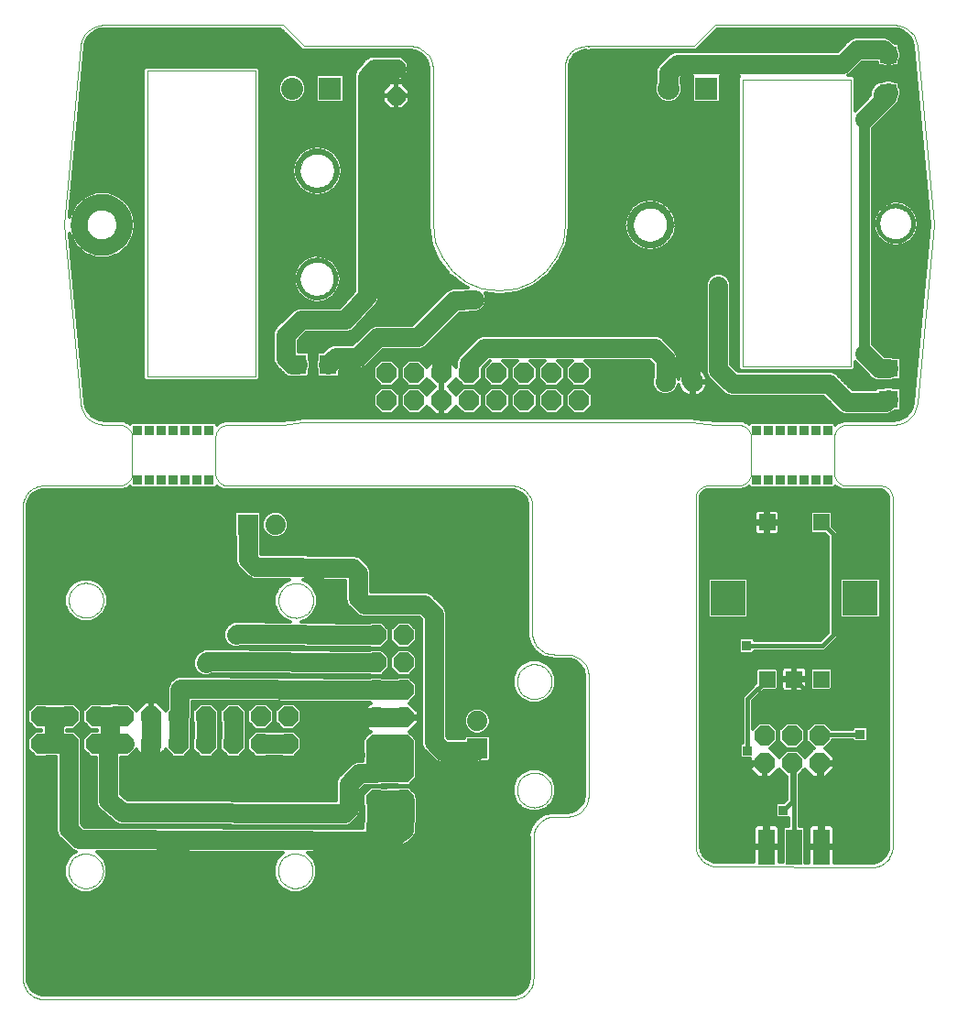
<source format=gtl>
G75*
G70*
%OFA0B0*%
%FSLAX24Y24*%
%IPPOS*%
%LPD*%
%AMOC8*
5,1,8,0,0,1.08239X$1,22.5*
%
%ADD10C,0.0010*%
%ADD11C,0.0000*%
%ADD12C,0.0120*%
%ADD13R,0.0800X0.0800*%
%ADD14C,0.0800*%
%ADD15OC8,0.0740*%
%ADD16C,0.0740*%
%ADD17R,0.0740X0.0740*%
%ADD18OC8,0.0660*%
%ADD19R,0.0630X0.0710*%
%ADD20R,0.0710X0.0630*%
%ADD21R,0.0591X0.0591*%
%ADD22R,0.0594X0.0594*%
%ADD23R,0.1266X0.1266*%
%ADD24R,0.0600X0.1300*%
%ADD25R,0.0356X0.0356*%
%ADD26C,0.0700*%
%ADD27C,0.0394*%
%ADD28C,0.0240*%
%ADD29C,0.0160*%
D10*
X001892Y001853D02*
X001892Y018979D01*
X001893Y019033D01*
X001897Y019087D01*
X001905Y019141D01*
X001917Y019194D01*
X001933Y019246D01*
X001952Y019296D01*
X001975Y019345D01*
X002001Y019393D01*
X002030Y019438D01*
X002063Y019482D01*
X002098Y019523D01*
X002136Y019561D01*
X002177Y019596D01*
X002221Y019629D01*
X002266Y019658D01*
X002314Y019684D01*
X002363Y019707D01*
X002413Y019726D01*
X002465Y019742D01*
X002518Y019754D01*
X002572Y019762D01*
X002626Y019766D01*
X002680Y019767D01*
X002680Y019766D02*
X005396Y019766D01*
X005438Y019767D01*
X005480Y019771D01*
X005521Y019778D01*
X005561Y019790D01*
X005600Y019805D01*
X005638Y019824D01*
X005673Y019846D01*
X005706Y019871D01*
X005737Y019900D01*
X005765Y019931D01*
X005790Y019964D01*
X005812Y020000D01*
X005831Y020037D01*
X005846Y020076D01*
X005857Y020116D01*
X005865Y020158D01*
X005869Y020199D01*
X005869Y021499D01*
X005869Y021498D02*
X005868Y021540D01*
X005864Y021582D01*
X005857Y021623D01*
X005845Y021663D01*
X005830Y021702D01*
X005811Y021740D01*
X005789Y021775D01*
X005764Y021808D01*
X005735Y021839D01*
X005704Y021867D01*
X005671Y021892D01*
X005635Y021914D01*
X005598Y021933D01*
X005559Y021948D01*
X005519Y021959D01*
X005477Y021967D01*
X005436Y021971D01*
X004845Y021971D01*
X004852Y021978D02*
X004642Y022008D01*
X004542Y022038D01*
X004442Y022088D01*
X004352Y022138D01*
X004272Y022208D01*
X004192Y022288D01*
X004132Y022368D01*
X004082Y022458D01*
X004032Y022558D01*
X003992Y022768D01*
X003392Y029268D01*
X003992Y035758D01*
X004032Y035968D01*
X004082Y036068D01*
X004132Y036158D01*
X004192Y036238D01*
X004272Y036318D01*
X004352Y036388D01*
X004442Y036438D01*
X004542Y036488D01*
X004642Y036518D01*
X004852Y036548D01*
X011342Y036548D01*
X012132Y035758D01*
X015992Y035758D01*
X016202Y035728D01*
X016312Y035698D01*
X016402Y035648D01*
X016492Y035588D01*
X016572Y035518D01*
X016652Y035438D01*
X016712Y035348D01*
X016792Y035148D01*
X016822Y034928D01*
X016822Y029268D01*
X016902Y028638D01*
X017142Y028058D01*
X017522Y027568D01*
X018022Y027188D01*
X018602Y026948D01*
X019222Y026858D01*
X019842Y026948D01*
X020422Y027188D01*
X020922Y027568D01*
X021302Y028058D01*
X021542Y028638D01*
X021622Y029268D01*
X021622Y034928D01*
X021616Y034924D02*
X021614Y034979D01*
X021616Y035034D01*
X021621Y035088D01*
X021630Y035142D01*
X021643Y035195D01*
X021660Y035248D01*
X021681Y035298D01*
X021705Y035348D01*
X021732Y035395D01*
X021763Y035441D01*
X021797Y035484D01*
X021833Y035524D01*
X021873Y035562D01*
X021915Y035597D01*
X021960Y035629D01*
X022007Y035657D01*
X022055Y035683D01*
X022106Y035704D01*
X022157Y035722D01*
X022210Y035737D01*
X022264Y035747D01*
X022318Y035754D01*
X022373Y035757D01*
X022428Y035756D01*
X022483Y035751D01*
X022452Y035758D02*
X026312Y035758D01*
X027092Y036548D01*
X033592Y036548D01*
X033802Y036518D01*
X033902Y036488D01*
X034002Y036438D01*
X034092Y036388D01*
X034172Y036318D01*
X034312Y036158D01*
X034362Y036068D01*
X034402Y035968D01*
X034452Y035758D01*
X035052Y029268D01*
X034452Y022768D01*
X034402Y022558D01*
X034362Y022458D01*
X034312Y022368D01*
X034172Y022208D01*
X034092Y022138D01*
X034002Y022088D01*
X033902Y022038D01*
X033802Y022008D01*
X033592Y021978D01*
X033585Y021971D02*
X031892Y021971D01*
X031893Y021971D02*
X031851Y021970D01*
X031809Y021966D01*
X031768Y021959D01*
X031728Y021947D01*
X031689Y021932D01*
X031651Y021913D01*
X031616Y021891D01*
X031583Y021866D01*
X031552Y021837D01*
X031524Y021806D01*
X031499Y021773D01*
X031477Y021737D01*
X031458Y021700D01*
X031443Y021661D01*
X031432Y021621D01*
X031424Y021579D01*
X031420Y021538D01*
X031420Y020239D01*
X031421Y020197D01*
X031425Y020155D01*
X031432Y020114D01*
X031444Y020074D01*
X031459Y020035D01*
X031478Y019997D01*
X031500Y019962D01*
X031525Y019929D01*
X031554Y019898D01*
X031585Y019870D01*
X031618Y019845D01*
X031654Y019823D01*
X031691Y019804D01*
X031730Y019789D01*
X031770Y019778D01*
X031812Y019770D01*
X031853Y019766D01*
X033113Y019766D01*
X033113Y019767D02*
X033154Y019763D01*
X033196Y019755D01*
X033236Y019744D01*
X033275Y019729D01*
X033312Y019710D01*
X033348Y019688D01*
X033381Y019663D01*
X033412Y019635D01*
X033441Y019604D01*
X033466Y019571D01*
X033488Y019536D01*
X033507Y019498D01*
X033522Y019459D01*
X033534Y019419D01*
X033541Y019378D01*
X033545Y019336D01*
X033546Y019294D01*
X033546Y006656D01*
X033545Y006602D01*
X033541Y006548D01*
X033533Y006494D01*
X033521Y006441D01*
X033505Y006389D01*
X033486Y006339D01*
X033463Y006290D01*
X033437Y006242D01*
X033408Y006197D01*
X033375Y006153D01*
X033340Y006112D01*
X033302Y006074D01*
X033261Y006039D01*
X033217Y006006D01*
X033172Y005977D01*
X033124Y005951D01*
X033075Y005928D01*
X033025Y005909D01*
X032973Y005893D01*
X032920Y005881D01*
X032866Y005873D01*
X032812Y005869D01*
X032758Y005868D01*
X032758Y005869D02*
X027168Y005908D01*
X027114Y005909D01*
X027060Y005913D01*
X027006Y005921D01*
X026953Y005933D01*
X026901Y005949D01*
X026851Y005968D01*
X026802Y005991D01*
X026754Y006017D01*
X026709Y006046D01*
X026665Y006079D01*
X026624Y006114D01*
X026586Y006152D01*
X026551Y006193D01*
X026518Y006237D01*
X026489Y006282D01*
X026463Y006330D01*
X026440Y006379D01*
X026421Y006429D01*
X026405Y006481D01*
X026393Y006534D01*
X026385Y006588D01*
X026381Y006642D01*
X026380Y006696D01*
X026380Y006695D02*
X026380Y019333D01*
X026380Y019334D02*
X026384Y019375D01*
X026392Y019417D01*
X026403Y019457D01*
X026418Y019496D01*
X026437Y019533D01*
X026459Y019569D01*
X026484Y019602D01*
X026512Y019633D01*
X026543Y019662D01*
X026576Y019687D01*
X026611Y019709D01*
X026649Y019728D01*
X026688Y019743D01*
X026728Y019755D01*
X026769Y019762D01*
X026811Y019766D01*
X026853Y019767D01*
X026853Y019766D02*
X027916Y019766D01*
X027958Y019767D01*
X028000Y019771D01*
X028041Y019778D01*
X028081Y019790D01*
X028120Y019805D01*
X028158Y019824D01*
X028193Y019846D01*
X028226Y019871D01*
X028257Y019900D01*
X028285Y019931D01*
X028310Y019964D01*
X028332Y020000D01*
X028351Y020037D01*
X028366Y020076D01*
X028377Y020116D01*
X028385Y020158D01*
X028389Y020199D01*
X028388Y020199D02*
X028388Y021499D01*
X028389Y021498D02*
X028388Y021540D01*
X028384Y021582D01*
X028377Y021623D01*
X028365Y021663D01*
X028350Y021702D01*
X028331Y021740D01*
X028309Y021775D01*
X028284Y021808D01*
X028255Y021839D01*
X028224Y021867D01*
X028191Y021892D01*
X028155Y021914D01*
X028118Y021933D01*
X028079Y021948D01*
X028039Y021959D01*
X027997Y021967D01*
X027956Y021971D01*
X027955Y021971D02*
X027089Y021971D01*
X027092Y021978D02*
X026233Y022060D01*
X012053Y022060D01*
X011342Y021978D01*
X011341Y021971D02*
X009373Y021971D01*
X009331Y021970D01*
X009289Y021966D01*
X009248Y021959D01*
X009208Y021947D01*
X009169Y021932D01*
X009131Y021913D01*
X009096Y021891D01*
X009063Y021866D01*
X009032Y021837D01*
X009004Y021806D01*
X008979Y021773D01*
X008957Y021737D01*
X008938Y021700D01*
X008923Y021661D01*
X008912Y021621D01*
X008904Y021579D01*
X008900Y021538D01*
X008900Y020239D01*
X008901Y020197D01*
X008905Y020155D01*
X008912Y020114D01*
X008924Y020074D01*
X008939Y020035D01*
X008958Y019997D01*
X008980Y019962D01*
X009005Y019929D01*
X009034Y019898D01*
X009065Y019870D01*
X009098Y019845D01*
X009134Y019823D01*
X009171Y019804D01*
X009210Y019789D01*
X009250Y019778D01*
X009292Y019770D01*
X009333Y019766D01*
X019648Y019766D01*
X019648Y019767D02*
X019702Y019766D01*
X019756Y019762D01*
X019810Y019754D01*
X019863Y019742D01*
X019915Y019726D01*
X019965Y019707D01*
X020014Y019684D01*
X020062Y019658D01*
X020107Y019629D01*
X020151Y019596D01*
X020192Y019561D01*
X020230Y019523D01*
X020265Y019482D01*
X020298Y019438D01*
X020327Y019393D01*
X020353Y019345D01*
X020376Y019296D01*
X020395Y019246D01*
X020411Y019194D01*
X020423Y019141D01*
X020431Y019087D01*
X020435Y019033D01*
X020436Y018979D01*
X020436Y014412D01*
X020435Y014412D02*
X020436Y014358D01*
X020440Y014304D01*
X020448Y014250D01*
X020460Y014197D01*
X020476Y014145D01*
X020495Y014095D01*
X020518Y014046D01*
X020544Y013998D01*
X020573Y013953D01*
X020606Y013909D01*
X020641Y013868D01*
X020679Y013830D01*
X020720Y013795D01*
X020764Y013762D01*
X020809Y013733D01*
X020857Y013707D01*
X020906Y013684D01*
X020956Y013665D01*
X021008Y013649D01*
X021061Y013637D01*
X021115Y013629D01*
X021169Y013625D01*
X021223Y013624D01*
X021219Y013615D02*
X021698Y013615D01*
X021898Y013595D01*
X021998Y013555D01*
X022088Y013515D01*
X022178Y013455D01*
X022318Y013315D01*
X022378Y013225D01*
X022428Y013135D01*
X022458Y013035D01*
X022488Y012835D01*
X022488Y008505D01*
X022458Y008295D01*
X022428Y008195D01*
X022378Y008105D01*
X022318Y008025D01*
X022248Y007945D01*
X022178Y007875D01*
X022088Y007815D01*
X021998Y007775D01*
X021898Y007745D01*
X021698Y007715D01*
X021298Y007715D01*
X021263Y007719D02*
X021209Y007718D01*
X021155Y007714D01*
X021101Y007706D01*
X021048Y007694D01*
X020996Y007678D01*
X020946Y007659D01*
X020897Y007636D01*
X020849Y007610D01*
X020804Y007581D01*
X020760Y007548D01*
X020719Y007513D01*
X020681Y007475D01*
X020646Y007434D01*
X020613Y007390D01*
X020584Y007345D01*
X020558Y007297D01*
X020535Y007248D01*
X020516Y007198D01*
X020500Y007146D01*
X020488Y007093D01*
X020480Y007039D01*
X020476Y006985D01*
X020475Y006931D01*
X020475Y006932D02*
X020475Y001853D01*
X020474Y001799D01*
X020470Y001745D01*
X020462Y001691D01*
X020450Y001638D01*
X020434Y001586D01*
X020415Y001536D01*
X020392Y001487D01*
X020366Y001439D01*
X020337Y001394D01*
X020304Y001350D01*
X020269Y001309D01*
X020231Y001271D01*
X020190Y001236D01*
X020146Y001203D01*
X020101Y001174D01*
X020053Y001148D01*
X020004Y001125D01*
X019954Y001106D01*
X019902Y001090D01*
X019849Y001078D01*
X019795Y001070D01*
X019741Y001066D01*
X019687Y001065D01*
X019688Y001066D02*
X002680Y001066D01*
X002680Y001065D02*
X002626Y001066D01*
X002572Y001070D01*
X002518Y001078D01*
X002465Y001090D01*
X002413Y001106D01*
X002363Y001125D01*
X002314Y001148D01*
X002266Y001174D01*
X002221Y001203D01*
X002177Y001236D01*
X002136Y001271D01*
X002098Y001309D01*
X002063Y001350D01*
X002030Y001394D01*
X002001Y001439D01*
X001975Y001487D01*
X001952Y001536D01*
X001933Y001586D01*
X001917Y001638D01*
X001905Y001691D01*
X001897Y001745D01*
X001893Y001799D01*
X001892Y001853D01*
X006422Y023748D02*
X006422Y034857D01*
X010362Y034857D01*
X010362Y023748D01*
X006422Y023748D01*
X028082Y024102D02*
X032012Y024102D01*
X032012Y034543D01*
X028082Y034543D01*
X028082Y024102D01*
D11*
X024097Y029254D02*
X024099Y029304D01*
X024105Y029354D01*
X024115Y029403D01*
X024129Y029451D01*
X024146Y029498D01*
X024167Y029543D01*
X024192Y029587D01*
X024220Y029628D01*
X024252Y029667D01*
X024286Y029704D01*
X024323Y029738D01*
X024363Y029768D01*
X024405Y029795D01*
X024449Y029819D01*
X024495Y029840D01*
X024542Y029856D01*
X024590Y029869D01*
X024640Y029878D01*
X024689Y029883D01*
X024740Y029884D01*
X024790Y029881D01*
X024839Y029874D01*
X024888Y029863D01*
X024936Y029848D01*
X024982Y029830D01*
X025027Y029808D01*
X025070Y029782D01*
X025111Y029753D01*
X025150Y029721D01*
X025186Y029686D01*
X025218Y029648D01*
X025248Y029608D01*
X025275Y029565D01*
X025298Y029521D01*
X025317Y029475D01*
X025333Y029427D01*
X025345Y029378D01*
X025353Y029329D01*
X025357Y029279D01*
X025357Y029229D01*
X025353Y029179D01*
X025345Y029130D01*
X025333Y029081D01*
X025317Y029033D01*
X025298Y028987D01*
X025275Y028943D01*
X025248Y028900D01*
X025218Y028860D01*
X025186Y028822D01*
X025150Y028787D01*
X025111Y028755D01*
X025070Y028726D01*
X025027Y028700D01*
X024982Y028678D01*
X024936Y028660D01*
X024888Y028645D01*
X024839Y028634D01*
X024790Y028627D01*
X024740Y028624D01*
X024689Y028625D01*
X024640Y028630D01*
X024590Y028639D01*
X024542Y028652D01*
X024495Y028668D01*
X024449Y028689D01*
X024405Y028713D01*
X024363Y028740D01*
X024323Y028770D01*
X024286Y028804D01*
X024252Y028841D01*
X024220Y028880D01*
X024192Y028921D01*
X024167Y028965D01*
X024146Y029010D01*
X024129Y029057D01*
X024115Y029105D01*
X024105Y029154D01*
X024099Y029204D01*
X024097Y029254D01*
X033034Y029294D02*
X033036Y029344D01*
X033042Y029394D01*
X033052Y029443D01*
X033066Y029491D01*
X033083Y029538D01*
X033104Y029583D01*
X033129Y029627D01*
X033157Y029668D01*
X033189Y029707D01*
X033223Y029744D01*
X033260Y029778D01*
X033300Y029808D01*
X033342Y029835D01*
X033386Y029859D01*
X033432Y029880D01*
X033479Y029896D01*
X033527Y029909D01*
X033577Y029918D01*
X033626Y029923D01*
X033677Y029924D01*
X033727Y029921D01*
X033776Y029914D01*
X033825Y029903D01*
X033873Y029888D01*
X033919Y029870D01*
X033964Y029848D01*
X034007Y029822D01*
X034048Y029793D01*
X034087Y029761D01*
X034123Y029726D01*
X034155Y029688D01*
X034185Y029648D01*
X034212Y029605D01*
X034235Y029561D01*
X034254Y029515D01*
X034270Y029467D01*
X034282Y029418D01*
X034290Y029369D01*
X034294Y029319D01*
X034294Y029269D01*
X034290Y029219D01*
X034282Y029170D01*
X034270Y029121D01*
X034254Y029073D01*
X034235Y029027D01*
X034212Y028983D01*
X034185Y028940D01*
X034155Y028900D01*
X034123Y028862D01*
X034087Y028827D01*
X034048Y028795D01*
X034007Y028766D01*
X033964Y028740D01*
X033919Y028718D01*
X033873Y028700D01*
X033825Y028685D01*
X033776Y028674D01*
X033727Y028667D01*
X033677Y028664D01*
X033626Y028665D01*
X033577Y028670D01*
X033527Y028679D01*
X033479Y028692D01*
X033432Y028708D01*
X033386Y028729D01*
X033342Y028753D01*
X033300Y028780D01*
X033260Y028810D01*
X033223Y028844D01*
X033189Y028881D01*
X033157Y028920D01*
X033129Y028961D01*
X033104Y029005D01*
X033083Y029050D01*
X033066Y029097D01*
X033052Y029145D01*
X033042Y029194D01*
X033036Y029244D01*
X033034Y029294D01*
X019878Y012635D02*
X019880Y012685D01*
X019886Y012735D01*
X019896Y012784D01*
X019910Y012832D01*
X019927Y012879D01*
X019948Y012924D01*
X019973Y012968D01*
X020001Y013009D01*
X020033Y013048D01*
X020067Y013085D01*
X020104Y013119D01*
X020144Y013149D01*
X020186Y013176D01*
X020230Y013200D01*
X020276Y013221D01*
X020323Y013237D01*
X020371Y013250D01*
X020421Y013259D01*
X020470Y013264D01*
X020521Y013265D01*
X020571Y013262D01*
X020620Y013255D01*
X020669Y013244D01*
X020717Y013229D01*
X020763Y013211D01*
X020808Y013189D01*
X020851Y013163D01*
X020892Y013134D01*
X020931Y013102D01*
X020967Y013067D01*
X020999Y013029D01*
X021029Y012989D01*
X021056Y012946D01*
X021079Y012902D01*
X021098Y012856D01*
X021114Y012808D01*
X021126Y012759D01*
X021134Y012710D01*
X021138Y012660D01*
X021138Y012610D01*
X021134Y012560D01*
X021126Y012511D01*
X021114Y012462D01*
X021098Y012414D01*
X021079Y012368D01*
X021056Y012324D01*
X021029Y012281D01*
X020999Y012241D01*
X020967Y012203D01*
X020931Y012168D01*
X020892Y012136D01*
X020851Y012107D01*
X020808Y012081D01*
X020763Y012059D01*
X020717Y012041D01*
X020669Y012026D01*
X020620Y012015D01*
X020571Y012008D01*
X020521Y012005D01*
X020470Y012006D01*
X020421Y012011D01*
X020371Y012020D01*
X020323Y012033D01*
X020276Y012049D01*
X020230Y012070D01*
X020186Y012094D01*
X020144Y012121D01*
X020104Y012151D01*
X020067Y012185D01*
X020033Y012222D01*
X020001Y012261D01*
X019973Y012302D01*
X019948Y012346D01*
X019927Y012391D01*
X019910Y012438D01*
X019896Y012486D01*
X019886Y012535D01*
X019880Y012585D01*
X019878Y012635D01*
X019878Y008685D02*
X019880Y008735D01*
X019886Y008785D01*
X019896Y008834D01*
X019910Y008882D01*
X019927Y008929D01*
X019948Y008974D01*
X019973Y009018D01*
X020001Y009059D01*
X020033Y009098D01*
X020067Y009135D01*
X020104Y009169D01*
X020144Y009199D01*
X020186Y009226D01*
X020230Y009250D01*
X020276Y009271D01*
X020323Y009287D01*
X020371Y009300D01*
X020421Y009309D01*
X020470Y009314D01*
X020521Y009315D01*
X020571Y009312D01*
X020620Y009305D01*
X020669Y009294D01*
X020717Y009279D01*
X020763Y009261D01*
X020808Y009239D01*
X020851Y009213D01*
X020892Y009184D01*
X020931Y009152D01*
X020967Y009117D01*
X020999Y009079D01*
X021029Y009039D01*
X021056Y008996D01*
X021079Y008952D01*
X021098Y008906D01*
X021114Y008858D01*
X021126Y008809D01*
X021134Y008760D01*
X021138Y008710D01*
X021138Y008660D01*
X021134Y008610D01*
X021126Y008561D01*
X021114Y008512D01*
X021098Y008464D01*
X021079Y008418D01*
X021056Y008374D01*
X021029Y008331D01*
X020999Y008291D01*
X020967Y008253D01*
X020931Y008218D01*
X020892Y008186D01*
X020851Y008157D01*
X020808Y008131D01*
X020763Y008109D01*
X020717Y008091D01*
X020669Y008076D01*
X020620Y008065D01*
X020571Y008058D01*
X020521Y008055D01*
X020470Y008056D01*
X020421Y008061D01*
X020371Y008070D01*
X020323Y008083D01*
X020276Y008099D01*
X020230Y008120D01*
X020186Y008144D01*
X020144Y008171D01*
X020104Y008201D01*
X020067Y008235D01*
X020033Y008272D01*
X020001Y008311D01*
X019973Y008352D01*
X019948Y008396D01*
X019927Y008441D01*
X019910Y008488D01*
X019896Y008536D01*
X019886Y008585D01*
X019880Y008635D01*
X019878Y008685D01*
X011178Y005745D02*
X011180Y005795D01*
X011186Y005845D01*
X011196Y005894D01*
X011210Y005942D01*
X011227Y005989D01*
X011248Y006034D01*
X011273Y006078D01*
X011301Y006119D01*
X011333Y006158D01*
X011367Y006195D01*
X011404Y006229D01*
X011444Y006259D01*
X011486Y006286D01*
X011530Y006310D01*
X011576Y006331D01*
X011623Y006347D01*
X011671Y006360D01*
X011721Y006369D01*
X011770Y006374D01*
X011821Y006375D01*
X011871Y006372D01*
X011920Y006365D01*
X011969Y006354D01*
X012017Y006339D01*
X012063Y006321D01*
X012108Y006299D01*
X012151Y006273D01*
X012192Y006244D01*
X012231Y006212D01*
X012267Y006177D01*
X012299Y006139D01*
X012329Y006099D01*
X012356Y006056D01*
X012379Y006012D01*
X012398Y005966D01*
X012414Y005918D01*
X012426Y005869D01*
X012434Y005820D01*
X012438Y005770D01*
X012438Y005720D01*
X012434Y005670D01*
X012426Y005621D01*
X012414Y005572D01*
X012398Y005524D01*
X012379Y005478D01*
X012356Y005434D01*
X012329Y005391D01*
X012299Y005351D01*
X012267Y005313D01*
X012231Y005278D01*
X012192Y005246D01*
X012151Y005217D01*
X012108Y005191D01*
X012063Y005169D01*
X012017Y005151D01*
X011969Y005136D01*
X011920Y005125D01*
X011871Y005118D01*
X011821Y005115D01*
X011770Y005116D01*
X011721Y005121D01*
X011671Y005130D01*
X011623Y005143D01*
X011576Y005159D01*
X011530Y005180D01*
X011486Y005204D01*
X011444Y005231D01*
X011404Y005261D01*
X011367Y005295D01*
X011333Y005332D01*
X011301Y005371D01*
X011273Y005412D01*
X011248Y005456D01*
X011227Y005501D01*
X011210Y005548D01*
X011196Y005596D01*
X011186Y005645D01*
X011180Y005695D01*
X011178Y005745D01*
X003548Y005745D02*
X003550Y005795D01*
X003556Y005845D01*
X003566Y005894D01*
X003580Y005942D01*
X003597Y005989D01*
X003618Y006034D01*
X003643Y006078D01*
X003671Y006119D01*
X003703Y006158D01*
X003737Y006195D01*
X003774Y006229D01*
X003814Y006259D01*
X003856Y006286D01*
X003900Y006310D01*
X003946Y006331D01*
X003993Y006347D01*
X004041Y006360D01*
X004091Y006369D01*
X004140Y006374D01*
X004191Y006375D01*
X004241Y006372D01*
X004290Y006365D01*
X004339Y006354D01*
X004387Y006339D01*
X004433Y006321D01*
X004478Y006299D01*
X004521Y006273D01*
X004562Y006244D01*
X004601Y006212D01*
X004637Y006177D01*
X004669Y006139D01*
X004699Y006099D01*
X004726Y006056D01*
X004749Y006012D01*
X004768Y005966D01*
X004784Y005918D01*
X004796Y005869D01*
X004804Y005820D01*
X004808Y005770D01*
X004808Y005720D01*
X004804Y005670D01*
X004796Y005621D01*
X004784Y005572D01*
X004768Y005524D01*
X004749Y005478D01*
X004726Y005434D01*
X004699Y005391D01*
X004669Y005351D01*
X004637Y005313D01*
X004601Y005278D01*
X004562Y005246D01*
X004521Y005217D01*
X004478Y005191D01*
X004433Y005169D01*
X004387Y005151D01*
X004339Y005136D01*
X004290Y005125D01*
X004241Y005118D01*
X004191Y005115D01*
X004140Y005116D01*
X004091Y005121D01*
X004041Y005130D01*
X003993Y005143D01*
X003946Y005159D01*
X003900Y005180D01*
X003856Y005204D01*
X003814Y005231D01*
X003774Y005261D01*
X003737Y005295D01*
X003703Y005332D01*
X003671Y005371D01*
X003643Y005412D01*
X003618Y005456D01*
X003597Y005501D01*
X003580Y005548D01*
X003566Y005596D01*
X003556Y005645D01*
X003550Y005695D01*
X003548Y005745D01*
X003558Y015595D02*
X003560Y015645D01*
X003566Y015695D01*
X003576Y015744D01*
X003590Y015792D01*
X003607Y015839D01*
X003628Y015884D01*
X003653Y015928D01*
X003681Y015969D01*
X003713Y016008D01*
X003747Y016045D01*
X003784Y016079D01*
X003824Y016109D01*
X003866Y016136D01*
X003910Y016160D01*
X003956Y016181D01*
X004003Y016197D01*
X004051Y016210D01*
X004101Y016219D01*
X004150Y016224D01*
X004201Y016225D01*
X004251Y016222D01*
X004300Y016215D01*
X004349Y016204D01*
X004397Y016189D01*
X004443Y016171D01*
X004488Y016149D01*
X004531Y016123D01*
X004572Y016094D01*
X004611Y016062D01*
X004647Y016027D01*
X004679Y015989D01*
X004709Y015949D01*
X004736Y015906D01*
X004759Y015862D01*
X004778Y015816D01*
X004794Y015768D01*
X004806Y015719D01*
X004814Y015670D01*
X004818Y015620D01*
X004818Y015570D01*
X004814Y015520D01*
X004806Y015471D01*
X004794Y015422D01*
X004778Y015374D01*
X004759Y015328D01*
X004736Y015284D01*
X004709Y015241D01*
X004679Y015201D01*
X004647Y015163D01*
X004611Y015128D01*
X004572Y015096D01*
X004531Y015067D01*
X004488Y015041D01*
X004443Y015019D01*
X004397Y015001D01*
X004349Y014986D01*
X004300Y014975D01*
X004251Y014968D01*
X004201Y014965D01*
X004150Y014966D01*
X004101Y014971D01*
X004051Y014980D01*
X004003Y014993D01*
X003956Y015009D01*
X003910Y015030D01*
X003866Y015054D01*
X003824Y015081D01*
X003784Y015111D01*
X003747Y015145D01*
X003713Y015182D01*
X003681Y015221D01*
X003653Y015262D01*
X003628Y015306D01*
X003607Y015351D01*
X003590Y015398D01*
X003576Y015446D01*
X003566Y015495D01*
X003560Y015545D01*
X003558Y015595D01*
X011198Y015585D02*
X011200Y015635D01*
X011206Y015685D01*
X011216Y015734D01*
X011230Y015782D01*
X011247Y015829D01*
X011268Y015874D01*
X011293Y015918D01*
X011321Y015959D01*
X011353Y015998D01*
X011387Y016035D01*
X011424Y016069D01*
X011464Y016099D01*
X011506Y016126D01*
X011550Y016150D01*
X011596Y016171D01*
X011643Y016187D01*
X011691Y016200D01*
X011741Y016209D01*
X011790Y016214D01*
X011841Y016215D01*
X011891Y016212D01*
X011940Y016205D01*
X011989Y016194D01*
X012037Y016179D01*
X012083Y016161D01*
X012128Y016139D01*
X012171Y016113D01*
X012212Y016084D01*
X012251Y016052D01*
X012287Y016017D01*
X012319Y015979D01*
X012349Y015939D01*
X012376Y015896D01*
X012399Y015852D01*
X012418Y015806D01*
X012434Y015758D01*
X012446Y015709D01*
X012454Y015660D01*
X012458Y015610D01*
X012458Y015560D01*
X012454Y015510D01*
X012446Y015461D01*
X012434Y015412D01*
X012418Y015364D01*
X012399Y015318D01*
X012376Y015274D01*
X012349Y015231D01*
X012319Y015191D01*
X012287Y015153D01*
X012251Y015118D01*
X012212Y015086D01*
X012171Y015057D01*
X012128Y015031D01*
X012083Y015009D01*
X012037Y014991D01*
X011989Y014976D01*
X011940Y014965D01*
X011891Y014958D01*
X011841Y014955D01*
X011790Y014956D01*
X011741Y014961D01*
X011691Y014970D01*
X011643Y014983D01*
X011596Y014999D01*
X011550Y015020D01*
X011506Y015044D01*
X011464Y015071D01*
X011424Y015101D01*
X011387Y015135D01*
X011353Y015172D01*
X011321Y015211D01*
X011293Y015252D01*
X011268Y015296D01*
X011247Y015341D01*
X011230Y015388D01*
X011216Y015436D01*
X011206Y015485D01*
X011200Y015535D01*
X011198Y015585D01*
X011971Y027286D02*
X011973Y027336D01*
X011979Y027386D01*
X011989Y027435D01*
X012003Y027483D01*
X012020Y027530D01*
X012041Y027575D01*
X012066Y027619D01*
X012094Y027660D01*
X012126Y027699D01*
X012160Y027736D01*
X012197Y027770D01*
X012237Y027800D01*
X012279Y027827D01*
X012323Y027851D01*
X012369Y027872D01*
X012416Y027888D01*
X012464Y027901D01*
X012514Y027910D01*
X012563Y027915D01*
X012614Y027916D01*
X012664Y027913D01*
X012713Y027906D01*
X012762Y027895D01*
X012810Y027880D01*
X012856Y027862D01*
X012901Y027840D01*
X012944Y027814D01*
X012985Y027785D01*
X013024Y027753D01*
X013060Y027718D01*
X013092Y027680D01*
X013122Y027640D01*
X013149Y027597D01*
X013172Y027553D01*
X013191Y027507D01*
X013207Y027459D01*
X013219Y027410D01*
X013227Y027361D01*
X013231Y027311D01*
X013231Y027261D01*
X013227Y027211D01*
X013219Y027162D01*
X013207Y027113D01*
X013191Y027065D01*
X013172Y027019D01*
X013149Y026975D01*
X013122Y026932D01*
X013092Y026892D01*
X013060Y026854D01*
X013024Y026819D01*
X012985Y026787D01*
X012944Y026758D01*
X012901Y026732D01*
X012856Y026710D01*
X012810Y026692D01*
X012762Y026677D01*
X012713Y026666D01*
X012664Y026659D01*
X012614Y026656D01*
X012563Y026657D01*
X012514Y026662D01*
X012464Y026671D01*
X012416Y026684D01*
X012369Y026700D01*
X012323Y026721D01*
X012279Y026745D01*
X012237Y026772D01*
X012197Y026802D01*
X012160Y026836D01*
X012126Y026873D01*
X012094Y026912D01*
X012066Y026953D01*
X012041Y026997D01*
X012020Y027042D01*
X012003Y027089D01*
X011989Y027137D01*
X011979Y027186D01*
X011973Y027236D01*
X011971Y027286D01*
X011971Y031223D02*
X011973Y031273D01*
X011979Y031323D01*
X011989Y031372D01*
X012003Y031420D01*
X012020Y031467D01*
X012041Y031512D01*
X012066Y031556D01*
X012094Y031597D01*
X012126Y031636D01*
X012160Y031673D01*
X012197Y031707D01*
X012237Y031737D01*
X012279Y031764D01*
X012323Y031788D01*
X012369Y031809D01*
X012416Y031825D01*
X012464Y031838D01*
X012514Y031847D01*
X012563Y031852D01*
X012614Y031853D01*
X012664Y031850D01*
X012713Y031843D01*
X012762Y031832D01*
X012810Y031817D01*
X012856Y031799D01*
X012901Y031777D01*
X012944Y031751D01*
X012985Y031722D01*
X013024Y031690D01*
X013060Y031655D01*
X013092Y031617D01*
X013122Y031577D01*
X013149Y031534D01*
X013172Y031490D01*
X013191Y031444D01*
X013207Y031396D01*
X013219Y031347D01*
X013227Y031298D01*
X013231Y031248D01*
X013231Y031198D01*
X013227Y031148D01*
X013219Y031099D01*
X013207Y031050D01*
X013191Y031002D01*
X013172Y030956D01*
X013149Y030912D01*
X013122Y030869D01*
X013092Y030829D01*
X013060Y030791D01*
X013024Y030756D01*
X012985Y030724D01*
X012944Y030695D01*
X012901Y030669D01*
X012856Y030647D01*
X012810Y030629D01*
X012762Y030614D01*
X012713Y030603D01*
X012664Y030596D01*
X012614Y030593D01*
X012563Y030594D01*
X012514Y030599D01*
X012464Y030608D01*
X012416Y030621D01*
X012369Y030637D01*
X012323Y030658D01*
X012279Y030682D01*
X012237Y030709D01*
X012197Y030739D01*
X012160Y030773D01*
X012126Y030810D01*
X012094Y030849D01*
X012066Y030890D01*
X012041Y030934D01*
X012020Y030979D01*
X012003Y031026D01*
X011989Y031074D01*
X011979Y031123D01*
X011973Y031173D01*
X011971Y031223D01*
X004136Y029254D02*
X004138Y029304D01*
X004144Y029354D01*
X004154Y029403D01*
X004168Y029451D01*
X004185Y029498D01*
X004206Y029543D01*
X004231Y029587D01*
X004259Y029628D01*
X004291Y029667D01*
X004325Y029704D01*
X004362Y029738D01*
X004402Y029768D01*
X004444Y029795D01*
X004488Y029819D01*
X004534Y029840D01*
X004581Y029856D01*
X004629Y029869D01*
X004679Y029878D01*
X004728Y029883D01*
X004779Y029884D01*
X004829Y029881D01*
X004878Y029874D01*
X004927Y029863D01*
X004975Y029848D01*
X005021Y029830D01*
X005066Y029808D01*
X005109Y029782D01*
X005150Y029753D01*
X005189Y029721D01*
X005225Y029686D01*
X005257Y029648D01*
X005287Y029608D01*
X005314Y029565D01*
X005337Y029521D01*
X005356Y029475D01*
X005372Y029427D01*
X005384Y029378D01*
X005392Y029329D01*
X005396Y029279D01*
X005396Y029229D01*
X005392Y029179D01*
X005384Y029130D01*
X005372Y029081D01*
X005356Y029033D01*
X005337Y028987D01*
X005314Y028943D01*
X005287Y028900D01*
X005257Y028860D01*
X005225Y028822D01*
X005189Y028787D01*
X005150Y028755D01*
X005109Y028726D01*
X005066Y028700D01*
X005021Y028678D01*
X004975Y028660D01*
X004927Y028645D01*
X004878Y028634D01*
X004829Y028627D01*
X004779Y028624D01*
X004728Y028625D01*
X004679Y028630D01*
X004629Y028639D01*
X004581Y028652D01*
X004534Y028668D01*
X004488Y028689D01*
X004444Y028713D01*
X004402Y028740D01*
X004362Y028770D01*
X004325Y028804D01*
X004291Y028841D01*
X004259Y028880D01*
X004231Y028921D01*
X004206Y028965D01*
X004185Y029010D01*
X004168Y029057D01*
X004154Y029105D01*
X004144Y029154D01*
X004138Y029204D01*
X004136Y029254D01*
D12*
X002063Y001751D02*
X002120Y001565D01*
X002234Y001407D01*
X002392Y001293D01*
X002578Y001236D01*
X002674Y001231D01*
X002678Y001231D01*
X002744Y001232D01*
X002746Y001231D01*
X019622Y001231D01*
X019623Y001232D01*
X019690Y001231D01*
X019693Y001231D01*
X019789Y001236D01*
X019975Y001293D01*
X020134Y001407D01*
X020247Y001565D01*
X020305Y001751D01*
X020310Y001848D01*
X020310Y001851D01*
X020308Y001917D01*
X020310Y001919D01*
X020310Y006930D01*
X020306Y007080D01*
X020306Y007080D01*
X020396Y007372D01*
X020396Y007372D01*
X020574Y007620D01*
X020574Y007620D01*
X020574Y007620D01*
X020822Y007798D01*
X020822Y007798D01*
X021114Y007888D01*
X021114Y007888D01*
X021267Y007884D01*
X021335Y007882D01*
X021337Y007880D01*
X021686Y007880D01*
X021862Y007906D01*
X021941Y007930D01*
X022008Y007960D01*
X022073Y008003D01*
X022128Y008058D01*
X022190Y008129D01*
X022239Y008195D01*
X022275Y008259D01*
X022297Y008330D01*
X022323Y008517D01*
X022323Y012823D01*
X022297Y012999D01*
X022275Y013070D01*
X022237Y013139D01*
X022190Y013210D01*
X022073Y013327D01*
X022008Y013370D01*
X021934Y013403D01*
X021859Y013433D01*
X021690Y013450D01*
X021151Y013450D01*
X021144Y013457D01*
X021075Y013456D01*
X021075Y013456D01*
X020783Y013546D01*
X020783Y013546D01*
X020535Y013724D01*
X020535Y013724D01*
X020535Y013724D01*
X020357Y013972D01*
X020357Y013972D01*
X020267Y014264D01*
X020267Y014264D01*
X020271Y014414D01*
X020271Y018913D01*
X020269Y018915D01*
X020271Y018981D01*
X020271Y018984D01*
X020265Y019081D01*
X020208Y019267D01*
X020094Y019425D01*
X019936Y019539D01*
X019750Y019596D01*
X019653Y019601D01*
X019650Y019601D01*
X019584Y019600D01*
X019582Y019601D01*
X009397Y019601D01*
X009394Y019598D01*
X009330Y019601D01*
X009265Y019601D01*
X009262Y019604D01*
X009203Y019607D01*
X009203Y019607D01*
X008980Y019711D01*
X008952Y019742D01*
X008952Y019739D01*
X008888Y019675D01*
X005842Y019675D01*
X005792Y019725D01*
X005743Y019680D01*
X005743Y019680D01*
X005512Y019596D01*
X005512Y019596D01*
X005393Y019601D01*
X002746Y019601D01*
X002744Y019600D01*
X002678Y019601D01*
X002674Y019601D01*
X002578Y019596D01*
X002392Y019539D01*
X002234Y019425D01*
X002120Y019267D01*
X002063Y019081D01*
X002057Y018984D01*
X002057Y018981D01*
X002059Y018915D01*
X002057Y018913D01*
X002057Y001919D01*
X002059Y001917D01*
X002057Y001851D01*
X002057Y001848D01*
X002063Y001751D01*
X002079Y001698D02*
X020288Y001698D01*
X020308Y001816D02*
X002059Y001816D01*
X002057Y001935D02*
X020310Y001935D01*
X020310Y002053D02*
X002057Y002053D01*
X002057Y002172D02*
X020310Y002172D01*
X020310Y002290D02*
X002057Y002290D01*
X002057Y002409D02*
X020310Y002409D01*
X020310Y002527D02*
X002057Y002527D01*
X002057Y002646D02*
X020310Y002646D01*
X020310Y002764D02*
X002057Y002764D01*
X002057Y002883D02*
X020310Y002883D01*
X020310Y003001D02*
X002057Y003001D01*
X002057Y003120D02*
X020310Y003120D01*
X020310Y003238D02*
X002057Y003238D01*
X002057Y003357D02*
X020310Y003357D01*
X020310Y003475D02*
X002057Y003475D01*
X002057Y003594D02*
X020310Y003594D01*
X020310Y003712D02*
X002057Y003712D01*
X002057Y003831D02*
X020310Y003831D01*
X020310Y003949D02*
X002057Y003949D01*
X002057Y004068D02*
X020310Y004068D01*
X020310Y004186D02*
X002057Y004186D01*
X002057Y004305D02*
X020310Y004305D01*
X020310Y004423D02*
X002057Y004423D01*
X002057Y004542D02*
X020310Y004542D01*
X020310Y004660D02*
X002057Y004660D01*
X002057Y004779D02*
X020310Y004779D01*
X020310Y004897D02*
X002057Y004897D01*
X002057Y005016D02*
X003874Y005016D01*
X003731Y005075D02*
X004021Y004955D01*
X004335Y004955D01*
X004626Y005075D01*
X004848Y005297D01*
X004968Y005588D01*
X004968Y005902D01*
X004848Y006192D01*
X004626Y006415D01*
X004588Y006430D01*
X011353Y006407D01*
X011139Y006192D01*
X011018Y005902D01*
X011018Y005588D01*
X011139Y005297D01*
X011361Y005075D01*
X011651Y004955D01*
X011965Y004955D01*
X012256Y005075D01*
X012478Y005297D01*
X012598Y005588D01*
X012598Y005902D01*
X012478Y006192D01*
X012267Y006403D01*
X015186Y006393D01*
X015187Y006393D01*
X015277Y006393D01*
X015368Y006393D01*
X015369Y006393D01*
X015370Y006393D01*
X015453Y006428D01*
X015537Y006462D01*
X015538Y006463D01*
X015539Y006463D01*
X015603Y006527D01*
X015667Y006591D01*
X015667Y006592D01*
X015798Y006722D01*
X015932Y006778D01*
X016062Y006907D01*
X016141Y006986D01*
X016176Y007072D01*
X016231Y007127D01*
X016231Y007463D01*
X016250Y007509D01*
X016250Y008401D01*
X016231Y008448D01*
X016231Y008524D01*
X015949Y008805D01*
X015851Y008805D01*
X015842Y008809D01*
X015187Y008809D01*
X015130Y008785D01*
X014969Y008785D01*
X014949Y008805D01*
X014552Y008805D01*
X014271Y008524D01*
X014271Y008127D01*
X014291Y008107D01*
X014291Y007544D01*
X014271Y007524D01*
X014271Y007316D01*
X004131Y007352D01*
X004010Y007473D01*
X004010Y010150D01*
X004030Y010170D01*
X004030Y010567D01*
X003749Y010849D01*
X003514Y010849D01*
X003494Y010853D01*
X003494Y010889D01*
X003749Y010889D01*
X004030Y011170D01*
X004030Y011567D01*
X003749Y011849D01*
X003351Y011849D01*
X003331Y011829D01*
X002769Y011829D01*
X002749Y011849D01*
X002351Y011849D01*
X002070Y011567D01*
X002070Y011170D01*
X002351Y010889D01*
X002574Y010889D01*
X002574Y010849D01*
X002351Y010849D01*
X002070Y010567D01*
X002070Y010170D01*
X002351Y009889D01*
X002749Y009889D01*
X002769Y009909D01*
X003090Y009909D01*
X003090Y007191D01*
X003160Y007021D01*
X003614Y006568D01*
X003678Y006503D01*
X003679Y006502D01*
X003763Y006468D01*
X003811Y006448D01*
X003731Y006415D01*
X003509Y006192D01*
X003388Y005902D01*
X003388Y005588D01*
X003509Y005297D01*
X003731Y005075D01*
X003672Y005134D02*
X002057Y005134D01*
X002057Y005253D02*
X003553Y005253D01*
X003478Y005371D02*
X002057Y005371D01*
X002057Y005490D02*
X003429Y005490D01*
X003388Y005608D02*
X002057Y005608D01*
X002057Y005727D02*
X003388Y005727D01*
X003388Y005845D02*
X002057Y005845D01*
X002057Y005964D02*
X003414Y005964D01*
X003463Y006082D02*
X002057Y006082D01*
X002057Y006201D02*
X003517Y006201D01*
X003635Y006319D02*
X002057Y006319D01*
X002057Y006438D02*
X003787Y006438D01*
X003678Y006503D02*
X003678Y006503D01*
X003625Y006556D02*
X002057Y006556D01*
X002057Y006675D02*
X003506Y006675D01*
X003388Y006793D02*
X002057Y006793D01*
X002057Y006912D02*
X003269Y006912D01*
X003156Y007030D02*
X002057Y007030D01*
X002057Y007149D02*
X003107Y007149D01*
X003090Y007267D02*
X002057Y007267D01*
X002057Y007386D02*
X003090Y007386D01*
X003090Y007504D02*
X002057Y007504D01*
X002057Y007623D02*
X003090Y007623D01*
X003090Y007741D02*
X002057Y007741D01*
X002057Y007860D02*
X003090Y007860D01*
X003090Y007978D02*
X002057Y007978D01*
X002057Y008097D02*
X003090Y008097D01*
X003090Y008215D02*
X002057Y008215D01*
X002057Y008334D02*
X003090Y008334D01*
X003090Y008452D02*
X002057Y008452D01*
X002057Y008571D02*
X003090Y008571D01*
X003090Y008689D02*
X002057Y008689D01*
X002057Y008808D02*
X003090Y008808D01*
X003090Y008926D02*
X002057Y008926D01*
X002057Y009045D02*
X003090Y009045D01*
X003090Y009163D02*
X002057Y009163D01*
X002057Y009282D02*
X003090Y009282D01*
X003090Y009400D02*
X002057Y009400D01*
X002057Y009519D02*
X003090Y009519D01*
X003090Y009637D02*
X002057Y009637D01*
X002057Y009756D02*
X003090Y009756D01*
X003090Y009874D02*
X002057Y009874D01*
X002057Y009993D02*
X002247Y009993D01*
X002128Y010111D02*
X002057Y010111D01*
X002057Y010230D02*
X002070Y010230D01*
X002057Y010348D02*
X002070Y010348D01*
X002057Y010467D02*
X002070Y010467D01*
X002057Y010585D02*
X002088Y010585D01*
X002057Y010704D02*
X002206Y010704D01*
X002325Y010822D02*
X002057Y010822D01*
X002057Y010941D02*
X002299Y010941D01*
X002180Y011059D02*
X002057Y011059D01*
X002057Y011178D02*
X002070Y011178D01*
X002057Y011296D02*
X002070Y011296D01*
X002057Y011415D02*
X002070Y011415D01*
X002057Y011533D02*
X002070Y011533D01*
X002057Y011652D02*
X002154Y011652D01*
X002057Y011770D02*
X002273Y011770D01*
X002057Y011889D02*
X006320Y011889D01*
X006330Y011899D02*
X006020Y011588D01*
X006020Y011577D01*
X005749Y011849D01*
X005414Y011849D01*
X005323Y011860D01*
X005274Y011875D01*
X005233Y011871D01*
X005192Y011876D01*
X005143Y011862D01*
X005092Y011857D01*
X005055Y011838D01*
X005023Y011829D01*
X004769Y011829D01*
X004749Y011849D01*
X004351Y011849D01*
X004070Y011567D01*
X004070Y011170D01*
X004351Y010889D01*
X004582Y010889D01*
X004582Y010849D01*
X004351Y010849D01*
X004070Y010567D01*
X004070Y010170D01*
X004351Y009889D01*
X004543Y009889D01*
X004543Y008381D01*
X004537Y008363D01*
X004543Y008290D01*
X004543Y008218D01*
X004550Y008200D01*
X004552Y008180D01*
X004585Y008116D01*
X004613Y008049D01*
X004627Y008035D01*
X004636Y008018D01*
X004691Y007971D01*
X004742Y007920D01*
X004760Y007912D01*
X005202Y007538D01*
X005252Y007488D01*
X005271Y007480D01*
X005287Y007466D01*
X005355Y007445D01*
X005421Y007417D01*
X005441Y007417D01*
X005461Y007411D01*
X005532Y007416D01*
X013493Y007378D01*
X013494Y007377D01*
X013584Y007377D01*
X013674Y007377D01*
X013676Y007377D01*
X013677Y007377D01*
X013760Y007412D01*
X013844Y007446D01*
X013845Y007447D01*
X013846Y007447D01*
X013910Y007511D01*
X013974Y007575D01*
X013974Y007576D01*
X014003Y007605D01*
X014003Y007605D01*
X014133Y007734D01*
X014203Y007903D01*
X014203Y008710D01*
X014327Y008834D01*
X014811Y008834D01*
X014838Y008845D01*
X014949Y008845D01*
X014969Y008865D01*
X015532Y008865D01*
X015552Y008845D01*
X015949Y008845D01*
X016231Y009127D01*
X016231Y009524D01*
X016211Y009544D01*
X016211Y010107D01*
X016231Y010127D01*
X016231Y010524D01*
X016143Y010612D01*
X016141Y010617D01*
X016011Y010747D01*
X016006Y010749D01*
X015959Y010795D01*
X015970Y010795D01*
X016281Y011106D01*
X016281Y011285D01*
X015791Y011285D01*
X015791Y011365D01*
X016281Y011365D01*
X016281Y011545D01*
X015970Y011855D01*
X015959Y011855D01*
X016231Y012127D01*
X016231Y012524D01*
X015949Y012805D01*
X015552Y012805D01*
X015532Y012785D01*
X014969Y012785D01*
X014949Y012805D01*
X014552Y012805D01*
X014533Y012787D01*
X007733Y012824D01*
X007732Y012825D01*
X007642Y012825D01*
X007551Y012825D01*
X007550Y012825D01*
X007549Y012825D01*
X007465Y012790D01*
X007382Y012756D01*
X007381Y012755D01*
X007380Y012755D01*
X007340Y012715D01*
X007316Y012691D01*
X007252Y012627D01*
X007251Y012626D01*
X007211Y012586D01*
X007141Y012417D01*
X007141Y011639D01*
X007080Y011577D01*
X007080Y011588D01*
X006769Y011899D01*
X006590Y011899D01*
X006590Y011409D01*
X006510Y011409D01*
X006510Y011899D01*
X006330Y011899D01*
X006510Y011889D02*
X006590Y011889D01*
X006590Y011770D02*
X006510Y011770D01*
X006510Y011652D02*
X006590Y011652D01*
X006590Y011533D02*
X006510Y011533D01*
X006510Y011415D02*
X006590Y011415D01*
X006590Y011329D02*
X006590Y010839D01*
X006590Y010409D01*
X006510Y010409D01*
X006510Y011329D01*
X006590Y011329D01*
X006590Y011296D02*
X006510Y011296D01*
X006510Y011178D02*
X006590Y011178D01*
X006590Y011059D02*
X006510Y011059D01*
X006510Y010941D02*
X006590Y010941D01*
X006590Y010822D02*
X006510Y010822D01*
X006510Y010704D02*
X006590Y010704D01*
X006590Y010585D02*
X006510Y010585D01*
X006510Y010467D02*
X006590Y010467D01*
X006590Y010329D02*
X006590Y009839D01*
X006769Y009839D01*
X007080Y010149D01*
X007080Y010160D01*
X007351Y009889D01*
X007749Y009889D01*
X008030Y010170D01*
X008030Y010567D01*
X008010Y010587D01*
X008010Y011150D01*
X008030Y011170D01*
X008030Y011253D01*
X008061Y011328D01*
X008061Y011902D01*
X014531Y011867D01*
X014542Y011855D01*
X014531Y011855D01*
X014221Y011545D01*
X014221Y011365D01*
X014711Y011365D01*
X014711Y011285D01*
X014221Y011285D01*
X014221Y011106D01*
X014531Y010795D01*
X014542Y010795D01*
X014512Y010766D01*
X014466Y010747D01*
X014337Y010617D01*
X014318Y010572D01*
X014271Y010524D01*
X014271Y010457D01*
X014267Y010448D01*
X014267Y010403D01*
X014265Y010398D01*
X014267Y010312D01*
X014267Y010226D01*
X014269Y010221D01*
X014271Y010160D01*
X014271Y010127D01*
X014271Y010126D01*
X014276Y009920D01*
X014267Y009897D01*
X014267Y009754D01*
X014045Y009754D01*
X013876Y009684D01*
X013746Y009554D01*
X013353Y009161D01*
X013283Y008992D01*
X013283Y008299D01*
X005684Y008336D01*
X005463Y008523D01*
X005463Y009889D01*
X005749Y009889D01*
X005819Y009959D01*
X005825Y009961D01*
X005838Y009972D01*
X005854Y009979D01*
X005907Y010032D01*
X005963Y010081D01*
X005971Y010096D01*
X005983Y010108D01*
X005994Y010134D01*
X006020Y010160D01*
X006020Y010149D01*
X006330Y009839D01*
X006510Y009839D01*
X006510Y010329D01*
X006590Y010329D01*
X006590Y010230D02*
X006510Y010230D01*
X006510Y010111D02*
X006590Y010111D01*
X006590Y009993D02*
X006510Y009993D01*
X006510Y009874D02*
X006590Y009874D01*
X006805Y009874D02*
X014267Y009874D01*
X014267Y009756D02*
X005463Y009756D01*
X005463Y009874D02*
X006295Y009874D01*
X006176Y009993D02*
X005868Y009993D01*
X005984Y010111D02*
X006058Y010111D01*
X005463Y009637D02*
X013829Y009637D01*
X013711Y009519D02*
X005463Y009519D01*
X005463Y009400D02*
X013592Y009400D01*
X013474Y009282D02*
X005463Y009282D01*
X005463Y009163D02*
X013355Y009163D01*
X013305Y009045D02*
X005463Y009045D01*
X005463Y008926D02*
X013283Y008926D01*
X013283Y008808D02*
X005463Y008808D01*
X005463Y008689D02*
X013283Y008689D01*
X013283Y008571D02*
X005463Y008571D01*
X005546Y008452D02*
X013283Y008452D01*
X013283Y008334D02*
X006079Y008334D01*
X005236Y007504D02*
X004010Y007504D01*
X004010Y007623D02*
X005102Y007623D01*
X004962Y007741D02*
X004010Y007741D01*
X004010Y007860D02*
X004822Y007860D01*
X004682Y007978D02*
X004010Y007978D01*
X004010Y008097D02*
X004593Y008097D01*
X004544Y008215D02*
X004010Y008215D01*
X004010Y008334D02*
X004539Y008334D01*
X004543Y008452D02*
X004010Y008452D01*
X004010Y008571D02*
X004543Y008571D01*
X004543Y008689D02*
X004010Y008689D01*
X004010Y008808D02*
X004543Y008808D01*
X004543Y008926D02*
X004010Y008926D01*
X004010Y009045D02*
X004543Y009045D01*
X004543Y009163D02*
X004010Y009163D01*
X004010Y009282D02*
X004543Y009282D01*
X004543Y009400D02*
X004010Y009400D01*
X004010Y009519D02*
X004543Y009519D01*
X004543Y009637D02*
X004010Y009637D01*
X004010Y009756D02*
X004543Y009756D01*
X004543Y009874D02*
X004010Y009874D01*
X004010Y009993D02*
X004247Y009993D01*
X004128Y010111D02*
X004010Y010111D01*
X004030Y010230D02*
X004070Y010230D01*
X004070Y010348D02*
X004030Y010348D01*
X004030Y010467D02*
X004070Y010467D01*
X004088Y010585D02*
X004012Y010585D01*
X003893Y010704D02*
X004206Y010704D01*
X004325Y010822D02*
X003775Y010822D01*
X003801Y010941D02*
X004299Y010941D01*
X004180Y011059D02*
X003919Y011059D01*
X004030Y011178D02*
X004070Y011178D01*
X004070Y011296D02*
X004030Y011296D01*
X004030Y011415D02*
X004070Y011415D01*
X004070Y011533D02*
X004030Y011533D01*
X003945Y011652D02*
X004154Y011652D01*
X004273Y011770D02*
X003827Y011770D01*
X002057Y012007D02*
X007141Y012007D01*
X007141Y011889D02*
X006779Y011889D01*
X006898Y011770D02*
X007141Y011770D01*
X007141Y011652D02*
X007016Y011652D01*
X007141Y012126D02*
X002057Y012126D01*
X002057Y012244D02*
X007141Y012244D01*
X007141Y012363D02*
X002057Y012363D01*
X002057Y012481D02*
X007168Y012481D01*
X007225Y012600D02*
X002057Y012600D01*
X002057Y012718D02*
X007343Y012718D01*
X008156Y013049D02*
X008285Y012920D01*
X008454Y012850D01*
X008637Y012850D01*
X008768Y012904D01*
X014530Y012867D01*
X014552Y012845D01*
X014949Y012845D01*
X015231Y013127D01*
X015231Y013524D01*
X014949Y013805D01*
X014552Y013805D01*
X014533Y013787D01*
X008694Y013824D01*
X008692Y013825D01*
X008602Y013825D01*
X008512Y013825D01*
X008511Y013825D01*
X008509Y013825D01*
X008426Y013790D01*
X008343Y013756D01*
X008342Y013755D01*
X008340Y013755D01*
X008277Y013691D01*
X008213Y013628D01*
X008212Y013626D01*
X008156Y013570D01*
X008086Y013401D01*
X008086Y013218D01*
X008156Y013049D01*
X008146Y013074D02*
X002057Y013074D01*
X002057Y013192D02*
X008097Y013192D01*
X008086Y013311D02*
X002057Y013311D01*
X002057Y013429D02*
X008098Y013429D01*
X008147Y013548D02*
X002057Y013548D01*
X002057Y013666D02*
X008252Y013666D01*
X008413Y013785D02*
X002057Y013785D01*
X002057Y013903D02*
X009484Y013903D01*
X009557Y013873D02*
X009740Y013873D01*
X009813Y013904D01*
X014530Y013867D01*
X014552Y013845D01*
X014949Y013845D01*
X015231Y014127D01*
X015231Y014524D01*
X014949Y014805D01*
X014552Y014805D01*
X014533Y014787D01*
X012013Y014807D01*
X012276Y014915D01*
X012498Y015137D01*
X012618Y015428D01*
X012618Y015742D01*
X012498Y016032D01*
X012276Y016255D01*
X012083Y016334D01*
X013637Y016317D01*
X013637Y015580D01*
X013707Y015411D01*
X013943Y015175D01*
X014073Y015046D01*
X014242Y014976D01*
X016308Y014976D01*
X016393Y014891D01*
X016393Y010344D01*
X016463Y010175D01*
X016778Y009860D01*
X016907Y009731D01*
X017076Y009661D01*
X018440Y009661D01*
X018582Y009719D01*
X018843Y009719D01*
X018908Y009784D01*
X018908Y010615D01*
X018843Y010679D01*
X018012Y010679D01*
X017948Y010615D01*
X017948Y010581D01*
X017358Y010581D01*
X017313Y010626D01*
X017313Y015173D01*
X017243Y015342D01*
X017113Y015471D01*
X016759Y015826D01*
X016590Y015896D01*
X014557Y015896D01*
X014557Y016669D01*
X014487Y016838D01*
X014358Y016967D01*
X014227Y017098D01*
X014165Y017161D01*
X014163Y017162D01*
X014161Y017164D01*
X014079Y017198D01*
X013997Y017233D01*
X013994Y017233D01*
X013992Y017234D01*
X013903Y017234D01*
X010549Y017271D01*
X010541Y017280D01*
X010541Y017913D01*
X010561Y017933D01*
X010561Y018765D01*
X010497Y018829D01*
X009666Y018829D01*
X009601Y018765D01*
X009601Y017933D01*
X009621Y017913D01*
X009621Y016998D01*
X009691Y016829D01*
X010030Y016490D01*
X010092Y016426D01*
X010094Y016425D01*
X010096Y016424D01*
X010178Y016390D01*
X010260Y016355D01*
X010263Y016355D01*
X010265Y016354D01*
X010354Y016354D01*
X011587Y016340D01*
X011381Y016255D01*
X011159Y016032D01*
X011038Y015742D01*
X011038Y015428D01*
X011159Y015137D01*
X011381Y014915D01*
X011636Y014810D01*
X009773Y014824D01*
X009771Y014825D01*
X009681Y014825D01*
X009592Y014825D01*
X009590Y014825D01*
X009588Y014825D01*
X009505Y014790D01*
X009422Y014757D01*
X009421Y014755D01*
X009419Y014755D01*
X009356Y014691D01*
X009292Y014628D01*
X009291Y014627D01*
X009258Y014594D01*
X009188Y014425D01*
X009188Y014242D01*
X009258Y014073D01*
X009388Y013943D01*
X009557Y013873D01*
X009812Y013903D02*
X009862Y013903D01*
X009309Y014022D02*
X002057Y014022D01*
X002057Y014140D02*
X009230Y014140D01*
X009188Y014259D02*
X002057Y014259D01*
X002057Y014377D02*
X009188Y014377D01*
X009218Y014496D02*
X002057Y014496D01*
X002057Y014614D02*
X009279Y014614D01*
X009397Y014733D02*
X002057Y014733D01*
X002057Y014851D02*
X003919Y014851D01*
X004031Y014805D02*
X004345Y014805D01*
X004636Y014925D01*
X004858Y015147D01*
X004978Y015438D01*
X004978Y015752D01*
X004858Y016042D01*
X004636Y016265D01*
X004345Y016385D01*
X004031Y016385D01*
X003741Y016265D01*
X003519Y016042D01*
X003398Y015752D01*
X003398Y015438D01*
X003519Y015147D01*
X003741Y014925D01*
X004031Y014805D01*
X003696Y014970D02*
X002057Y014970D01*
X002057Y015088D02*
X003578Y015088D01*
X003494Y015207D02*
X002057Y015207D01*
X002057Y015325D02*
X003445Y015325D01*
X003398Y015444D02*
X002057Y015444D01*
X002057Y015562D02*
X003398Y015562D01*
X003398Y015681D02*
X002057Y015681D01*
X002057Y015799D02*
X003418Y015799D01*
X003467Y015918D02*
X002057Y015918D01*
X002057Y016036D02*
X003516Y016036D01*
X003631Y016155D02*
X002057Y016155D01*
X002057Y016273D02*
X003762Y016273D01*
X004614Y016273D02*
X011426Y016273D01*
X011281Y016155D02*
X004745Y016155D01*
X004860Y016036D02*
X011162Y016036D01*
X011111Y015918D02*
X004909Y015918D01*
X004959Y015799D02*
X011062Y015799D01*
X011038Y015681D02*
X004978Y015681D01*
X004978Y015562D02*
X011038Y015562D01*
X011038Y015444D02*
X004978Y015444D01*
X004932Y015325D02*
X011081Y015325D01*
X011130Y015207D02*
X004882Y015207D01*
X004799Y015088D02*
X011208Y015088D01*
X011326Y014970D02*
X004680Y014970D01*
X004457Y014851D02*
X011535Y014851D01*
X012121Y014851D02*
X016393Y014851D01*
X016393Y014733D02*
X016022Y014733D01*
X015949Y014805D02*
X016231Y014524D01*
X016231Y014127D01*
X015949Y013845D01*
X015552Y013845D01*
X015271Y014127D01*
X015271Y014524D01*
X015552Y014805D01*
X015949Y014805D01*
X016140Y014614D02*
X016393Y014614D01*
X016393Y014496D02*
X016231Y014496D01*
X016231Y014377D02*
X016393Y014377D01*
X016393Y014259D02*
X016231Y014259D01*
X016231Y014140D02*
X016393Y014140D01*
X016393Y014022D02*
X016126Y014022D01*
X016007Y013903D02*
X016393Y013903D01*
X016393Y013785D02*
X015970Y013785D01*
X015949Y013805D02*
X015552Y013805D01*
X015271Y013524D01*
X015271Y013127D01*
X015552Y012845D01*
X015949Y012845D01*
X016231Y013127D01*
X016231Y013524D01*
X015949Y013805D01*
X016088Y013666D02*
X016393Y013666D01*
X016393Y013548D02*
X016207Y013548D01*
X016231Y013429D02*
X016393Y013429D01*
X016393Y013311D02*
X016231Y013311D01*
X016231Y013192D02*
X016393Y013192D01*
X016393Y013074D02*
X016178Y013074D01*
X016059Y012955D02*
X016393Y012955D01*
X016393Y012837D02*
X002057Y012837D01*
X002057Y012955D02*
X008250Y012955D01*
X008061Y011889D02*
X010516Y011889D01*
X010351Y011849D02*
X010070Y011567D01*
X010070Y011170D01*
X010351Y010889D01*
X010749Y010889D01*
X011030Y011170D01*
X011030Y011567D01*
X010749Y011849D01*
X010351Y011849D01*
X010273Y011770D02*
X009827Y011770D01*
X009749Y011849D02*
X009351Y011849D01*
X009070Y011567D01*
X009070Y011170D01*
X009090Y011150D01*
X009090Y010587D01*
X009070Y010567D01*
X009070Y010170D01*
X009351Y009889D01*
X009749Y009889D01*
X010030Y010170D01*
X010030Y010567D01*
X010010Y010587D01*
X010010Y011150D01*
X010030Y011170D01*
X010030Y011567D01*
X009749Y011849D01*
X009945Y011652D02*
X010154Y011652D01*
X010070Y011533D02*
X010030Y011533D01*
X010030Y011415D02*
X010070Y011415D01*
X010070Y011296D02*
X010030Y011296D01*
X010030Y011178D02*
X010070Y011178D01*
X010010Y011059D02*
X010180Y011059D01*
X010299Y010941D02*
X010010Y010941D01*
X010010Y010822D02*
X010325Y010822D01*
X010351Y010849D02*
X010070Y010567D01*
X010070Y010170D01*
X010351Y009889D01*
X010749Y009889D01*
X010769Y009909D01*
X011331Y009909D01*
X011351Y009889D01*
X011749Y009889D01*
X012030Y010170D01*
X012030Y010567D01*
X011749Y010849D01*
X011351Y010849D01*
X011331Y010829D01*
X010769Y010829D01*
X010749Y010849D01*
X010351Y010849D01*
X010206Y010704D02*
X010010Y010704D01*
X010012Y010585D02*
X010088Y010585D01*
X010070Y010467D02*
X010030Y010467D01*
X010030Y010348D02*
X010070Y010348D01*
X010070Y010230D02*
X010030Y010230D01*
X009971Y010111D02*
X010128Y010111D01*
X010247Y009993D02*
X009853Y009993D01*
X009247Y009993D02*
X008853Y009993D01*
X008749Y009889D02*
X009030Y010170D01*
X009030Y010567D01*
X009010Y010587D01*
X009010Y011150D01*
X009030Y011170D01*
X009030Y011567D01*
X008749Y011849D01*
X008351Y011849D01*
X008070Y011567D01*
X008070Y011170D01*
X008090Y011150D01*
X008090Y010587D01*
X008070Y010567D01*
X008070Y010170D01*
X008351Y009889D01*
X008749Y009889D01*
X008971Y010111D02*
X009128Y010111D01*
X009070Y010230D02*
X009030Y010230D01*
X009030Y010348D02*
X009070Y010348D01*
X009070Y010467D02*
X009030Y010467D01*
X009012Y010585D02*
X009088Y010585D01*
X009090Y010704D02*
X009010Y010704D01*
X009010Y010822D02*
X009090Y010822D01*
X009090Y010941D02*
X009010Y010941D01*
X009010Y011059D02*
X009090Y011059D01*
X009070Y011178D02*
X009030Y011178D01*
X009030Y011296D02*
X009070Y011296D01*
X009070Y011415D02*
X009030Y011415D01*
X009030Y011533D02*
X009070Y011533D01*
X009154Y011652D02*
X008945Y011652D01*
X008827Y011770D02*
X009273Y011770D01*
X008273Y011770D02*
X008061Y011770D01*
X008061Y011652D02*
X008154Y011652D01*
X008070Y011533D02*
X008061Y011533D01*
X008061Y011415D02*
X008070Y011415D01*
X008070Y011296D02*
X008048Y011296D01*
X008030Y011178D02*
X008070Y011178D01*
X008090Y011059D02*
X008010Y011059D01*
X008010Y010941D02*
X008090Y010941D01*
X008090Y010822D02*
X008010Y010822D01*
X008010Y010704D02*
X008090Y010704D01*
X008088Y010585D02*
X008012Y010585D01*
X008030Y010467D02*
X008070Y010467D01*
X008070Y010348D02*
X008030Y010348D01*
X008030Y010230D02*
X008070Y010230D01*
X008128Y010111D02*
X007971Y010111D01*
X007853Y009993D02*
X008247Y009993D01*
X007247Y009993D02*
X006923Y009993D01*
X007042Y010111D02*
X007128Y010111D01*
X006083Y011652D02*
X005945Y011652D01*
X005827Y011770D02*
X006202Y011770D01*
X004097Y007386D02*
X011817Y007386D01*
X012351Y006319D02*
X020310Y006319D01*
X020310Y006201D02*
X012469Y006201D01*
X012523Y006082D02*
X020310Y006082D01*
X020310Y005964D02*
X012573Y005964D01*
X012598Y005845D02*
X020310Y005845D01*
X020310Y005727D02*
X012598Y005727D01*
X012598Y005608D02*
X020310Y005608D01*
X020310Y005490D02*
X012558Y005490D01*
X012508Y005371D02*
X020310Y005371D01*
X020310Y005253D02*
X012433Y005253D01*
X012315Y005134D02*
X020310Y005134D01*
X020310Y005016D02*
X012112Y005016D01*
X011504Y005016D02*
X004482Y005016D01*
X004685Y005134D02*
X011302Y005134D01*
X011183Y005253D02*
X004803Y005253D01*
X004878Y005371D02*
X011108Y005371D01*
X011059Y005490D02*
X004928Y005490D01*
X004968Y005608D02*
X011018Y005608D01*
X011018Y005727D02*
X004968Y005727D01*
X004968Y005845D02*
X011018Y005845D01*
X011044Y005964D02*
X004943Y005964D01*
X004893Y006082D02*
X011093Y006082D01*
X011147Y006201D02*
X004839Y006201D01*
X004721Y006319D02*
X011265Y006319D01*
X013698Y007386D02*
X014271Y007386D01*
X014271Y007504D02*
X013903Y007504D01*
X014021Y007623D02*
X014291Y007623D01*
X014291Y007741D02*
X014136Y007741D01*
X014185Y007860D02*
X014291Y007860D01*
X014291Y007978D02*
X014203Y007978D01*
X014203Y008097D02*
X014291Y008097D01*
X014271Y008215D02*
X014203Y008215D01*
X014203Y008334D02*
X014271Y008334D01*
X014271Y008452D02*
X014203Y008452D01*
X014203Y008571D02*
X014317Y008571D01*
X014203Y008689D02*
X014436Y008689D01*
X014301Y008808D02*
X015184Y008808D01*
X015845Y008808D02*
X019718Y008808D01*
X019718Y008842D02*
X019718Y008528D01*
X019839Y008237D01*
X020061Y008015D01*
X020351Y007895D01*
X020665Y007895D01*
X020956Y008015D01*
X021178Y008237D01*
X021298Y008528D01*
X021298Y008842D01*
X021178Y009132D01*
X020956Y009355D01*
X020665Y009475D01*
X020351Y009475D01*
X020061Y009355D01*
X019839Y009132D01*
X019718Y008842D01*
X019753Y008926D02*
X016030Y008926D01*
X016149Y009045D02*
X019802Y009045D01*
X019869Y009163D02*
X016231Y009163D01*
X016231Y009282D02*
X019988Y009282D01*
X020171Y009400D02*
X016231Y009400D01*
X016231Y009519D02*
X022323Y009519D01*
X022323Y009637D02*
X016211Y009637D01*
X016211Y009756D02*
X016882Y009756D01*
X016764Y009874D02*
X016211Y009874D01*
X016211Y009993D02*
X016645Y009993D01*
X016527Y010111D02*
X016215Y010111D01*
X016231Y010230D02*
X016440Y010230D01*
X016393Y010348D02*
X016231Y010348D01*
X016231Y010467D02*
X016393Y010467D01*
X016393Y010585D02*
X016169Y010585D01*
X016054Y010704D02*
X016393Y010704D01*
X016393Y010822D02*
X015997Y010822D01*
X016116Y010941D02*
X016393Y010941D01*
X016393Y011059D02*
X016234Y011059D01*
X016281Y011178D02*
X016393Y011178D01*
X016393Y011296D02*
X015791Y011296D01*
X015711Y011296D02*
X014791Y011296D01*
X014791Y011285D02*
X014791Y011365D01*
X015281Y011365D01*
X015711Y011365D01*
X015711Y011285D01*
X014791Y011285D01*
X014711Y011296D02*
X012030Y011296D01*
X012030Y011178D02*
X014221Y011178D01*
X014267Y011059D02*
X011919Y011059D01*
X012030Y011170D02*
X011749Y010889D01*
X011351Y010889D01*
X011070Y011170D01*
X011070Y011567D01*
X011351Y011849D01*
X011749Y011849D01*
X012030Y011567D01*
X012030Y011170D01*
X012030Y011415D02*
X014221Y011415D01*
X014221Y011533D02*
X012030Y011533D01*
X011945Y011652D02*
X014327Y011652D01*
X014446Y011770D02*
X011827Y011770D01*
X011273Y011770D02*
X010827Y011770D01*
X010945Y011652D02*
X011154Y011652D01*
X011070Y011533D02*
X011030Y011533D01*
X011030Y011415D02*
X011070Y011415D01*
X011070Y011296D02*
X011030Y011296D01*
X011030Y011178D02*
X011070Y011178D01*
X011180Y011059D02*
X010919Y011059D01*
X010801Y010941D02*
X011299Y010941D01*
X011775Y010822D02*
X014504Y010822D01*
X014423Y010704D02*
X011893Y010704D01*
X012012Y010585D02*
X014324Y010585D01*
X014271Y010467D02*
X012030Y010467D01*
X012030Y010348D02*
X014266Y010348D01*
X014267Y010230D02*
X012030Y010230D01*
X011971Y010111D02*
X014272Y010111D01*
X014275Y009993D02*
X011853Y009993D01*
X011801Y010941D02*
X014386Y010941D01*
X016055Y011770D02*
X016393Y011770D01*
X016393Y011652D02*
X016174Y011652D01*
X016281Y011533D02*
X016393Y011533D01*
X016393Y011415D02*
X016281Y011415D01*
X016393Y011889D02*
X015993Y011889D01*
X016111Y012007D02*
X016393Y012007D01*
X016393Y012126D02*
X016230Y012126D01*
X016231Y012244D02*
X016393Y012244D01*
X016393Y012363D02*
X016231Y012363D01*
X016231Y012481D02*
X016393Y012481D01*
X016393Y012600D02*
X016155Y012600D01*
X016036Y012718D02*
X016393Y012718D01*
X017313Y012718D02*
X019718Y012718D01*
X019718Y012792D02*
X019718Y012478D01*
X019839Y012187D01*
X020061Y011965D01*
X020351Y011845D01*
X020665Y011845D01*
X020956Y011965D01*
X021178Y012187D01*
X021298Y012478D01*
X021298Y012792D01*
X021178Y013082D01*
X020956Y013305D01*
X020665Y013425D01*
X020351Y013425D01*
X020061Y013305D01*
X019839Y013082D01*
X019718Y012792D01*
X019737Y012837D02*
X017313Y012837D01*
X017313Y012955D02*
X019786Y012955D01*
X019835Y013074D02*
X017313Y013074D01*
X017313Y013192D02*
X019948Y013192D01*
X020076Y013311D02*
X017313Y013311D01*
X017313Y013429D02*
X021868Y013429D01*
X022089Y013311D02*
X020941Y013311D01*
X021068Y013192D02*
X022202Y013192D01*
X022273Y013074D02*
X021181Y013074D01*
X021230Y012955D02*
X022303Y012955D01*
X022321Y012837D02*
X021280Y012837D01*
X021298Y012718D02*
X022323Y012718D01*
X022323Y012600D02*
X021298Y012600D01*
X021298Y012481D02*
X022323Y012481D01*
X022323Y012363D02*
X021250Y012363D01*
X021201Y012244D02*
X022323Y012244D01*
X022323Y012126D02*
X021116Y012126D01*
X020998Y012007D02*
X022323Y012007D01*
X022323Y011889D02*
X020771Y011889D01*
X020245Y011889D02*
X017313Y011889D01*
X017313Y012007D02*
X020019Y012007D01*
X019900Y012126D02*
X017313Y012126D01*
X017313Y012244D02*
X019815Y012244D01*
X019766Y012363D02*
X017313Y012363D01*
X017313Y012481D02*
X019718Y012481D01*
X019718Y012600D02*
X017313Y012600D01*
X017313Y011770D02*
X022323Y011770D01*
X022323Y011652D02*
X018590Y011652D01*
X018523Y011679D02*
X018332Y011679D01*
X018156Y011606D01*
X018021Y011471D01*
X017948Y011295D01*
X017948Y011104D01*
X018021Y010927D01*
X018156Y010792D01*
X018332Y010719D01*
X018523Y010719D01*
X018700Y010792D01*
X018835Y010927D01*
X018908Y011104D01*
X018908Y011295D01*
X018835Y011471D01*
X018700Y011606D01*
X018523Y011679D01*
X018266Y011652D02*
X017313Y011652D01*
X017313Y011533D02*
X018083Y011533D01*
X017997Y011415D02*
X017313Y011415D01*
X017313Y011296D02*
X017948Y011296D01*
X017948Y011178D02*
X017313Y011178D01*
X017313Y011059D02*
X017966Y011059D01*
X018015Y010941D02*
X017313Y010941D01*
X017313Y010822D02*
X018126Y010822D01*
X017948Y010585D02*
X017354Y010585D01*
X017313Y010704D02*
X022323Y010704D01*
X022323Y010822D02*
X018729Y010822D01*
X018840Y010941D02*
X022323Y010941D01*
X022323Y011059D02*
X018889Y011059D01*
X018908Y011178D02*
X022323Y011178D01*
X022323Y011296D02*
X018907Y011296D01*
X018858Y011415D02*
X022323Y011415D01*
X022323Y011533D02*
X018773Y011533D01*
X018908Y010585D02*
X022323Y010585D01*
X022323Y010467D02*
X018908Y010467D01*
X018908Y010348D02*
X022323Y010348D01*
X022323Y010230D02*
X018908Y010230D01*
X018908Y010111D02*
X022323Y010111D01*
X022323Y009993D02*
X018908Y009993D01*
X018908Y009874D02*
X022323Y009874D01*
X022323Y009756D02*
X018880Y009756D01*
X019718Y008689D02*
X016065Y008689D01*
X016184Y008571D02*
X019718Y008571D01*
X019750Y008452D02*
X016231Y008452D01*
X016250Y008334D02*
X019799Y008334D01*
X019861Y008215D02*
X016250Y008215D01*
X016250Y008097D02*
X019979Y008097D01*
X020150Y007978D02*
X016250Y007978D01*
X016250Y007860D02*
X021023Y007860D01*
X020866Y007978D02*
X022036Y007978D01*
X022162Y008097D02*
X021037Y008097D01*
X021156Y008215D02*
X022251Y008215D01*
X022297Y008334D02*
X021218Y008334D01*
X021267Y008452D02*
X022314Y008452D01*
X022323Y008571D02*
X021298Y008571D01*
X021298Y008689D02*
X022323Y008689D01*
X022323Y008808D02*
X021298Y008808D01*
X021263Y008926D02*
X022323Y008926D01*
X022323Y009045D02*
X021214Y009045D01*
X021147Y009163D02*
X022323Y009163D01*
X022323Y009282D02*
X021028Y009282D01*
X020845Y009400D02*
X022323Y009400D01*
X020743Y007741D02*
X016250Y007741D01*
X016250Y007623D02*
X020578Y007623D01*
X020491Y007504D02*
X016248Y007504D01*
X016231Y007386D02*
X020406Y007386D01*
X020364Y007267D02*
X016231Y007267D01*
X016231Y007149D02*
X020327Y007149D01*
X020307Y007030D02*
X016159Y007030D01*
X016066Y006912D02*
X020310Y006912D01*
X020310Y006793D02*
X015948Y006793D01*
X015751Y006675D02*
X020310Y006675D01*
X020310Y006556D02*
X015632Y006556D01*
X015478Y006438D02*
X020310Y006438D01*
X020252Y001579D02*
X002116Y001579D01*
X002195Y001461D02*
X020172Y001461D01*
X020044Y001342D02*
X002324Y001342D01*
X015059Y012955D02*
X015442Y012955D01*
X015323Y013074D02*
X015178Y013074D01*
X015231Y013192D02*
X015271Y013192D01*
X015271Y013311D02*
X015231Y013311D01*
X015231Y013429D02*
X015271Y013429D01*
X015294Y013548D02*
X015207Y013548D01*
X015088Y013666D02*
X015413Y013666D01*
X015531Y013785D02*
X014970Y013785D01*
X015007Y013903D02*
X015494Y013903D01*
X015375Y014022D02*
X015126Y014022D01*
X015231Y014140D02*
X015271Y014140D01*
X015271Y014259D02*
X015231Y014259D01*
X015231Y014377D02*
X015271Y014377D01*
X015271Y014496D02*
X015231Y014496D01*
X015140Y014614D02*
X015361Y014614D01*
X015479Y014733D02*
X015022Y014733D01*
X014030Y015088D02*
X012449Y015088D01*
X012527Y015207D02*
X013911Y015207D01*
X013793Y015325D02*
X012576Y015325D01*
X012618Y015444D02*
X013694Y015444D01*
X013644Y015562D02*
X012618Y015562D01*
X012618Y015681D02*
X013637Y015681D01*
X013637Y015799D02*
X012594Y015799D01*
X012545Y015918D02*
X013637Y015918D01*
X013637Y016036D02*
X012494Y016036D01*
X012375Y016155D02*
X013637Y016155D01*
X013637Y016273D02*
X012230Y016273D01*
X012330Y014970D02*
X016314Y014970D01*
X017022Y015562D02*
X020271Y015562D01*
X020271Y015444D02*
X017141Y015444D01*
X017250Y015325D02*
X020271Y015325D01*
X020271Y015207D02*
X017299Y015207D01*
X017313Y015088D02*
X020271Y015088D01*
X020271Y014970D02*
X017313Y014970D01*
X017313Y014851D02*
X020271Y014851D01*
X020271Y014733D02*
X017313Y014733D01*
X017313Y014614D02*
X020271Y014614D01*
X020271Y014496D02*
X017313Y014496D01*
X017313Y014377D02*
X020270Y014377D01*
X020268Y014259D02*
X017313Y014259D01*
X017313Y014140D02*
X020305Y014140D01*
X020341Y014022D02*
X017313Y014022D01*
X017313Y013903D02*
X020406Y013903D01*
X020491Y013785D02*
X017313Y013785D01*
X017313Y013666D02*
X020615Y013666D01*
X020780Y013548D02*
X017313Y013548D01*
X016904Y015681D02*
X020271Y015681D01*
X020271Y015799D02*
X016785Y015799D01*
X014557Y015918D02*
X020271Y015918D01*
X020271Y016036D02*
X014557Y016036D01*
X014557Y016155D02*
X020271Y016155D01*
X020271Y016273D02*
X014557Y016273D01*
X014557Y016392D02*
X020271Y016392D01*
X020271Y016510D02*
X014557Y016510D01*
X014557Y016629D02*
X020271Y016629D01*
X020271Y016747D02*
X014524Y016747D01*
X014459Y016866D02*
X020271Y016866D01*
X020271Y016984D02*
X014341Y016984D01*
X014222Y017103D02*
X020271Y017103D01*
X020271Y017221D02*
X014024Y017221D01*
X011561Y018253D02*
X011488Y018077D01*
X011353Y017942D01*
X011177Y017869D01*
X010986Y017869D01*
X010809Y017942D01*
X010674Y018077D01*
X010601Y018253D01*
X010601Y018444D01*
X010674Y018621D01*
X010809Y018756D01*
X010986Y018829D01*
X011177Y018829D01*
X011353Y018756D01*
X011488Y018621D01*
X011561Y018444D01*
X011561Y018253D01*
X011561Y018288D02*
X020271Y018288D01*
X020271Y018406D02*
X011561Y018406D01*
X011528Y018525D02*
X020271Y018525D01*
X020271Y018643D02*
X011466Y018643D01*
X011339Y018762D02*
X020271Y018762D01*
X020271Y018880D02*
X002057Y018880D01*
X002057Y018762D02*
X009601Y018762D01*
X009601Y018643D02*
X002057Y018643D01*
X002057Y018525D02*
X009601Y018525D01*
X009601Y018406D02*
X002057Y018406D01*
X002057Y018288D02*
X009601Y018288D01*
X009601Y018169D02*
X002057Y018169D01*
X002057Y018051D02*
X009601Y018051D01*
X009602Y017932D02*
X002057Y017932D01*
X002057Y017814D02*
X009621Y017814D01*
X009621Y017695D02*
X002057Y017695D01*
X002057Y017577D02*
X009621Y017577D01*
X009621Y017458D02*
X002057Y017458D01*
X002057Y017340D02*
X009621Y017340D01*
X009621Y017221D02*
X002057Y017221D01*
X002057Y017103D02*
X009621Y017103D01*
X009627Y016984D02*
X002057Y016984D01*
X002057Y016866D02*
X009676Y016866D01*
X009773Y016747D02*
X002057Y016747D01*
X002057Y016629D02*
X009891Y016629D01*
X010010Y016510D02*
X002057Y016510D01*
X002057Y016392D02*
X010173Y016392D01*
X010541Y017340D02*
X020271Y017340D01*
X020271Y017458D02*
X010541Y017458D01*
X010541Y017577D02*
X020271Y017577D01*
X020271Y017695D02*
X010541Y017695D01*
X010541Y017814D02*
X020271Y017814D01*
X020271Y017932D02*
X011330Y017932D01*
X011462Y018051D02*
X020271Y018051D01*
X020271Y018169D02*
X011526Y018169D01*
X010833Y017932D02*
X010560Y017932D01*
X010561Y018051D02*
X010701Y018051D01*
X010636Y018169D02*
X010561Y018169D01*
X010561Y018288D02*
X010601Y018288D01*
X010601Y018406D02*
X010561Y018406D01*
X010561Y018525D02*
X010635Y018525D01*
X010697Y018643D02*
X010561Y018643D01*
X010561Y018762D02*
X010824Y018762D01*
X008982Y019710D02*
X008922Y019710D01*
X008980Y019711D02*
X008980Y019711D01*
X008980Y019711D01*
X008952Y021989D02*
X008952Y021998D01*
X008888Y022062D01*
X005842Y022062D01*
X005797Y022017D01*
X005789Y022027D01*
X005566Y022131D01*
X005507Y022133D01*
X005504Y022136D01*
X005439Y022136D01*
X005374Y022139D01*
X005371Y022136D01*
X004914Y022136D01*
X004678Y022170D01*
X004603Y022192D01*
X004519Y022234D01*
X004448Y022274D01*
X004385Y022329D01*
X004317Y022397D01*
X004271Y022458D01*
X004228Y022535D01*
X004190Y022612D01*
X004156Y022791D01*
X014649Y022791D01*
X014649Y022909D02*
X004145Y022909D01*
X004156Y022791D02*
X003587Y028949D01*
X003608Y028833D01*
X003822Y028462D01*
X004150Y028187D01*
X004552Y028040D01*
X004980Y028040D01*
X005383Y028187D01*
X005711Y028462D01*
X005925Y028833D01*
X005999Y029254D01*
X005925Y029676D01*
X005925Y029676D01*
X005711Y030047D01*
X005711Y030047D01*
X005711Y030047D01*
X005383Y030322D01*
X005383Y030322D01*
X004980Y030469D01*
X004552Y030469D01*
X004150Y030322D01*
X003822Y030047D01*
X003822Y030047D01*
X003608Y029676D01*
X003582Y029531D01*
X004156Y035735D01*
X004190Y035915D01*
X004228Y035991D01*
X004271Y036068D01*
X004317Y036130D01*
X004385Y036198D01*
X004448Y036252D01*
X004519Y036292D01*
X004603Y036334D01*
X004678Y036357D01*
X004864Y036383D01*
X011274Y036383D01*
X012064Y035593D01*
X015980Y035593D01*
X016169Y035566D01*
X016249Y035544D01*
X016316Y035507D01*
X016392Y035457D01*
X016459Y035398D01*
X016524Y035333D01*
X016565Y035271D01*
X016631Y035106D01*
X016657Y034917D01*
X016657Y029325D01*
X016650Y029315D01*
X016657Y029258D01*
X016657Y029200D01*
X016665Y029191D01*
X016733Y028661D01*
X016723Y028638D01*
X016741Y028596D01*
X016747Y028550D01*
X016766Y028535D01*
X016973Y028036D01*
X016970Y028011D01*
X016998Y027975D01*
X017016Y027932D01*
X017038Y027923D01*
X017365Y027502D01*
X017368Y027478D01*
X017405Y027450D01*
X017434Y027413D01*
X017457Y027410D01*
X017887Y027084D01*
X017896Y027062D01*
X017939Y027044D01*
X017977Y027015D01*
X018000Y027019D01*
X018079Y026986D01*
X017588Y026959D01*
X017509Y026959D01*
X017497Y026954D01*
X017484Y026953D01*
X017413Y026919D01*
X017340Y026889D01*
X017331Y026879D01*
X017319Y026873D01*
X017267Y026815D01*
X016072Y025620D01*
X014714Y025620D01*
X014545Y025550D01*
X013906Y024911D01*
X013187Y024911D01*
X013018Y024841D01*
X012889Y024712D01*
X012889Y024712D01*
X012818Y024641D01*
X012643Y024641D01*
X012578Y024576D01*
X012578Y024352D01*
X012543Y024267D01*
X012543Y024084D01*
X012578Y024000D01*
X012578Y023775D01*
X012643Y023711D01*
X013364Y023711D01*
X013428Y023775D01*
X013428Y023950D01*
X013469Y023991D01*
X014189Y023991D01*
X014358Y024061D01*
X014487Y024191D01*
X014996Y024700D01*
X016354Y024700D01*
X016523Y024770D01*
X016652Y024899D01*
X017802Y026049D01*
X018426Y026084D01*
X018591Y026163D01*
X018713Y026299D01*
X018774Y026472D01*
X018764Y026655D01*
X018711Y026766D01*
X019157Y026701D01*
X019178Y026685D01*
X019222Y026691D01*
X019266Y026685D01*
X019287Y026701D01*
X019821Y026778D01*
X019842Y026770D01*
X019886Y026788D01*
X019933Y026795D01*
X019947Y026813D01*
X020444Y027019D01*
X020467Y027015D01*
X020505Y027044D01*
X020548Y027062D01*
X020557Y027084D01*
X020987Y027410D01*
X021011Y027413D01*
X021039Y027450D01*
X021076Y027478D01*
X021080Y027502D01*
X021406Y027923D01*
X021428Y027932D01*
X021446Y027975D01*
X021474Y028011D01*
X021471Y028036D01*
X021678Y028535D01*
X021697Y028550D01*
X021703Y028596D01*
X021721Y028638D01*
X021711Y028661D01*
X021779Y029191D01*
X021787Y029200D01*
X021787Y029258D01*
X021794Y029315D01*
X021787Y029325D01*
X021787Y034997D01*
X021782Y035002D01*
X021782Y035044D01*
X021841Y035251D01*
X021967Y035424D01*
X022146Y035542D01*
X022355Y035591D01*
X022462Y035587D01*
X022530Y035578D01*
X022549Y035593D01*
X026244Y035593D01*
X026245Y035593D01*
X026313Y035593D01*
X026380Y035593D01*
X026381Y035594D01*
X026381Y035594D01*
X026429Y035642D01*
X026477Y035690D01*
X026477Y035690D01*
X027161Y036383D01*
X033580Y036383D01*
X033766Y036357D01*
X033841Y036334D01*
X033925Y036292D01*
X033997Y036252D01*
X034055Y036201D01*
X034176Y036063D01*
X033374Y036063D01*
X033303Y036092D02*
X032155Y036092D01*
X031986Y036022D01*
X031857Y035893D01*
X031544Y035581D01*
X025620Y035581D01*
X025451Y035511D01*
X025321Y035381D01*
X025006Y035066D01*
X024936Y034897D01*
X024936Y034437D01*
X024886Y034317D01*
X024886Y034114D01*
X024964Y033926D01*
X025107Y033783D01*
X025295Y033705D01*
X025498Y033705D01*
X025685Y033783D01*
X025829Y033926D01*
X025906Y034114D01*
X025906Y034317D01*
X025856Y034437D01*
X025856Y034615D01*
X025902Y034661D01*
X026264Y034661D01*
X026264Y033770D01*
X026329Y033705D01*
X027220Y033705D01*
X027284Y033770D01*
X027284Y034661D01*
X027967Y034661D01*
X027917Y034611D01*
X027917Y024034D01*
X028014Y023937D01*
X032080Y023937D01*
X032177Y024034D01*
X032177Y024264D01*
X032804Y023637D01*
X032973Y023567D01*
X033480Y023567D01*
X033564Y023602D01*
X033789Y023602D01*
X033853Y023666D01*
X033853Y024387D01*
X033789Y024452D01*
X033564Y024452D01*
X033480Y024487D01*
X033255Y024487D01*
X032829Y024913D01*
X032829Y032769D01*
X033570Y033510D01*
X033700Y033640D01*
X033713Y033672D01*
X033729Y033672D01*
X033794Y033736D01*
X033794Y033854D01*
X033848Y033986D01*
X033848Y034169D01*
X033794Y034301D01*
X033794Y034418D01*
X033729Y034483D01*
X033612Y034483D01*
X033480Y034537D01*
X033297Y034537D01*
X033165Y034483D01*
X033048Y034483D01*
X033003Y034438D01*
X032931Y034408D01*
X032802Y034279D01*
X032731Y034110D01*
X032731Y033973D01*
X032177Y033418D01*
X032177Y034611D01*
X032080Y034708D01*
X031939Y034708D01*
X031995Y034731D01*
X032437Y035172D01*
X032983Y035172D01*
X032983Y035114D01*
X033048Y035050D01*
X033165Y035050D01*
X033297Y034995D01*
X033480Y034995D01*
X033612Y035050D01*
X033729Y035050D01*
X033794Y035114D01*
X033794Y035232D01*
X033848Y035364D01*
X033848Y035547D01*
X033794Y035679D01*
X033794Y035796D01*
X033729Y035861D01*
X033634Y035861D01*
X033472Y036022D01*
X033303Y036092D01*
X033550Y035944D02*
X034234Y035944D01*
X034244Y035918D02*
X034289Y035731D01*
X034886Y029268D01*
X034289Y022795D01*
X034244Y022608D01*
X034213Y022529D01*
X034176Y022464D01*
X034055Y022325D01*
X033997Y022274D01*
X033925Y022234D01*
X033841Y022192D01*
X033766Y022170D01*
X033530Y022136D01*
X031896Y022136D01*
X031777Y022141D01*
X031777Y022141D01*
X031546Y022057D01*
X031546Y022057D01*
X031472Y021989D01*
X031472Y021998D01*
X031407Y022062D01*
X028362Y022062D01*
X028317Y022017D01*
X028308Y022027D01*
X028085Y022131D01*
X028027Y022133D01*
X028024Y022136D01*
X027959Y022136D01*
X027894Y022139D01*
X027891Y022136D01*
X027175Y022136D01*
X026308Y022218D01*
X026302Y022225D01*
X026241Y022225D01*
X026181Y022230D01*
X026174Y022225D01*
X012111Y022225D01*
X012102Y022231D01*
X012044Y022225D01*
X011985Y022225D01*
X011977Y022217D01*
X011270Y022136D01*
X009376Y022136D01*
X009257Y022141D01*
X009257Y022141D01*
X009026Y022057D01*
X009026Y022057D01*
X008952Y021989D01*
X009088Y022080D02*
X005674Y022080D01*
X005566Y022131D02*
X005566Y022131D01*
X005789Y022027D02*
X005789Y022027D01*
X004591Y022198D02*
X011815Y022198D01*
X011523Y023711D02*
X012244Y023711D01*
X012309Y023775D01*
X012309Y024000D01*
X012344Y024084D01*
X012344Y024267D01*
X012309Y024352D01*
X012309Y024576D01*
X012244Y024641D01*
X011919Y024641D01*
X011919Y025048D01*
X012201Y025330D01*
X013544Y025330D01*
X013555Y025326D01*
X013636Y025330D01*
X013716Y025330D01*
X013727Y025334D01*
X013738Y025335D01*
X013811Y025369D01*
X013885Y025400D01*
X013893Y025408D01*
X013903Y025413D01*
X013958Y025472D01*
X014015Y025529D01*
X014019Y025540D01*
X014745Y026339D01*
X014802Y026395D01*
X014806Y026406D01*
X014814Y026414D01*
X014841Y026490D01*
X014872Y026565D01*
X014872Y026576D01*
X014876Y026587D01*
X014872Y026667D01*
X014872Y034476D01*
X014885Y034491D01*
X015566Y034491D01*
X015615Y034511D01*
X015657Y034511D01*
X015687Y034541D01*
X015736Y034561D01*
X015865Y034691D01*
X015885Y034739D01*
X015915Y034769D01*
X015915Y034812D01*
X015935Y034860D01*
X015935Y035043D01*
X015915Y035091D01*
X015915Y035134D01*
X015885Y035164D01*
X015865Y035212D01*
X015736Y035341D01*
X015687Y035361D01*
X015657Y035391D01*
X015615Y035391D01*
X015566Y035411D01*
X014751Y035411D01*
X014735Y035417D01*
X014660Y035411D01*
X014584Y035411D01*
X014569Y035405D01*
X014553Y035404D01*
X014485Y035370D01*
X014415Y035341D01*
X014404Y035330D01*
X014389Y035322D01*
X014339Y035265D01*
X014286Y035212D01*
X014279Y035197D01*
X014075Y034962D01*
X014022Y034909D01*
X014016Y034894D01*
X014005Y034881D01*
X013981Y034809D01*
X013952Y034740D01*
X013952Y034723D01*
X013947Y034708D01*
X013952Y034632D01*
X013952Y026834D01*
X013421Y026250D01*
X011919Y026250D01*
X011750Y026180D01*
X011199Y025629D01*
X011069Y025499D01*
X010999Y025330D01*
X010999Y024320D01*
X011069Y024151D01*
X011305Y023915D01*
X011435Y023786D01*
X011459Y023776D01*
X011459Y023775D01*
X011523Y023711D01*
X011495Y023739D02*
X010527Y023739D01*
X010527Y023679D02*
X010527Y034926D01*
X010430Y035022D01*
X006354Y035022D01*
X006257Y034926D01*
X006257Y023679D01*
X006354Y023583D01*
X010430Y023583D01*
X010527Y023679D01*
X010468Y023620D02*
X014690Y023620D01*
X014649Y023662D02*
X014930Y023381D01*
X015327Y023381D01*
X015609Y023662D01*
X015609Y024060D01*
X015327Y024341D01*
X014930Y024341D01*
X014649Y024060D01*
X014649Y023662D01*
X014649Y023739D02*
X013392Y023739D01*
X013428Y023857D02*
X014649Y023857D01*
X014649Y023976D02*
X013454Y023976D01*
X012615Y023739D02*
X012272Y023739D01*
X012309Y023857D02*
X012578Y023857D01*
X012578Y023976D02*
X012309Y023976D01*
X012344Y024094D02*
X012543Y024094D01*
X012543Y024213D02*
X012344Y024213D01*
X012317Y024331D02*
X012570Y024331D01*
X012578Y024450D02*
X012309Y024450D01*
X012309Y024568D02*
X012578Y024568D01*
X012864Y024687D02*
X011919Y024687D01*
X011919Y024805D02*
X012982Y024805D01*
X012150Y025279D02*
X014274Y025279D01*
X014156Y025161D02*
X012032Y025161D01*
X011919Y025042D02*
X014037Y025042D01*
X013919Y024924D02*
X011919Y024924D01*
X011205Y025635D02*
X010527Y025635D01*
X010527Y025753D02*
X011323Y025753D01*
X011442Y025872D02*
X010527Y025872D01*
X010527Y025990D02*
X011560Y025990D01*
X011679Y026109D02*
X010527Y026109D01*
X010527Y026227D02*
X011864Y026227D01*
X012162Y026525D02*
X011890Y026770D01*
X011890Y026770D01*
X011741Y027103D01*
X011741Y027469D01*
X011890Y027802D01*
X011890Y027802D01*
X012162Y028047D01*
X012162Y028047D01*
X012509Y028160D01*
X012509Y028160D01*
X012872Y028122D01*
X012872Y028122D01*
X013189Y027939D01*
X013404Y027643D01*
X013404Y027643D01*
X013480Y027286D01*
X013480Y027286D01*
X013404Y026929D01*
X013404Y026929D01*
X013189Y026633D01*
X013189Y026633D01*
X013189Y026633D01*
X012872Y026450D01*
X012872Y026450D01*
X012509Y026412D01*
X012509Y026412D01*
X012162Y026525D01*
X012162Y026525D01*
X012097Y026583D02*
X010527Y026583D01*
X010527Y026701D02*
X011966Y026701D01*
X011868Y026820D02*
X010527Y026820D01*
X010527Y026938D02*
X011815Y026938D01*
X011762Y027057D02*
X010527Y027057D01*
X010527Y027175D02*
X011741Y027175D01*
X011741Y027294D02*
X010527Y027294D01*
X010527Y027412D02*
X011741Y027412D01*
X011769Y027531D02*
X010527Y027531D01*
X010527Y027649D02*
X011822Y027649D01*
X011875Y027768D02*
X010527Y027768D01*
X010527Y027886D02*
X011983Y027886D01*
X012115Y028005D02*
X010527Y028005D01*
X010527Y028123D02*
X012397Y028123D01*
X012856Y028123D02*
X013952Y028123D01*
X013952Y028005D02*
X013075Y028005D01*
X013189Y027939D02*
X013189Y027939D01*
X013227Y027886D02*
X013952Y027886D01*
X013952Y027768D02*
X013313Y027768D01*
X013399Y027649D02*
X013952Y027649D01*
X013952Y027531D02*
X013428Y027531D01*
X013453Y027412D02*
X013952Y027412D01*
X013952Y027294D02*
X013478Y027294D01*
X013456Y027175D02*
X013952Y027175D01*
X013952Y027057D02*
X013431Y027057D01*
X013406Y026938D02*
X013952Y026938D01*
X013939Y026820D02*
X013325Y026820D01*
X013239Y026701D02*
X013831Y026701D01*
X013724Y026583D02*
X013102Y026583D01*
X012897Y026464D02*
X013616Y026464D01*
X013508Y026346D02*
X010527Y026346D01*
X010527Y026464D02*
X012348Y026464D01*
X011931Y027286D02*
X011933Y027337D01*
X011939Y027388D01*
X011949Y027439D01*
X011962Y027488D01*
X011980Y027536D01*
X012001Y027583D01*
X012025Y027628D01*
X012053Y027671D01*
X012084Y027712D01*
X012118Y027751D01*
X012155Y027786D01*
X012195Y027819D01*
X012237Y027848D01*
X012281Y027875D01*
X012327Y027897D01*
X012375Y027917D01*
X012423Y027932D01*
X012473Y027944D01*
X012524Y027952D01*
X012575Y027956D01*
X012627Y027956D01*
X012678Y027952D01*
X012729Y027944D01*
X012779Y027932D01*
X012827Y027917D01*
X012875Y027897D01*
X012921Y027875D01*
X012965Y027848D01*
X013007Y027819D01*
X013047Y027786D01*
X013084Y027751D01*
X013118Y027712D01*
X013149Y027671D01*
X013177Y027628D01*
X013201Y027583D01*
X013222Y027536D01*
X013240Y027488D01*
X013253Y027439D01*
X013263Y027388D01*
X013269Y027337D01*
X013271Y027286D01*
X013269Y027235D01*
X013263Y027184D01*
X013253Y027133D01*
X013240Y027084D01*
X013222Y027036D01*
X013201Y026989D01*
X013177Y026944D01*
X013149Y026901D01*
X013118Y026860D01*
X013084Y026821D01*
X013047Y026786D01*
X013007Y026753D01*
X012965Y026724D01*
X012921Y026697D01*
X012875Y026675D01*
X012827Y026655D01*
X012779Y026640D01*
X012729Y026628D01*
X012678Y026620D01*
X012627Y026616D01*
X012575Y026616D01*
X012524Y026620D01*
X012473Y026628D01*
X012423Y026640D01*
X012375Y026655D01*
X012327Y026675D01*
X012281Y026697D01*
X012237Y026724D01*
X012195Y026753D01*
X012155Y026786D01*
X012118Y026821D01*
X012084Y026860D01*
X012053Y026901D01*
X012025Y026944D01*
X012001Y026989D01*
X011980Y027036D01*
X011962Y027084D01*
X011949Y027133D01*
X011939Y027184D01*
X011933Y027235D01*
X011931Y027286D01*
X011892Y027286D02*
X011894Y027339D01*
X011900Y027392D01*
X011910Y027444D01*
X011923Y027495D01*
X011941Y027545D01*
X011962Y027594D01*
X011987Y027641D01*
X012015Y027685D01*
X012047Y027728D01*
X012081Y027768D01*
X012119Y027806D01*
X012159Y027840D01*
X012202Y027872D01*
X012247Y027900D01*
X012293Y027925D01*
X012342Y027946D01*
X012392Y027964D01*
X012443Y027977D01*
X012495Y027987D01*
X012548Y027993D01*
X012601Y027995D01*
X012654Y027993D01*
X012707Y027987D01*
X012759Y027977D01*
X012810Y027964D01*
X012860Y027946D01*
X012909Y027925D01*
X012956Y027900D01*
X013000Y027872D01*
X013043Y027840D01*
X013083Y027806D01*
X013121Y027768D01*
X013155Y027728D01*
X013187Y027685D01*
X013215Y027640D01*
X013240Y027594D01*
X013261Y027545D01*
X013279Y027495D01*
X013292Y027444D01*
X013302Y027392D01*
X013308Y027339D01*
X013310Y027286D01*
X013308Y027233D01*
X013302Y027180D01*
X013292Y027128D01*
X013279Y027077D01*
X013261Y027027D01*
X013240Y026978D01*
X013215Y026931D01*
X013187Y026887D01*
X013155Y026844D01*
X013121Y026804D01*
X013083Y026766D01*
X013043Y026732D01*
X013000Y026700D01*
X012955Y026672D01*
X012909Y026647D01*
X012860Y026626D01*
X012810Y026608D01*
X012759Y026595D01*
X012707Y026585D01*
X012654Y026579D01*
X012601Y026577D01*
X012548Y026579D01*
X012495Y026585D01*
X012443Y026595D01*
X012392Y026608D01*
X012342Y026626D01*
X012293Y026647D01*
X012246Y026672D01*
X012202Y026700D01*
X012159Y026732D01*
X012119Y026766D01*
X012081Y026804D01*
X012047Y026844D01*
X012015Y026887D01*
X011987Y026932D01*
X011962Y026978D01*
X011941Y027027D01*
X011923Y027077D01*
X011910Y027128D01*
X011900Y027180D01*
X011894Y027233D01*
X011892Y027286D01*
X010527Y028242D02*
X013952Y028242D01*
X013952Y028360D02*
X010527Y028360D01*
X010527Y028479D02*
X013952Y028479D01*
X013952Y028597D02*
X010527Y028597D01*
X010527Y028716D02*
X013952Y028716D01*
X013952Y028834D02*
X010527Y028834D01*
X010527Y028953D02*
X013952Y028953D01*
X013952Y029071D02*
X010527Y029071D01*
X010527Y029190D02*
X013952Y029190D01*
X013952Y029308D02*
X010527Y029308D01*
X010527Y029427D02*
X013952Y029427D01*
X013952Y029545D02*
X010527Y029545D01*
X010527Y029664D02*
X013952Y029664D01*
X013952Y029782D02*
X010527Y029782D01*
X010527Y029901D02*
X013952Y029901D01*
X013952Y030019D02*
X010527Y030019D01*
X010527Y030138D02*
X013952Y030138D01*
X013952Y030256D02*
X010527Y030256D01*
X010527Y030375D02*
X012250Y030375D01*
X012601Y030305D01*
X012952Y030375D01*
X013952Y030375D01*
X013952Y030493D02*
X013130Y030493D01*
X013250Y030574D02*
X012952Y030375D01*
X012952Y030375D01*
X012601Y030305D02*
X012601Y030305D01*
X012250Y030375D02*
X012250Y030375D01*
X011952Y030574D01*
X011952Y030574D01*
X011952Y030574D01*
X011753Y030872D01*
X011753Y030872D01*
X011683Y031223D01*
X011683Y031223D01*
X011753Y031574D01*
X011753Y031574D01*
X011952Y031872D01*
X011952Y031872D01*
X011952Y031872D01*
X012250Y032071D01*
X012250Y032071D01*
X012601Y032141D01*
X012601Y032141D01*
X012952Y032071D01*
X012952Y032071D01*
X013250Y031872D01*
X013250Y031872D01*
X013449Y031574D01*
X013449Y031574D01*
X013519Y031223D01*
X013449Y030872D01*
X013449Y030872D01*
X013250Y030574D01*
X013250Y030574D01*
X013250Y030574D01*
X013275Y030612D02*
X013952Y030612D01*
X013952Y030730D02*
X013355Y030730D01*
X013434Y030849D02*
X013952Y030849D01*
X013952Y030967D02*
X013468Y030967D01*
X013492Y031086D02*
X013952Y031086D01*
X013952Y031204D02*
X013515Y031204D01*
X013499Y031323D02*
X013952Y031323D01*
X013952Y031441D02*
X013476Y031441D01*
X013452Y031560D02*
X013952Y031560D01*
X013952Y031678D02*
X013380Y031678D01*
X013300Y031797D02*
X013952Y031797D01*
X013952Y031915D02*
X013185Y031915D01*
X013250Y031872D02*
X013250Y031872D01*
X013008Y032034D02*
X013952Y032034D01*
X013952Y032152D02*
X010527Y032152D01*
X010527Y032034D02*
X012194Y032034D01*
X012016Y031915D02*
X010527Y031915D01*
X010527Y031797D02*
X011901Y031797D01*
X011822Y031678D02*
X010527Y031678D01*
X010527Y031560D02*
X011750Y031560D01*
X011726Y031441D02*
X010527Y031441D01*
X010527Y031323D02*
X011703Y031323D01*
X011687Y031204D02*
X010527Y031204D01*
X010527Y031086D02*
X011710Y031086D01*
X011734Y030967D02*
X010527Y030967D01*
X010527Y030849D02*
X011768Y030849D01*
X011847Y030730D02*
X010527Y030730D01*
X010527Y030612D02*
X011926Y030612D01*
X012072Y030493D02*
X010527Y030493D01*
X010527Y032271D02*
X013952Y032271D01*
X013952Y032389D02*
X010527Y032389D01*
X010527Y032508D02*
X013952Y032508D01*
X013952Y032626D02*
X010527Y032626D01*
X010527Y032745D02*
X013952Y032745D01*
X013952Y032863D02*
X010527Y032863D01*
X010527Y032982D02*
X013952Y032982D01*
X013952Y033100D02*
X010527Y033100D01*
X010527Y033219D02*
X013952Y033219D01*
X013952Y033337D02*
X010527Y033337D01*
X010527Y033456D02*
X013952Y033456D01*
X013952Y033574D02*
X010527Y033574D01*
X010527Y033693D02*
X013952Y033693D01*
X013952Y033811D02*
X013583Y033811D01*
X013583Y033770D02*
X013583Y034661D01*
X013519Y034725D01*
X012628Y034725D01*
X012563Y034661D01*
X012563Y033770D01*
X012628Y033705D01*
X013519Y033705D01*
X013583Y033770D01*
X013583Y033930D02*
X013952Y033930D01*
X013952Y034048D02*
X013583Y034048D01*
X013583Y034167D02*
X013952Y034167D01*
X013952Y034285D02*
X013583Y034285D01*
X013583Y034404D02*
X013952Y034404D01*
X013952Y034522D02*
X013583Y034522D01*
X013583Y034641D02*
X013951Y034641D01*
X013960Y034759D02*
X010527Y034759D01*
X010527Y034641D02*
X011400Y034641D01*
X011407Y034647D02*
X011263Y034504D01*
X011185Y034317D01*
X011185Y034114D01*
X011263Y033926D01*
X011407Y033783D01*
X011594Y033705D01*
X011797Y033705D01*
X011984Y033783D01*
X012128Y033926D01*
X012205Y034114D01*
X012205Y034317D01*
X012128Y034504D01*
X011984Y034647D01*
X011797Y034725D01*
X011594Y034725D01*
X011407Y034647D01*
X011281Y034522D02*
X010527Y034522D01*
X010527Y034404D02*
X011222Y034404D01*
X011185Y034285D02*
X010527Y034285D01*
X010527Y034167D02*
X011185Y034167D01*
X011212Y034048D02*
X010527Y034048D01*
X010527Y033930D02*
X011262Y033930D01*
X011378Y033811D02*
X010527Y033811D01*
X010527Y034878D02*
X014004Y034878D01*
X014105Y034996D02*
X010457Y034996D01*
X011594Y036063D02*
X004268Y036063D01*
X004205Y035944D02*
X011713Y035944D01*
X011831Y035826D02*
X004173Y035826D01*
X004153Y035707D02*
X011950Y035707D01*
X011476Y036181D02*
X004369Y036181D01*
X004534Y036300D02*
X011357Y036300D01*
X011991Y034641D02*
X012563Y034641D01*
X012563Y034522D02*
X012109Y034522D01*
X012169Y034404D02*
X012563Y034404D01*
X012563Y034285D02*
X012205Y034285D01*
X012205Y034167D02*
X012563Y034167D01*
X012563Y034048D02*
X012178Y034048D01*
X012129Y033930D02*
X012563Y033930D01*
X012563Y033811D02*
X012013Y033811D01*
X014208Y035115D02*
X004098Y035115D01*
X004109Y035233D02*
X014307Y035233D01*
X014441Y035352D02*
X004120Y035352D01*
X004131Y035470D02*
X016371Y035470D01*
X016505Y035352D02*
X015710Y035352D01*
X015843Y035233D02*
X016580Y035233D01*
X016628Y035115D02*
X015915Y035115D01*
X015935Y034996D02*
X016646Y034996D01*
X016657Y034878D02*
X015935Y034878D01*
X015905Y034759D02*
X016657Y034759D01*
X016657Y034641D02*
X015815Y034641D01*
X015668Y034522D02*
X016657Y034522D01*
X016657Y034404D02*
X015715Y034404D01*
X015678Y034441D02*
X015495Y034441D01*
X015495Y033971D01*
X015965Y033971D01*
X015965Y034154D01*
X015678Y034441D01*
X015495Y034404D02*
X015455Y034404D01*
X015455Y034441D02*
X015272Y034441D01*
X014985Y034154D01*
X014985Y033971D01*
X015455Y033971D01*
X015455Y033931D01*
X015495Y033931D01*
X015495Y033461D01*
X015678Y033461D01*
X015965Y033748D01*
X015965Y033931D01*
X015495Y033931D01*
X015495Y033971D01*
X015455Y033971D01*
X015455Y034441D01*
X015455Y034285D02*
X015495Y034285D01*
X015495Y034167D02*
X015455Y034167D01*
X015455Y034048D02*
X015495Y034048D01*
X015495Y033930D02*
X015455Y033930D01*
X015455Y033931D02*
X015455Y033461D01*
X015272Y033461D01*
X014985Y033748D01*
X014985Y033931D01*
X015455Y033931D01*
X015455Y033811D02*
X015495Y033811D01*
X015495Y033693D02*
X015455Y033693D01*
X015455Y033574D02*
X015495Y033574D01*
X015791Y033574D02*
X016657Y033574D01*
X016657Y033456D02*
X014872Y033456D01*
X014872Y033574D02*
X015159Y033574D01*
X015040Y033693D02*
X014872Y033693D01*
X014872Y033811D02*
X014985Y033811D01*
X014985Y033930D02*
X014872Y033930D01*
X014872Y034048D02*
X014985Y034048D01*
X014997Y034167D02*
X014872Y034167D01*
X014872Y034285D02*
X015116Y034285D01*
X015234Y034404D02*
X014872Y034404D01*
X015834Y034285D02*
X016657Y034285D01*
X016657Y034167D02*
X015952Y034167D01*
X015965Y034048D02*
X016657Y034048D01*
X016657Y033930D02*
X015965Y033930D01*
X015965Y033811D02*
X016657Y033811D01*
X016657Y033693D02*
X015909Y033693D01*
X016657Y033337D02*
X014872Y033337D01*
X014872Y033219D02*
X016657Y033219D01*
X016657Y033100D02*
X014872Y033100D01*
X014872Y032982D02*
X016657Y032982D01*
X016657Y032863D02*
X014872Y032863D01*
X014872Y032745D02*
X016657Y032745D01*
X016657Y032626D02*
X014872Y032626D01*
X014872Y032508D02*
X016657Y032508D01*
X016657Y032389D02*
X014872Y032389D01*
X014872Y032271D02*
X016657Y032271D01*
X016657Y032152D02*
X014872Y032152D01*
X014872Y032034D02*
X016657Y032034D01*
X016657Y031915D02*
X014872Y031915D01*
X014872Y031797D02*
X016657Y031797D01*
X016657Y031678D02*
X014872Y031678D01*
X014872Y031560D02*
X016657Y031560D01*
X016657Y031441D02*
X014872Y031441D01*
X014872Y031323D02*
X016657Y031323D01*
X016657Y031204D02*
X014872Y031204D01*
X014872Y031086D02*
X016657Y031086D01*
X016657Y030967D02*
X014872Y030967D01*
X014872Y030849D02*
X016657Y030849D01*
X016657Y030730D02*
X014872Y030730D01*
X014872Y030612D02*
X016657Y030612D01*
X016657Y030493D02*
X014872Y030493D01*
X014872Y030375D02*
X016657Y030375D01*
X016657Y030256D02*
X014872Y030256D01*
X014872Y030138D02*
X016657Y030138D01*
X016657Y030019D02*
X014872Y030019D01*
X014872Y029901D02*
X016657Y029901D01*
X016657Y029782D02*
X014872Y029782D01*
X014872Y029664D02*
X016657Y029664D01*
X016657Y029545D02*
X014872Y029545D01*
X014872Y029427D02*
X016657Y029427D01*
X016651Y029308D02*
X014872Y029308D01*
X014872Y029190D02*
X016666Y029190D01*
X016681Y029071D02*
X014872Y029071D01*
X014872Y028953D02*
X016696Y028953D01*
X016711Y028834D02*
X014872Y028834D01*
X014872Y028716D02*
X016726Y028716D01*
X016740Y028597D02*
X014872Y028597D01*
X014872Y028479D02*
X016789Y028479D01*
X016838Y028360D02*
X014872Y028360D01*
X014872Y028242D02*
X016887Y028242D01*
X016937Y028123D02*
X014872Y028123D01*
X014872Y028005D02*
X016975Y028005D01*
X017067Y027886D02*
X014872Y027886D01*
X014872Y027768D02*
X017158Y027768D01*
X017250Y027649D02*
X014872Y027649D01*
X014872Y027531D02*
X017342Y027531D01*
X017439Y027412D02*
X014872Y027412D01*
X014872Y027294D02*
X017610Y027294D01*
X017766Y027175D02*
X014872Y027175D01*
X014872Y027057D02*
X017908Y027057D01*
X017454Y026938D02*
X014872Y026938D01*
X014872Y026820D02*
X017271Y026820D01*
X017153Y026701D02*
X014872Y026701D01*
X014874Y026583D02*
X017035Y026583D01*
X016916Y026464D02*
X014832Y026464D01*
X014752Y026346D02*
X016798Y026346D01*
X016679Y026227D02*
X014644Y026227D01*
X014536Y026109D02*
X016561Y026109D01*
X016442Y025990D02*
X014428Y025990D01*
X014321Y025872D02*
X016324Y025872D01*
X016205Y025753D02*
X014213Y025753D01*
X014105Y025635D02*
X016087Y025635D01*
X016795Y025042D02*
X018329Y025042D01*
X018313Y025027D02*
X017739Y024452D01*
X017669Y024283D01*
X017669Y024080D01*
X017659Y024070D01*
X017659Y024080D01*
X017348Y024391D01*
X017169Y024391D01*
X017169Y023901D01*
X017089Y023901D01*
X017089Y024391D01*
X016909Y024391D01*
X016599Y024080D01*
X016599Y024070D01*
X016327Y024341D01*
X015930Y024341D01*
X015649Y024060D01*
X015649Y023662D01*
X015930Y023381D01*
X016327Y023381D01*
X016599Y023652D01*
X016599Y023641D01*
X016879Y023361D01*
X016599Y023080D01*
X016599Y023070D01*
X016327Y023341D01*
X015930Y023341D01*
X015649Y023060D01*
X015649Y022662D01*
X015930Y022381D01*
X016327Y022381D01*
X016599Y022652D01*
X016599Y022641D01*
X016909Y022331D01*
X017089Y022331D01*
X017089Y022821D01*
X017169Y022821D01*
X017169Y022331D01*
X017348Y022331D01*
X017659Y022641D01*
X017659Y022652D01*
X017930Y022381D01*
X018327Y022381D01*
X018609Y022662D01*
X018609Y023060D01*
X018327Y023341D01*
X017930Y023341D01*
X017659Y023070D01*
X017659Y023080D01*
X017378Y023361D01*
X017659Y023641D01*
X017659Y023652D01*
X017930Y023381D01*
X018327Y023381D01*
X018609Y023662D01*
X018609Y024021D01*
X018894Y024306D01*
X018895Y024306D01*
X018649Y024060D01*
X018649Y023662D01*
X018930Y023381D01*
X019327Y023381D01*
X019609Y023662D01*
X019609Y024060D01*
X019362Y024306D01*
X019895Y024306D01*
X019649Y024060D01*
X019649Y023662D01*
X019930Y023381D01*
X020327Y023381D01*
X020609Y023662D01*
X020609Y024060D01*
X020362Y024306D01*
X020895Y024306D01*
X020649Y024060D01*
X020649Y023662D01*
X020930Y023381D01*
X021327Y023381D01*
X021609Y023662D01*
X021609Y024060D01*
X021362Y024306D01*
X021895Y024306D01*
X021649Y024060D01*
X021649Y023662D01*
X021930Y023381D01*
X022327Y023381D01*
X022609Y023662D01*
X022609Y024060D01*
X022362Y024306D01*
X024694Y024306D01*
X024818Y024182D01*
X024818Y023690D01*
X024798Y023641D01*
X024798Y023450D01*
X024871Y023274D01*
X025006Y023139D01*
X025183Y023066D01*
X025374Y023066D01*
X025550Y023139D01*
X025685Y023274D01*
X025757Y023448D01*
X025761Y023422D01*
X025787Y023342D01*
X025825Y023268D01*
X025874Y023201D01*
X025933Y023142D01*
X026000Y023093D01*
X026075Y023055D01*
X026154Y023029D01*
X026236Y023016D01*
X026238Y023016D01*
X026238Y023506D01*
X026318Y023506D01*
X026318Y023586D01*
X026238Y023586D01*
X026238Y024076D01*
X026236Y024076D01*
X026154Y024063D01*
X026075Y024037D01*
X026000Y023999D01*
X025933Y023950D01*
X025874Y023891D01*
X025825Y023824D01*
X025787Y023749D01*
X025761Y023670D01*
X025757Y023644D01*
X025738Y023690D01*
X025738Y024464D01*
X025668Y024633D01*
X025539Y024763D01*
X025145Y025156D01*
X024976Y025226D01*
X018612Y025226D01*
X018443Y025156D01*
X018313Y025027D01*
X018210Y024924D02*
X016677Y024924D01*
X016558Y024805D02*
X018092Y024805D01*
X017973Y024687D02*
X014983Y024687D01*
X014865Y024568D02*
X017855Y024568D01*
X017738Y024450D02*
X014746Y024450D01*
X014628Y024331D02*
X014920Y024331D01*
X014802Y024213D02*
X014509Y024213D01*
X014391Y024094D02*
X014683Y024094D01*
X014809Y023502D02*
X004090Y023502D01*
X004079Y023620D02*
X006316Y023620D01*
X006257Y023739D02*
X004068Y023739D01*
X004057Y023857D02*
X006257Y023857D01*
X006257Y023976D02*
X004046Y023976D01*
X004035Y024094D02*
X006257Y024094D01*
X006257Y024213D02*
X004024Y024213D01*
X004013Y024331D02*
X006257Y024331D01*
X006257Y024450D02*
X004003Y024450D01*
X003992Y024568D02*
X006257Y024568D01*
X006257Y024687D02*
X003981Y024687D01*
X003970Y024805D02*
X006257Y024805D01*
X006257Y024924D02*
X003959Y024924D01*
X003948Y025042D02*
X006257Y025042D01*
X006257Y025161D02*
X003937Y025161D01*
X003926Y025279D02*
X006257Y025279D01*
X006257Y025398D02*
X003915Y025398D01*
X003904Y025516D02*
X006257Y025516D01*
X006257Y025635D02*
X003893Y025635D01*
X003882Y025753D02*
X006257Y025753D01*
X006257Y025872D02*
X003871Y025872D01*
X003860Y025990D02*
X006257Y025990D01*
X006257Y026109D02*
X003849Y026109D01*
X003838Y026227D02*
X006257Y026227D01*
X006257Y026346D02*
X003828Y026346D01*
X003817Y026464D02*
X006257Y026464D01*
X006257Y026583D02*
X003806Y026583D01*
X003795Y026701D02*
X006257Y026701D01*
X006257Y026820D02*
X003784Y026820D01*
X003773Y026938D02*
X006257Y026938D01*
X006257Y027057D02*
X003762Y027057D01*
X003751Y027175D02*
X006257Y027175D01*
X006257Y027294D02*
X003740Y027294D01*
X003729Y027412D02*
X006257Y027412D01*
X006257Y027531D02*
X003718Y027531D01*
X003707Y027649D02*
X006257Y027649D01*
X006257Y027768D02*
X003696Y027768D01*
X003685Y027886D02*
X006257Y027886D01*
X006257Y028005D02*
X003674Y028005D01*
X003663Y028123D02*
X004324Y028123D01*
X004150Y028187D02*
X004150Y028187D01*
X004084Y028242D02*
X003652Y028242D01*
X003642Y028360D02*
X003943Y028360D01*
X003822Y028462D02*
X003822Y028462D01*
X003822Y028462D01*
X003812Y028479D02*
X003631Y028479D01*
X003620Y028597D02*
X003744Y028597D01*
X003675Y028716D02*
X003609Y028716D01*
X003608Y028833D02*
X003608Y028833D01*
X003607Y028834D02*
X003598Y028834D01*
X003583Y029545D02*
X003585Y029545D01*
X003594Y029664D02*
X003605Y029664D01*
X003608Y029676D02*
X003608Y029676D01*
X003605Y029782D02*
X003669Y029782D01*
X003616Y029901D02*
X003737Y029901D01*
X003806Y030019D02*
X003627Y030019D01*
X003638Y030138D02*
X003930Y030138D01*
X004071Y030256D02*
X003649Y030256D01*
X003660Y030375D02*
X004294Y030375D01*
X004150Y030322D02*
X004150Y030322D01*
X003671Y030493D02*
X006257Y030493D01*
X006257Y030375D02*
X005238Y030375D01*
X005461Y030256D02*
X006257Y030256D01*
X006257Y030138D02*
X005603Y030138D01*
X005727Y030019D02*
X006257Y030019D01*
X006257Y029901D02*
X005795Y029901D01*
X005864Y029782D02*
X006257Y029782D01*
X006257Y029664D02*
X005927Y029664D01*
X005948Y029545D02*
X006257Y029545D01*
X006257Y029427D02*
X005969Y029427D01*
X005990Y029308D02*
X006257Y029308D01*
X006257Y029190D02*
X005988Y029190D01*
X005967Y029071D02*
X006257Y029071D01*
X006257Y028953D02*
X005946Y028953D01*
X005925Y028834D02*
X006257Y028834D01*
X006257Y028716D02*
X005857Y028716D01*
X005925Y028833D02*
X005925Y028833D01*
X005789Y028597D02*
X006257Y028597D01*
X006257Y028479D02*
X005721Y028479D01*
X005711Y028462D02*
X005711Y028462D01*
X005590Y028360D02*
X006257Y028360D01*
X006257Y028242D02*
X005449Y028242D01*
X005383Y028187D02*
X005383Y028187D01*
X005209Y028123D02*
X006257Y028123D01*
X003703Y029254D02*
X003705Y029319D01*
X003711Y029383D01*
X003721Y029447D01*
X003734Y029511D01*
X003752Y029573D01*
X003773Y029634D01*
X003798Y029694D01*
X003827Y029752D01*
X003859Y029809D01*
X003895Y029863D01*
X003933Y029915D01*
X003975Y029964D01*
X004020Y030011D01*
X004068Y030055D01*
X004118Y030097D01*
X004170Y030134D01*
X004225Y030169D01*
X004282Y030200D01*
X004341Y030228D01*
X004401Y030252D01*
X004462Y030273D01*
X004525Y030289D01*
X004589Y030302D01*
X004653Y030311D01*
X004717Y030316D01*
X004782Y030317D01*
X004847Y030314D01*
X004911Y030307D01*
X004975Y030296D01*
X005039Y030281D01*
X005101Y030263D01*
X005162Y030241D01*
X005221Y030215D01*
X005279Y030185D01*
X005334Y030152D01*
X005388Y030116D01*
X005440Y030076D01*
X005488Y030034D01*
X005535Y029988D01*
X005578Y029940D01*
X005618Y029889D01*
X005655Y029836D01*
X005689Y029781D01*
X005720Y029724D01*
X005747Y029665D01*
X005770Y029604D01*
X005789Y029542D01*
X005805Y029479D01*
X005817Y029415D01*
X005825Y029351D01*
X005829Y029286D01*
X005829Y029222D01*
X005825Y029157D01*
X005817Y029093D01*
X005805Y029029D01*
X005789Y028966D01*
X005770Y028904D01*
X005747Y028843D01*
X005720Y028784D01*
X005689Y028727D01*
X005655Y028672D01*
X005618Y028619D01*
X005578Y028568D01*
X005535Y028520D01*
X005488Y028474D01*
X005440Y028432D01*
X005388Y028392D01*
X005334Y028356D01*
X005279Y028323D01*
X005221Y028293D01*
X005162Y028267D01*
X005101Y028245D01*
X005039Y028227D01*
X004975Y028212D01*
X004911Y028201D01*
X004847Y028194D01*
X004782Y028191D01*
X004717Y028192D01*
X004653Y028197D01*
X004589Y028206D01*
X004525Y028219D01*
X004462Y028235D01*
X004401Y028256D01*
X004341Y028280D01*
X004282Y028308D01*
X004225Y028339D01*
X004170Y028374D01*
X004118Y028411D01*
X004068Y028453D01*
X004020Y028497D01*
X003975Y028544D01*
X003933Y028593D01*
X003895Y028645D01*
X003859Y028699D01*
X003827Y028756D01*
X003798Y028814D01*
X003773Y028874D01*
X003752Y028935D01*
X003734Y028997D01*
X003721Y029061D01*
X003711Y029125D01*
X003705Y029189D01*
X003703Y029254D01*
X003781Y029254D02*
X003783Y029316D01*
X003789Y029379D01*
X003799Y029440D01*
X003813Y029501D01*
X003830Y029561D01*
X003852Y029620D01*
X003877Y029677D01*
X003905Y029733D01*
X003937Y029787D01*
X003973Y029838D01*
X004011Y029887D01*
X004053Y029934D01*
X004098Y029978D01*
X004145Y030019D01*
X004195Y030056D01*
X004247Y030091D01*
X004301Y030122D01*
X004357Y030150D01*
X004414Y030174D01*
X004474Y030195D01*
X004534Y030211D01*
X004595Y030224D01*
X004657Y030233D01*
X004719Y030238D01*
X004782Y030239D01*
X004844Y030236D01*
X004906Y030229D01*
X004968Y030218D01*
X005028Y030203D01*
X005088Y030185D01*
X005147Y030163D01*
X005203Y030137D01*
X005259Y030107D01*
X005312Y030074D01*
X005363Y030038D01*
X005411Y029998D01*
X005457Y029956D01*
X005500Y029911D01*
X005540Y029863D01*
X005577Y029813D01*
X005611Y029760D01*
X005642Y029705D01*
X005668Y029649D01*
X005692Y029591D01*
X005711Y029532D01*
X005727Y029471D01*
X005739Y029410D01*
X005747Y029348D01*
X005751Y029285D01*
X005751Y029223D01*
X005747Y029160D01*
X005739Y029098D01*
X005727Y029037D01*
X005711Y028976D01*
X005692Y028917D01*
X005668Y028859D01*
X005642Y028803D01*
X005611Y028748D01*
X005577Y028695D01*
X005540Y028645D01*
X005500Y028597D01*
X005457Y028552D01*
X005411Y028510D01*
X005363Y028470D01*
X005312Y028434D01*
X005258Y028401D01*
X005203Y028371D01*
X005147Y028345D01*
X005088Y028323D01*
X005028Y028305D01*
X004968Y028290D01*
X004906Y028279D01*
X004844Y028272D01*
X004782Y028269D01*
X004719Y028270D01*
X004657Y028275D01*
X004595Y028284D01*
X004534Y028297D01*
X004474Y028313D01*
X004414Y028334D01*
X004357Y028358D01*
X004301Y028386D01*
X004247Y028417D01*
X004195Y028452D01*
X004145Y028489D01*
X004098Y028530D01*
X004053Y028574D01*
X004011Y028621D01*
X003973Y028670D01*
X003937Y028721D01*
X003905Y028775D01*
X003877Y028831D01*
X003852Y028888D01*
X003830Y028947D01*
X003813Y029007D01*
X003799Y029068D01*
X003789Y029129D01*
X003783Y029192D01*
X003781Y029254D01*
X003938Y029254D02*
X003940Y029311D01*
X003946Y029368D01*
X003956Y029424D01*
X003969Y029480D01*
X003987Y029534D01*
X004008Y029587D01*
X004033Y029639D01*
X004061Y029688D01*
X004093Y029736D01*
X004128Y029781D01*
X004166Y029824D01*
X004206Y029864D01*
X004250Y029901D01*
X004296Y029935D01*
X004344Y029966D01*
X004394Y029994D01*
X004446Y030018D01*
X004499Y030038D01*
X004554Y030054D01*
X004610Y030067D01*
X004666Y030076D01*
X004723Y030081D01*
X004780Y030082D01*
X004837Y030079D01*
X004894Y030072D01*
X004950Y030061D01*
X005006Y030047D01*
X005060Y030028D01*
X005112Y030006D01*
X005163Y029980D01*
X005213Y029951D01*
X005260Y029919D01*
X005304Y029883D01*
X005346Y029845D01*
X005386Y029803D01*
X005422Y029759D01*
X005455Y029713D01*
X005485Y029664D01*
X005512Y029613D01*
X005535Y029561D01*
X005554Y029507D01*
X005570Y029452D01*
X005582Y029396D01*
X005590Y029340D01*
X005594Y029283D01*
X005594Y029225D01*
X005590Y029168D01*
X005582Y029112D01*
X005570Y029056D01*
X005554Y029001D01*
X005535Y028947D01*
X005512Y028895D01*
X005485Y028844D01*
X005455Y028795D01*
X005422Y028749D01*
X005386Y028705D01*
X005346Y028663D01*
X005304Y028625D01*
X005260Y028589D01*
X005213Y028557D01*
X005163Y028528D01*
X005112Y028502D01*
X005060Y028480D01*
X005006Y028461D01*
X004950Y028447D01*
X004894Y028436D01*
X004837Y028429D01*
X004780Y028426D01*
X004723Y028427D01*
X004666Y028432D01*
X004610Y028441D01*
X004554Y028454D01*
X004499Y028470D01*
X004446Y028490D01*
X004394Y028514D01*
X004344Y028542D01*
X004296Y028573D01*
X004250Y028607D01*
X004206Y028644D01*
X004166Y028684D01*
X004128Y028727D01*
X004093Y028772D01*
X004061Y028820D01*
X004033Y028869D01*
X004008Y028921D01*
X003987Y028974D01*
X003969Y029028D01*
X003956Y029084D01*
X003946Y029140D01*
X003940Y029197D01*
X003938Y029254D01*
X003860Y029254D02*
X003862Y029314D01*
X003868Y029373D01*
X003878Y029433D01*
X003892Y029491D01*
X003909Y029548D01*
X003930Y029604D01*
X003955Y029659D01*
X003984Y029711D01*
X004016Y029762D01*
X004051Y029810D01*
X004089Y029857D01*
X004131Y029900D01*
X004175Y029940D01*
X004221Y029978D01*
X004270Y030012D01*
X004322Y030044D01*
X004375Y030071D01*
X004430Y030095D01*
X004486Y030116D01*
X004544Y030132D01*
X004602Y030145D01*
X004661Y030154D01*
X004721Y030159D01*
X004781Y030160D01*
X004841Y030157D01*
X004900Y030150D01*
X004959Y030139D01*
X005017Y030124D01*
X005074Y030106D01*
X005130Y030084D01*
X005184Y030058D01*
X005236Y030028D01*
X005286Y029996D01*
X005334Y029960D01*
X005380Y029921D01*
X005422Y029879D01*
X005462Y029834D01*
X005499Y029787D01*
X005533Y029737D01*
X005563Y029685D01*
X005590Y029632D01*
X005613Y029576D01*
X005632Y029520D01*
X005648Y029462D01*
X005660Y029403D01*
X005668Y029344D01*
X005672Y029284D01*
X005672Y029224D01*
X005668Y029164D01*
X005660Y029105D01*
X005648Y029046D01*
X005632Y028988D01*
X005613Y028932D01*
X005590Y028876D01*
X005563Y028823D01*
X005533Y028771D01*
X005499Y028721D01*
X005462Y028674D01*
X005422Y028629D01*
X005380Y028587D01*
X005334Y028548D01*
X005286Y028512D01*
X005236Y028480D01*
X005184Y028450D01*
X005130Y028424D01*
X005074Y028402D01*
X005017Y028384D01*
X004959Y028369D01*
X004900Y028358D01*
X004841Y028351D01*
X004781Y028348D01*
X004721Y028349D01*
X004661Y028354D01*
X004602Y028363D01*
X004544Y028376D01*
X004486Y028392D01*
X004430Y028413D01*
X004375Y028437D01*
X004322Y028464D01*
X004270Y028496D01*
X004221Y028530D01*
X004175Y028568D01*
X004131Y028608D01*
X004089Y028651D01*
X004051Y028698D01*
X004016Y028746D01*
X003984Y028797D01*
X003955Y028849D01*
X003930Y028904D01*
X003909Y028960D01*
X003892Y029017D01*
X003878Y029075D01*
X003868Y029135D01*
X003862Y029194D01*
X003860Y029254D01*
X003978Y029254D02*
X003980Y029310D01*
X003986Y029365D01*
X003996Y029420D01*
X004009Y029474D01*
X004027Y029526D01*
X004048Y029578D01*
X004072Y029628D01*
X004100Y029676D01*
X004132Y029722D01*
X004166Y029765D01*
X004204Y029806D01*
X004244Y029845D01*
X004287Y029880D01*
X004333Y029912D01*
X004380Y029941D01*
X004429Y029967D01*
X004481Y029988D01*
X004533Y030007D01*
X004587Y030021D01*
X004641Y030032D01*
X004697Y030039D01*
X004752Y030042D01*
X004808Y030041D01*
X004863Y030036D01*
X004918Y030027D01*
X004972Y030015D01*
X005025Y029998D01*
X005077Y029978D01*
X005127Y029954D01*
X005176Y029927D01*
X005222Y029896D01*
X005267Y029863D01*
X005308Y029826D01*
X005347Y029786D01*
X005383Y029744D01*
X005416Y029699D01*
X005446Y029652D01*
X005472Y029603D01*
X005495Y029552D01*
X005515Y029500D01*
X005530Y029447D01*
X005542Y029392D01*
X005550Y029337D01*
X005554Y029282D01*
X005554Y029226D01*
X005550Y029171D01*
X005542Y029116D01*
X005530Y029061D01*
X005515Y029008D01*
X005495Y028956D01*
X005472Y028905D01*
X005446Y028856D01*
X005416Y028809D01*
X005383Y028764D01*
X005347Y028722D01*
X005308Y028682D01*
X005267Y028645D01*
X005222Y028612D01*
X005176Y028581D01*
X005127Y028554D01*
X005077Y028530D01*
X005025Y028510D01*
X004972Y028493D01*
X004918Y028481D01*
X004863Y028472D01*
X004808Y028467D01*
X004752Y028466D01*
X004697Y028469D01*
X004641Y028476D01*
X004587Y028487D01*
X004533Y028501D01*
X004481Y028520D01*
X004429Y028541D01*
X004380Y028567D01*
X004333Y028596D01*
X004287Y028628D01*
X004244Y028663D01*
X004204Y028702D01*
X004166Y028743D01*
X004132Y028786D01*
X004100Y028832D01*
X004072Y028880D01*
X004048Y028930D01*
X004027Y028982D01*
X004009Y029034D01*
X003996Y029088D01*
X003986Y029143D01*
X003980Y029198D01*
X003978Y029254D01*
X004018Y029254D02*
X004020Y029309D01*
X004026Y029363D01*
X004036Y029417D01*
X004050Y029469D01*
X004067Y029521D01*
X004089Y029571D01*
X004114Y029620D01*
X004142Y029667D01*
X004174Y029711D01*
X004209Y029753D01*
X004247Y029792D01*
X004288Y029829D01*
X004331Y029862D01*
X004376Y029892D01*
X004424Y029919D01*
X004473Y029942D01*
X004524Y029962D01*
X004577Y029978D01*
X004630Y029990D01*
X004684Y029998D01*
X004739Y030002D01*
X004793Y030002D01*
X004848Y029998D01*
X004902Y029990D01*
X004955Y029978D01*
X005008Y029962D01*
X005059Y029942D01*
X005108Y029919D01*
X005156Y029892D01*
X005201Y029862D01*
X005244Y029829D01*
X005285Y029792D01*
X005323Y029753D01*
X005358Y029711D01*
X005390Y029667D01*
X005418Y029620D01*
X005443Y029571D01*
X005465Y029521D01*
X005482Y029469D01*
X005496Y029417D01*
X005506Y029363D01*
X005512Y029309D01*
X005514Y029254D01*
X005512Y029199D01*
X005506Y029145D01*
X005496Y029091D01*
X005482Y029039D01*
X005465Y028987D01*
X005443Y028937D01*
X005418Y028888D01*
X005390Y028841D01*
X005358Y028797D01*
X005323Y028755D01*
X005285Y028716D01*
X005244Y028679D01*
X005201Y028646D01*
X005156Y028616D01*
X005108Y028589D01*
X005059Y028566D01*
X005008Y028546D01*
X004955Y028530D01*
X004902Y028518D01*
X004848Y028510D01*
X004793Y028506D01*
X004739Y028506D01*
X004684Y028510D01*
X004630Y028518D01*
X004577Y028530D01*
X004524Y028546D01*
X004473Y028566D01*
X004424Y028589D01*
X004376Y028616D01*
X004331Y028646D01*
X004288Y028679D01*
X004247Y028716D01*
X004209Y028755D01*
X004174Y028797D01*
X004142Y028841D01*
X004114Y028888D01*
X004089Y028937D01*
X004067Y028987D01*
X004050Y029039D01*
X004036Y029091D01*
X004026Y029145D01*
X004020Y029199D01*
X004018Y029254D01*
X004175Y029254D02*
X004177Y029302D01*
X004183Y029350D01*
X004193Y029397D01*
X004206Y029443D01*
X004224Y029488D01*
X004244Y029532D01*
X004269Y029574D01*
X004297Y029613D01*
X004327Y029650D01*
X004361Y029684D01*
X004398Y029716D01*
X004436Y029745D01*
X004477Y029770D01*
X004520Y029792D01*
X004565Y029810D01*
X004611Y029824D01*
X004658Y029835D01*
X004706Y029842D01*
X004754Y029845D01*
X004802Y029844D01*
X004850Y029839D01*
X004898Y029830D01*
X004944Y029818D01*
X004989Y029801D01*
X005033Y029781D01*
X005075Y029758D01*
X005115Y029731D01*
X005153Y029701D01*
X005188Y029668D01*
X005220Y029632D01*
X005250Y029594D01*
X005276Y029553D01*
X005298Y029510D01*
X005318Y029466D01*
X005333Y029421D01*
X005345Y029374D01*
X005353Y029326D01*
X005357Y029278D01*
X005357Y029230D01*
X005353Y029182D01*
X005345Y029134D01*
X005333Y029087D01*
X005318Y029042D01*
X005298Y028998D01*
X005276Y028955D01*
X005250Y028914D01*
X005220Y028876D01*
X005188Y028840D01*
X005153Y028807D01*
X005115Y028777D01*
X005075Y028750D01*
X005033Y028727D01*
X004989Y028707D01*
X004944Y028690D01*
X004898Y028678D01*
X004850Y028669D01*
X004802Y028664D01*
X004754Y028663D01*
X004706Y028666D01*
X004658Y028673D01*
X004611Y028684D01*
X004565Y028698D01*
X004520Y028716D01*
X004477Y028738D01*
X004436Y028763D01*
X004398Y028792D01*
X004361Y028824D01*
X004327Y028858D01*
X004297Y028895D01*
X004269Y028934D01*
X004244Y028976D01*
X004224Y029020D01*
X004206Y029065D01*
X004193Y029111D01*
X004183Y029158D01*
X004177Y029206D01*
X004175Y029254D01*
X004096Y029254D02*
X004098Y029305D01*
X004104Y029356D01*
X004114Y029407D01*
X004127Y029456D01*
X004145Y029504D01*
X004166Y029551D01*
X004190Y029596D01*
X004218Y029639D01*
X004249Y029680D01*
X004283Y029719D01*
X004320Y029754D01*
X004360Y029787D01*
X004402Y029816D01*
X004446Y029843D01*
X004492Y029865D01*
X004540Y029885D01*
X004588Y029900D01*
X004638Y029912D01*
X004689Y029920D01*
X004740Y029924D01*
X004792Y029924D01*
X004843Y029920D01*
X004894Y029912D01*
X004944Y029900D01*
X004992Y029885D01*
X005040Y029865D01*
X005086Y029843D01*
X005130Y029816D01*
X005172Y029787D01*
X005212Y029754D01*
X005249Y029719D01*
X005283Y029680D01*
X005314Y029639D01*
X005342Y029596D01*
X005366Y029551D01*
X005387Y029504D01*
X005405Y029456D01*
X005418Y029407D01*
X005428Y029356D01*
X005434Y029305D01*
X005436Y029254D01*
X005434Y029203D01*
X005428Y029152D01*
X005418Y029101D01*
X005405Y029052D01*
X005387Y029004D01*
X005366Y028957D01*
X005342Y028912D01*
X005314Y028869D01*
X005283Y028828D01*
X005249Y028789D01*
X005212Y028754D01*
X005172Y028721D01*
X005130Y028692D01*
X005086Y028665D01*
X005040Y028643D01*
X004992Y028623D01*
X004944Y028608D01*
X004894Y028596D01*
X004843Y028588D01*
X004792Y028584D01*
X004740Y028584D01*
X004689Y028588D01*
X004638Y028596D01*
X004588Y028608D01*
X004540Y028623D01*
X004492Y028643D01*
X004446Y028665D01*
X004402Y028692D01*
X004360Y028721D01*
X004320Y028754D01*
X004283Y028789D01*
X004249Y028828D01*
X004218Y028869D01*
X004190Y028912D01*
X004166Y028957D01*
X004145Y029004D01*
X004127Y029052D01*
X004114Y029101D01*
X004104Y029152D01*
X004098Y029203D01*
X004096Y029254D01*
X003682Y030612D02*
X006257Y030612D01*
X006257Y030730D02*
X003693Y030730D01*
X003704Y030849D02*
X006257Y030849D01*
X006257Y030967D02*
X003715Y030967D01*
X003726Y031086D02*
X006257Y031086D01*
X006257Y031204D02*
X003737Y031204D01*
X003748Y031323D02*
X006257Y031323D01*
X006257Y031441D02*
X003759Y031441D01*
X003770Y031560D02*
X006257Y031560D01*
X006257Y031678D02*
X003781Y031678D01*
X003792Y031797D02*
X006257Y031797D01*
X006257Y031915D02*
X003802Y031915D01*
X003813Y032034D02*
X006257Y032034D01*
X006257Y032152D02*
X003824Y032152D01*
X003835Y032271D02*
X006257Y032271D01*
X006257Y032389D02*
X003846Y032389D01*
X003857Y032508D02*
X006257Y032508D01*
X006257Y032626D02*
X003868Y032626D01*
X003879Y032745D02*
X006257Y032745D01*
X006257Y032863D02*
X003890Y032863D01*
X003901Y032982D02*
X006257Y032982D01*
X006257Y033100D02*
X003912Y033100D01*
X003923Y033219D02*
X006257Y033219D01*
X006257Y033337D02*
X003934Y033337D01*
X003945Y033456D02*
X006257Y033456D01*
X006257Y033574D02*
X003956Y033574D01*
X003967Y033693D02*
X006257Y033693D01*
X006257Y033811D02*
X003978Y033811D01*
X003989Y033930D02*
X006257Y033930D01*
X006257Y034048D02*
X004000Y034048D01*
X004011Y034167D02*
X006257Y034167D01*
X006257Y034285D02*
X004022Y034285D01*
X004033Y034404D02*
X006257Y034404D01*
X006257Y034522D02*
X004043Y034522D01*
X004054Y034641D02*
X006257Y034641D01*
X006257Y034759D02*
X004065Y034759D01*
X004076Y034878D02*
X006257Y034878D01*
X006328Y034996D02*
X004087Y034996D01*
X004142Y035589D02*
X016011Y035589D01*
X011853Y031223D02*
X011855Y031278D01*
X011861Y031332D01*
X011871Y031386D01*
X011885Y031438D01*
X011902Y031490D01*
X011924Y031540D01*
X011949Y031589D01*
X011977Y031636D01*
X012009Y031680D01*
X012044Y031722D01*
X012082Y031761D01*
X012123Y031798D01*
X012166Y031831D01*
X012211Y031861D01*
X012259Y031888D01*
X012308Y031911D01*
X012359Y031931D01*
X012412Y031947D01*
X012465Y031959D01*
X012519Y031967D01*
X012574Y031971D01*
X012628Y031971D01*
X012683Y031967D01*
X012737Y031959D01*
X012790Y031947D01*
X012843Y031931D01*
X012894Y031911D01*
X012943Y031888D01*
X012991Y031861D01*
X013036Y031831D01*
X013079Y031798D01*
X013120Y031761D01*
X013158Y031722D01*
X013193Y031680D01*
X013225Y031636D01*
X013253Y031589D01*
X013278Y031540D01*
X013300Y031490D01*
X013317Y031438D01*
X013331Y031386D01*
X013341Y031332D01*
X013347Y031278D01*
X013349Y031223D01*
X013347Y031168D01*
X013341Y031114D01*
X013331Y031060D01*
X013317Y031008D01*
X013300Y030956D01*
X013278Y030906D01*
X013253Y030857D01*
X013225Y030810D01*
X013193Y030766D01*
X013158Y030724D01*
X013120Y030685D01*
X013079Y030648D01*
X013036Y030615D01*
X012991Y030585D01*
X012943Y030558D01*
X012894Y030535D01*
X012843Y030515D01*
X012790Y030499D01*
X012737Y030487D01*
X012683Y030479D01*
X012628Y030475D01*
X012574Y030475D01*
X012519Y030479D01*
X012465Y030487D01*
X012412Y030499D01*
X012359Y030515D01*
X012308Y030535D01*
X012259Y030558D01*
X012211Y030585D01*
X012166Y030615D01*
X012123Y030648D01*
X012082Y030685D01*
X012044Y030724D01*
X012009Y030766D01*
X011977Y030810D01*
X011949Y030857D01*
X011924Y030906D01*
X011902Y030956D01*
X011885Y031008D01*
X011871Y031060D01*
X011861Y031114D01*
X011855Y031168D01*
X011853Y031223D01*
X011924Y031223D02*
X011926Y031275D01*
X011932Y031326D01*
X011942Y031377D01*
X011956Y031427D01*
X011973Y031476D01*
X011994Y031523D01*
X012019Y031569D01*
X012047Y031612D01*
X012079Y031654D01*
X012113Y031692D01*
X012151Y031728D01*
X012191Y031761D01*
X012233Y031791D01*
X012278Y031818D01*
X012324Y031841D01*
X012372Y031860D01*
X012422Y031876D01*
X012472Y031888D01*
X012523Y031896D01*
X012575Y031900D01*
X012627Y031900D01*
X012679Y031896D01*
X012730Y031888D01*
X012780Y031876D01*
X012830Y031860D01*
X012878Y031841D01*
X012924Y031818D01*
X012969Y031791D01*
X013011Y031761D01*
X013051Y031728D01*
X013089Y031692D01*
X013123Y031654D01*
X013155Y031612D01*
X013183Y031569D01*
X013208Y031523D01*
X013229Y031476D01*
X013246Y031427D01*
X013260Y031377D01*
X013270Y031326D01*
X013276Y031275D01*
X013278Y031223D01*
X013276Y031171D01*
X013270Y031120D01*
X013260Y031069D01*
X013246Y031019D01*
X013229Y030970D01*
X013208Y030923D01*
X013183Y030877D01*
X013155Y030834D01*
X013123Y030792D01*
X013089Y030754D01*
X013051Y030718D01*
X013011Y030685D01*
X012969Y030655D01*
X012924Y030628D01*
X012878Y030605D01*
X012830Y030586D01*
X012780Y030570D01*
X012730Y030558D01*
X012679Y030550D01*
X012627Y030546D01*
X012575Y030546D01*
X012523Y030550D01*
X012472Y030558D01*
X012422Y030570D01*
X012372Y030586D01*
X012324Y030605D01*
X012278Y030628D01*
X012233Y030655D01*
X012191Y030685D01*
X012151Y030718D01*
X012113Y030754D01*
X012079Y030792D01*
X012047Y030834D01*
X012019Y030877D01*
X011994Y030923D01*
X011973Y030970D01*
X011956Y031019D01*
X011942Y031069D01*
X011932Y031120D01*
X011926Y031171D01*
X011924Y031223D01*
X011086Y025516D02*
X010527Y025516D01*
X010527Y025398D02*
X011027Y025398D01*
X010999Y025279D02*
X010527Y025279D01*
X010527Y025161D02*
X010999Y025161D01*
X010999Y025042D02*
X010527Y025042D01*
X010527Y024924D02*
X010999Y024924D01*
X010999Y024805D02*
X010527Y024805D01*
X010527Y024687D02*
X010999Y024687D01*
X010999Y024568D02*
X010527Y024568D01*
X010527Y024450D02*
X010999Y024450D01*
X010999Y024331D02*
X010527Y024331D01*
X010527Y024213D02*
X011044Y024213D01*
X011126Y024094D02*
X010527Y024094D01*
X010527Y023976D02*
X011245Y023976D01*
X011363Y023857D02*
X010527Y023857D01*
X013880Y025398D02*
X014393Y025398D01*
X014511Y025516D02*
X014002Y025516D01*
X015337Y024331D02*
X015920Y024331D01*
X015802Y024213D02*
X015455Y024213D01*
X015574Y024094D02*
X015683Y024094D01*
X015649Y023976D02*
X015609Y023976D01*
X015609Y023857D02*
X015649Y023857D01*
X015649Y023739D02*
X015609Y023739D01*
X015567Y023620D02*
X015690Y023620D01*
X015809Y023502D02*
X015448Y023502D01*
X015330Y023383D02*
X015927Y023383D01*
X015854Y023265D02*
X015403Y023265D01*
X015327Y023341D02*
X014930Y023341D01*
X014649Y023060D01*
X014649Y022662D01*
X014930Y022381D01*
X015327Y022381D01*
X015609Y022662D01*
X015609Y023060D01*
X015327Y023341D01*
X015522Y023146D02*
X015735Y023146D01*
X015649Y023028D02*
X015609Y023028D01*
X015609Y022909D02*
X015649Y022909D01*
X015649Y022791D02*
X015609Y022791D01*
X015609Y022672D02*
X015649Y022672D01*
X015757Y022554D02*
X015500Y022554D01*
X015382Y022435D02*
X015875Y022435D01*
X016382Y022435D02*
X016804Y022435D01*
X016686Y022554D02*
X016500Y022554D01*
X017089Y022554D02*
X017169Y022554D01*
X017169Y022672D02*
X017089Y022672D01*
X017089Y022791D02*
X017169Y022791D01*
X017169Y022901D02*
X017089Y022901D01*
X017089Y023391D01*
X017089Y023821D01*
X017169Y023821D01*
X017169Y022901D01*
X017169Y022909D02*
X017089Y022909D01*
X017089Y023028D02*
X017169Y023028D01*
X017169Y023146D02*
X017089Y023146D01*
X017089Y023265D02*
X017169Y023265D01*
X017169Y023383D02*
X017089Y023383D01*
X017089Y023502D02*
X017169Y023502D01*
X017169Y023620D02*
X017089Y023620D01*
X017089Y023739D02*
X017169Y023739D01*
X017169Y023976D02*
X017089Y023976D01*
X017089Y024094D02*
X017169Y024094D01*
X017169Y024213D02*
X017089Y024213D01*
X017089Y024331D02*
X017169Y024331D01*
X017408Y024331D02*
X017689Y024331D01*
X017669Y024213D02*
X017526Y024213D01*
X017645Y024094D02*
X017669Y024094D01*
X017690Y023620D02*
X017638Y023620D01*
X017519Y023502D02*
X017809Y023502D01*
X017927Y023383D02*
X017401Y023383D01*
X017474Y023265D02*
X017854Y023265D01*
X017735Y023146D02*
X017593Y023146D01*
X017571Y022554D02*
X017757Y022554D01*
X017875Y022435D02*
X017453Y022435D01*
X017169Y022435D02*
X017089Y022435D01*
X016665Y023146D02*
X016522Y023146D01*
X016403Y023265D02*
X016783Y023265D01*
X016856Y023383D02*
X016330Y023383D01*
X016448Y023502D02*
X016738Y023502D01*
X016619Y023620D02*
X016567Y023620D01*
X016574Y024094D02*
X016613Y024094D01*
X016731Y024213D02*
X016455Y024213D01*
X016337Y024331D02*
X016850Y024331D01*
X016914Y025161D02*
X018454Y025161D01*
X018479Y026109D02*
X026747Y026109D01*
X026747Y026227D02*
X018649Y026227D01*
X018730Y026346D02*
X026747Y026346D01*
X026747Y026464D02*
X018771Y026464D01*
X018768Y026583D02*
X026747Y026583D01*
X026747Y026701D02*
X019290Y026701D01*
X019154Y026701D02*
X018741Y026701D01*
X017743Y025990D02*
X026747Y025990D01*
X026747Y025974D02*
X026747Y025921D01*
X026747Y023887D01*
X026817Y023718D01*
X027329Y023207D01*
X027458Y023077D01*
X027628Y023007D01*
X031032Y023007D01*
X031502Y022537D01*
X031632Y022408D01*
X031801Y022338D01*
X033370Y022338D01*
X033539Y022408D01*
X033614Y022482D01*
X033789Y022482D01*
X033853Y022547D01*
X033853Y023268D01*
X033789Y023332D01*
X033564Y023332D01*
X033480Y023367D01*
X033297Y023367D01*
X033212Y023332D01*
X032988Y023332D01*
X032923Y023268D01*
X032923Y023258D01*
X032083Y023258D01*
X031484Y023857D01*
X031314Y023927D01*
X027910Y023927D01*
X027667Y024169D01*
X027667Y027141D01*
X027597Y027310D01*
X027468Y027440D01*
X027299Y027510D01*
X027116Y027510D01*
X026947Y027440D01*
X026817Y027310D01*
X026747Y027141D01*
X026747Y025974D01*
X026747Y025872D02*
X017625Y025872D01*
X017506Y025753D02*
X026747Y025753D01*
X026747Y025635D02*
X017388Y025635D01*
X017269Y025516D02*
X026747Y025516D01*
X026747Y025398D02*
X017151Y025398D01*
X017032Y025279D02*
X026747Y025279D01*
X026747Y025161D02*
X025134Y025161D01*
X025259Y025042D02*
X026747Y025042D01*
X026747Y024924D02*
X025377Y024924D01*
X025496Y024805D02*
X026747Y024805D01*
X026747Y024687D02*
X025614Y024687D01*
X025695Y024568D02*
X026747Y024568D01*
X026747Y024450D02*
X025738Y024450D01*
X025738Y024331D02*
X026747Y024331D01*
X026747Y024213D02*
X025738Y024213D01*
X025738Y024094D02*
X026747Y024094D01*
X026747Y023976D02*
X026588Y023976D01*
X026556Y023999D02*
X026482Y024037D01*
X026402Y024063D01*
X026320Y024076D01*
X026318Y024076D01*
X026318Y023586D01*
X026808Y023586D01*
X026808Y023588D01*
X026795Y023670D01*
X026769Y023749D01*
X026731Y023824D01*
X026682Y023891D01*
X026623Y023950D01*
X026556Y023999D01*
X026707Y023857D02*
X026760Y023857D01*
X026773Y023739D02*
X026809Y023739D01*
X026803Y023620D02*
X026915Y023620D01*
X026808Y023506D02*
X026318Y023506D01*
X026318Y023016D01*
X026320Y023016D01*
X026402Y023029D01*
X026482Y023055D01*
X026556Y023093D01*
X026623Y023142D01*
X026682Y023201D01*
X026731Y023268D01*
X026769Y023342D01*
X026795Y023422D01*
X026808Y023504D01*
X026808Y023506D01*
X026808Y023502D02*
X027034Y023502D01*
X027152Y023383D02*
X026783Y023383D01*
X026729Y023265D02*
X027271Y023265D01*
X027389Y023146D02*
X026628Y023146D01*
X026396Y023028D02*
X027578Y023028D01*
X028085Y022131D02*
X028085Y022131D01*
X028194Y022080D02*
X031608Y022080D01*
X031604Y022435D02*
X022382Y022435D01*
X022327Y022381D02*
X022609Y022662D01*
X022609Y023060D01*
X022327Y023341D01*
X021930Y023341D01*
X021649Y023060D01*
X021649Y022662D01*
X021930Y022381D01*
X022327Y022381D01*
X022500Y022554D02*
X031486Y022554D01*
X031367Y022672D02*
X022609Y022672D01*
X022609Y022791D02*
X031249Y022791D01*
X031130Y022909D02*
X022609Y022909D01*
X022609Y023028D02*
X026161Y023028D01*
X026238Y023028D02*
X026318Y023028D01*
X026318Y023146D02*
X026238Y023146D01*
X026238Y023265D02*
X026318Y023265D01*
X026318Y023383D02*
X026238Y023383D01*
X026238Y023502D02*
X026318Y023502D01*
X026318Y023620D02*
X026238Y023620D01*
X026238Y023739D02*
X026318Y023739D01*
X026318Y023857D02*
X026238Y023857D01*
X026238Y023976D02*
X026318Y023976D01*
X025968Y023976D02*
X025738Y023976D01*
X025738Y023857D02*
X025849Y023857D01*
X025784Y023739D02*
X025738Y023739D01*
X025730Y023383D02*
X025774Y023383D01*
X025827Y023265D02*
X025676Y023265D01*
X025557Y023146D02*
X025928Y023146D01*
X024999Y023146D02*
X022522Y023146D01*
X022403Y023265D02*
X024880Y023265D01*
X024826Y023383D02*
X022330Y023383D01*
X022448Y023502D02*
X024798Y023502D01*
X024798Y023620D02*
X022567Y023620D01*
X022609Y023739D02*
X024818Y023739D01*
X024818Y023857D02*
X022609Y023857D01*
X022609Y023976D02*
X024818Y023976D01*
X024818Y024094D02*
X022574Y024094D01*
X022455Y024213D02*
X024787Y024213D01*
X026518Y022198D02*
X033853Y022198D01*
X034046Y022317D02*
X004398Y022317D01*
X004288Y022435D02*
X014875Y022435D01*
X014757Y022554D02*
X004219Y022554D01*
X004178Y022672D02*
X014649Y022672D01*
X014649Y023028D02*
X004134Y023028D01*
X004123Y023146D02*
X014735Y023146D01*
X014854Y023265D02*
X004112Y023265D01*
X004101Y023383D02*
X014927Y023383D01*
X018330Y023383D02*
X018927Y023383D01*
X018930Y023341D02*
X018649Y023060D01*
X018649Y022662D01*
X018930Y022381D01*
X019327Y022381D01*
X019609Y022662D01*
X019609Y023060D01*
X019327Y023341D01*
X018930Y023341D01*
X018854Y023265D02*
X018403Y023265D01*
X018522Y023146D02*
X018735Y023146D01*
X018649Y023028D02*
X018609Y023028D01*
X018609Y022909D02*
X018649Y022909D01*
X018649Y022791D02*
X018609Y022791D01*
X018609Y022672D02*
X018649Y022672D01*
X018757Y022554D02*
X018500Y022554D01*
X018382Y022435D02*
X018875Y022435D01*
X019382Y022435D02*
X019875Y022435D01*
X019930Y022381D02*
X019649Y022662D01*
X019649Y023060D01*
X019930Y023341D01*
X020327Y023341D01*
X020609Y023060D01*
X020609Y022662D01*
X020327Y022381D01*
X019930Y022381D01*
X019757Y022554D02*
X019500Y022554D01*
X019609Y022672D02*
X019649Y022672D01*
X019649Y022791D02*
X019609Y022791D01*
X019609Y022909D02*
X019649Y022909D01*
X019649Y023028D02*
X019609Y023028D01*
X019522Y023146D02*
X019735Y023146D01*
X019854Y023265D02*
X019403Y023265D01*
X019330Y023383D02*
X019927Y023383D01*
X019809Y023502D02*
X019448Y023502D01*
X019567Y023620D02*
X019690Y023620D01*
X019649Y023739D02*
X019609Y023739D01*
X019609Y023857D02*
X019649Y023857D01*
X019649Y023976D02*
X019609Y023976D01*
X019574Y024094D02*
X019683Y024094D01*
X019802Y024213D02*
X019455Y024213D01*
X018802Y024213D02*
X018800Y024213D01*
X018683Y024094D02*
X018682Y024094D01*
X018649Y023976D02*
X018609Y023976D01*
X018609Y023857D02*
X018649Y023857D01*
X018649Y023739D02*
X018609Y023739D01*
X018567Y023620D02*
X018690Y023620D01*
X018809Y023502D02*
X018448Y023502D01*
X020330Y023383D02*
X020927Y023383D01*
X020930Y023341D02*
X020649Y023060D01*
X020649Y022662D01*
X020930Y022381D01*
X021327Y022381D01*
X021609Y022662D01*
X021609Y023060D01*
X021327Y023341D01*
X020930Y023341D01*
X020854Y023265D02*
X020403Y023265D01*
X020522Y023146D02*
X020735Y023146D01*
X020649Y023028D02*
X020609Y023028D01*
X020609Y022909D02*
X020649Y022909D01*
X020649Y022791D02*
X020609Y022791D01*
X020609Y022672D02*
X020649Y022672D01*
X020757Y022554D02*
X020500Y022554D01*
X020382Y022435D02*
X020875Y022435D01*
X021382Y022435D02*
X021875Y022435D01*
X021757Y022554D02*
X021500Y022554D01*
X021609Y022672D02*
X021649Y022672D01*
X021649Y022791D02*
X021609Y022791D01*
X021609Y022909D02*
X021649Y022909D01*
X021649Y023028D02*
X021609Y023028D01*
X021522Y023146D02*
X021735Y023146D01*
X021854Y023265D02*
X021403Y023265D01*
X021330Y023383D02*
X021927Y023383D01*
X021809Y023502D02*
X021448Y023502D01*
X021567Y023620D02*
X021690Y023620D01*
X021649Y023739D02*
X021609Y023739D01*
X021609Y023857D02*
X021649Y023857D01*
X021649Y023976D02*
X021609Y023976D01*
X021574Y024094D02*
X021683Y024094D01*
X021802Y024213D02*
X021455Y024213D01*
X020802Y024213D02*
X020455Y024213D01*
X020574Y024094D02*
X020683Y024094D01*
X020649Y023976D02*
X020609Y023976D01*
X020609Y023857D02*
X020649Y023857D01*
X020649Y023739D02*
X020609Y023739D01*
X020567Y023620D02*
X020690Y023620D01*
X020809Y023502D02*
X020448Y023502D01*
X019963Y026820D02*
X026747Y026820D01*
X026747Y026938D02*
X020250Y026938D01*
X020536Y027057D02*
X026747Y027057D01*
X026761Y027175D02*
X020678Y027175D01*
X020834Y027294D02*
X026810Y027294D01*
X026919Y027412D02*
X021005Y027412D01*
X021102Y027531D02*
X027917Y027531D01*
X027917Y027649D02*
X021194Y027649D01*
X021286Y027768D02*
X027917Y027768D01*
X027917Y027886D02*
X021378Y027886D01*
X021469Y028005D02*
X027917Y028005D01*
X027917Y028123D02*
X021508Y028123D01*
X021557Y028242D02*
X027917Y028242D01*
X027917Y028360D02*
X025045Y028360D01*
X025093Y028370D02*
X025093Y028370D01*
X024727Y028297D01*
X024727Y028297D01*
X024361Y028370D01*
X024050Y028578D01*
X024050Y028578D01*
X023842Y028888D01*
X023842Y028888D01*
X023770Y029254D01*
X023770Y029254D01*
X023842Y029621D01*
X023842Y029621D01*
X024050Y029931D01*
X024050Y029931D01*
X024050Y029931D01*
X024361Y030139D01*
X024361Y030139D01*
X024727Y030212D01*
X024727Y030212D01*
X025093Y030139D01*
X025093Y030139D01*
X025404Y029931D01*
X025404Y029931D01*
X025611Y029621D01*
X025611Y029621D01*
X025684Y029254D01*
X025611Y028888D01*
X025611Y028888D01*
X025404Y028578D01*
X025404Y028578D01*
X025404Y028578D01*
X025093Y028370D01*
X025256Y028479D02*
X027917Y028479D01*
X027917Y028597D02*
X025417Y028597D01*
X025496Y028716D02*
X027917Y028716D01*
X027917Y028834D02*
X025576Y028834D01*
X025624Y028953D02*
X027917Y028953D01*
X027917Y029071D02*
X025648Y029071D01*
X025671Y029190D02*
X027917Y029190D01*
X027917Y029308D02*
X025674Y029308D01*
X025650Y029427D02*
X027917Y029427D01*
X027917Y029545D02*
X025626Y029545D01*
X025583Y029664D02*
X027917Y029664D01*
X027917Y029782D02*
X025504Y029782D01*
X025424Y029901D02*
X027917Y029901D01*
X027917Y030019D02*
X025272Y030019D01*
X025404Y029931D02*
X025404Y029931D01*
X025095Y030138D02*
X027917Y030138D01*
X027917Y030256D02*
X021787Y030256D01*
X021787Y030138D02*
X024359Y030138D01*
X024181Y030019D02*
X021787Y030019D01*
X021787Y029901D02*
X024029Y029901D01*
X023950Y029782D02*
X021787Y029782D01*
X021787Y029664D02*
X023871Y029664D01*
X023827Y029545D02*
X021787Y029545D01*
X021787Y029427D02*
X023804Y029427D01*
X023780Y029308D02*
X021793Y029308D01*
X021778Y029190D02*
X023782Y029190D01*
X023806Y029071D02*
X021763Y029071D01*
X021748Y028953D02*
X023830Y028953D01*
X023878Y028834D02*
X021733Y028834D01*
X021718Y028716D02*
X023958Y028716D01*
X024037Y028597D02*
X021704Y028597D01*
X021655Y028479D02*
X024198Y028479D01*
X024409Y028360D02*
X021606Y028360D01*
X021787Y030375D02*
X027917Y030375D01*
X027917Y030493D02*
X021787Y030493D01*
X021787Y030612D02*
X027917Y030612D01*
X027917Y030730D02*
X021787Y030730D01*
X021787Y030849D02*
X027917Y030849D01*
X027917Y030967D02*
X021787Y030967D01*
X021787Y031086D02*
X027917Y031086D01*
X027917Y031204D02*
X021787Y031204D01*
X021787Y031323D02*
X027917Y031323D01*
X027917Y031441D02*
X021787Y031441D01*
X021787Y031560D02*
X027917Y031560D01*
X027917Y031678D02*
X021787Y031678D01*
X021787Y031797D02*
X027917Y031797D01*
X027917Y031915D02*
X021787Y031915D01*
X021787Y032034D02*
X027917Y032034D01*
X027917Y032152D02*
X021787Y032152D01*
X021787Y032271D02*
X027917Y032271D01*
X027917Y032389D02*
X021787Y032389D01*
X021787Y032508D02*
X027917Y032508D01*
X027917Y032626D02*
X021787Y032626D01*
X021787Y032745D02*
X027917Y032745D01*
X027917Y032863D02*
X021787Y032863D01*
X021787Y032982D02*
X027917Y032982D01*
X027917Y033100D02*
X021787Y033100D01*
X021787Y033219D02*
X027917Y033219D01*
X027917Y033337D02*
X021787Y033337D01*
X021787Y033456D02*
X027917Y033456D01*
X027917Y033574D02*
X021787Y033574D01*
X021787Y033693D02*
X027917Y033693D01*
X027917Y033811D02*
X027284Y033811D01*
X027284Y033930D02*
X027917Y033930D01*
X027917Y034048D02*
X027284Y034048D01*
X027284Y034167D02*
X027917Y034167D01*
X027917Y034285D02*
X027284Y034285D01*
X027284Y034404D02*
X027917Y034404D01*
X027917Y034522D02*
X027284Y034522D01*
X027284Y034641D02*
X027947Y034641D01*
X026728Y035944D02*
X031908Y035944D01*
X031789Y035826D02*
X026611Y035826D01*
X026494Y035707D02*
X031671Y035707D01*
X031552Y035589D02*
X022544Y035589D01*
X022408Y035589D02*
X022346Y035589D01*
X022038Y035470D02*
X025410Y035470D01*
X025292Y035352D02*
X021915Y035352D01*
X021836Y035233D02*
X025173Y035233D01*
X025055Y035115D02*
X021802Y035115D01*
X021787Y034996D02*
X024977Y034996D01*
X024936Y034878D02*
X021787Y034878D01*
X021787Y034759D02*
X024936Y034759D01*
X024936Y034641D02*
X021787Y034641D01*
X021787Y034522D02*
X024936Y034522D01*
X024922Y034404D02*
X021787Y034404D01*
X021787Y034285D02*
X024886Y034285D01*
X024886Y034167D02*
X021787Y034167D01*
X021787Y034048D02*
X024913Y034048D01*
X024962Y033930D02*
X021787Y033930D01*
X021787Y033811D02*
X025079Y033811D01*
X025714Y033811D02*
X026264Y033811D01*
X026264Y033930D02*
X025830Y033930D01*
X025879Y034048D02*
X026264Y034048D01*
X026264Y034167D02*
X025906Y034167D01*
X025906Y034285D02*
X026264Y034285D01*
X026264Y034404D02*
X025870Y034404D01*
X025856Y034522D02*
X026264Y034522D01*
X026264Y034641D02*
X025882Y034641D01*
X026845Y036063D02*
X032084Y036063D01*
X032380Y035115D02*
X032983Y035115D01*
X033294Y034996D02*
X032261Y034996D01*
X032143Y034878D02*
X034368Y034878D01*
X034357Y034996D02*
X033482Y034996D01*
X033794Y035115D02*
X034346Y035115D01*
X034335Y035233D02*
X033794Y035233D01*
X033843Y035352D02*
X034324Y035352D01*
X034313Y035470D02*
X033848Y035470D01*
X033831Y035589D02*
X034302Y035589D01*
X034291Y035707D02*
X033794Y035707D01*
X033764Y035826D02*
X034266Y035826D01*
X034244Y035918D02*
X034213Y035997D01*
X034176Y036063D01*
X034073Y036181D02*
X026962Y036181D01*
X027079Y036300D02*
X033910Y036300D01*
X034379Y034759D02*
X032024Y034759D01*
X032147Y034641D02*
X034390Y034641D01*
X034401Y034522D02*
X033516Y034522D01*
X033261Y034522D02*
X032177Y034522D01*
X032177Y034404D02*
X032927Y034404D01*
X032808Y034285D02*
X032177Y034285D01*
X032177Y034167D02*
X032755Y034167D01*
X032731Y034048D02*
X032177Y034048D01*
X032177Y033930D02*
X032689Y033930D01*
X032570Y033811D02*
X032177Y033811D01*
X032177Y033693D02*
X032452Y033693D01*
X032333Y033574D02*
X032177Y033574D01*
X032177Y033456D02*
X032215Y033456D01*
X032923Y032863D02*
X034554Y032863D01*
X034565Y032745D02*
X032829Y032745D01*
X032829Y032626D02*
X034576Y032626D01*
X034587Y032508D02*
X032829Y032508D01*
X032829Y032389D02*
X034598Y032389D01*
X034609Y032271D02*
X032829Y032271D01*
X032829Y032152D02*
X034620Y032152D01*
X034631Y032034D02*
X032829Y032034D01*
X032829Y031915D02*
X034642Y031915D01*
X034653Y031797D02*
X032829Y031797D01*
X032829Y031678D02*
X034664Y031678D01*
X034674Y031560D02*
X032829Y031560D01*
X032829Y031441D02*
X034685Y031441D01*
X034696Y031323D02*
X032829Y031323D01*
X032829Y031204D02*
X034707Y031204D01*
X034718Y031086D02*
X032829Y031086D01*
X032829Y030967D02*
X034729Y030967D01*
X034740Y030849D02*
X032829Y030849D01*
X032829Y030730D02*
X034751Y030730D01*
X034762Y030612D02*
X032829Y030612D01*
X032829Y030493D02*
X034773Y030493D01*
X034784Y030375D02*
X032829Y030375D01*
X032829Y030256D02*
X034795Y030256D01*
X034806Y030138D02*
X032829Y030138D01*
X032829Y030019D02*
X033243Y030019D01*
X033244Y030021D02*
X032985Y029787D01*
X032843Y029468D01*
X032843Y029119D01*
X032985Y028801D01*
X032985Y028801D01*
X033244Y028567D01*
X033244Y028567D01*
X033576Y028459D01*
X033923Y028496D01*
X033923Y028496D01*
X034226Y028670D01*
X034431Y028952D01*
X034503Y029294D01*
X034431Y029635D01*
X034226Y029918D01*
X034226Y029918D01*
X033923Y030092D01*
X033576Y030129D01*
X033244Y030021D01*
X033244Y030021D01*
X033111Y029901D02*
X032829Y029901D01*
X032829Y029782D02*
X032983Y029782D01*
X032985Y029787D02*
X032985Y029787D01*
X032930Y029664D02*
X032829Y029664D01*
X032829Y029545D02*
X032877Y029545D01*
X032843Y029427D02*
X032829Y029427D01*
X032829Y029308D02*
X032843Y029308D01*
X032829Y029190D02*
X032843Y029190D01*
X032829Y029071D02*
X032864Y029071D01*
X032829Y028953D02*
X032917Y028953D01*
X032970Y028834D02*
X032829Y028834D01*
X032829Y028716D02*
X033079Y028716D01*
X033211Y028597D02*
X032829Y028597D01*
X032829Y028479D02*
X033516Y028479D01*
X033576Y028459D02*
X033576Y028459D01*
X033763Y028479D02*
X034813Y028479D01*
X034824Y028597D02*
X034099Y028597D01*
X034226Y028670D02*
X034226Y028670D01*
X034226Y028670D01*
X034259Y028716D02*
X034835Y028716D01*
X034846Y028834D02*
X034345Y028834D01*
X034431Y028952D02*
X034431Y028952D01*
X034431Y028953D02*
X034857Y028953D01*
X034868Y029071D02*
X034456Y029071D01*
X034481Y029190D02*
X034879Y029190D01*
X034883Y029308D02*
X034500Y029308D01*
X034475Y029427D02*
X034872Y029427D01*
X034861Y029545D02*
X034450Y029545D01*
X034431Y029635D02*
X034431Y029635D01*
X034410Y029664D02*
X034850Y029664D01*
X034839Y029782D02*
X034324Y029782D01*
X034238Y029901D02*
X034828Y029901D01*
X034817Y030019D02*
X034049Y030019D01*
X033923Y030092D02*
X033923Y030092D01*
X033034Y029294D02*
X033036Y029344D01*
X033042Y029394D01*
X033052Y029443D01*
X033066Y029491D01*
X033083Y029538D01*
X033104Y029583D01*
X033129Y029627D01*
X033157Y029668D01*
X033189Y029707D01*
X033223Y029744D01*
X033260Y029778D01*
X033300Y029808D01*
X033342Y029835D01*
X033386Y029859D01*
X033432Y029880D01*
X033479Y029896D01*
X033527Y029909D01*
X033577Y029918D01*
X033626Y029923D01*
X033677Y029924D01*
X033727Y029921D01*
X033776Y029914D01*
X033825Y029903D01*
X033873Y029888D01*
X033919Y029870D01*
X033964Y029848D01*
X034007Y029822D01*
X034048Y029793D01*
X034087Y029761D01*
X034123Y029726D01*
X034155Y029688D01*
X034185Y029648D01*
X034212Y029605D01*
X034235Y029561D01*
X034254Y029515D01*
X034270Y029467D01*
X034282Y029418D01*
X034290Y029369D01*
X034294Y029319D01*
X034294Y029269D01*
X034290Y029219D01*
X034282Y029170D01*
X034270Y029121D01*
X034254Y029073D01*
X034235Y029027D01*
X034212Y028983D01*
X034185Y028940D01*
X034155Y028900D01*
X034123Y028862D01*
X034087Y028827D01*
X034048Y028795D01*
X034007Y028766D01*
X033964Y028740D01*
X033919Y028718D01*
X033873Y028700D01*
X033825Y028685D01*
X033776Y028674D01*
X033727Y028667D01*
X033677Y028664D01*
X033626Y028665D01*
X033577Y028670D01*
X033527Y028679D01*
X033479Y028692D01*
X033432Y028708D01*
X033386Y028729D01*
X033342Y028753D01*
X033300Y028780D01*
X033260Y028810D01*
X033223Y028844D01*
X033189Y028881D01*
X033157Y028920D01*
X033129Y028961D01*
X033104Y029005D01*
X033083Y029050D01*
X033066Y029097D01*
X033052Y029145D01*
X033042Y029194D01*
X033036Y029244D01*
X033034Y029294D01*
X032995Y029294D02*
X032997Y029345D01*
X033003Y029396D01*
X033013Y029446D01*
X033026Y029496D01*
X033044Y029544D01*
X033064Y029591D01*
X033089Y029636D01*
X033117Y029679D01*
X033148Y029720D01*
X033182Y029758D01*
X033219Y029793D01*
X033258Y029826D01*
X033300Y029856D01*
X033344Y029882D01*
X033390Y029904D01*
X033438Y029924D01*
X033487Y029939D01*
X033537Y029951D01*
X033587Y029959D01*
X033638Y029963D01*
X033690Y029963D01*
X033741Y029959D01*
X033791Y029951D01*
X033841Y029939D01*
X033890Y029924D01*
X033938Y029904D01*
X033984Y029882D01*
X034028Y029856D01*
X034070Y029826D01*
X034109Y029793D01*
X034146Y029758D01*
X034180Y029720D01*
X034211Y029679D01*
X034239Y029636D01*
X034264Y029591D01*
X034284Y029544D01*
X034302Y029496D01*
X034315Y029446D01*
X034325Y029396D01*
X034331Y029345D01*
X034333Y029294D01*
X034331Y029243D01*
X034325Y029192D01*
X034315Y029142D01*
X034302Y029092D01*
X034284Y029044D01*
X034264Y028997D01*
X034239Y028952D01*
X034211Y028909D01*
X034180Y028868D01*
X034146Y028830D01*
X034109Y028795D01*
X034070Y028762D01*
X034028Y028732D01*
X033984Y028706D01*
X033938Y028684D01*
X033890Y028664D01*
X033841Y028649D01*
X033791Y028637D01*
X033741Y028629D01*
X033690Y028625D01*
X033638Y028625D01*
X033587Y028629D01*
X033537Y028637D01*
X033487Y028649D01*
X033438Y028664D01*
X033390Y028684D01*
X033344Y028706D01*
X033300Y028732D01*
X033258Y028762D01*
X033219Y028795D01*
X033182Y028830D01*
X033148Y028868D01*
X033117Y028909D01*
X033089Y028952D01*
X033064Y028997D01*
X033044Y029044D01*
X033026Y029092D01*
X033013Y029142D01*
X033003Y029192D01*
X032997Y029243D01*
X032995Y029294D01*
X032829Y028360D02*
X034803Y028360D01*
X034792Y028242D02*
X032829Y028242D01*
X032829Y028123D02*
X034781Y028123D01*
X034770Y028005D02*
X032829Y028005D01*
X032829Y027886D02*
X034759Y027886D01*
X034748Y027768D02*
X032829Y027768D01*
X032829Y027649D02*
X034737Y027649D01*
X034726Y027531D02*
X032829Y027531D01*
X032829Y027412D02*
X034715Y027412D01*
X034704Y027294D02*
X032829Y027294D01*
X032829Y027175D02*
X034693Y027175D01*
X034682Y027057D02*
X032829Y027057D01*
X032829Y026938D02*
X034671Y026938D01*
X034660Y026820D02*
X032829Y026820D01*
X032829Y026701D02*
X034649Y026701D01*
X034638Y026583D02*
X032829Y026583D01*
X032829Y026464D02*
X034628Y026464D01*
X034617Y026346D02*
X032829Y026346D01*
X032829Y026227D02*
X034606Y026227D01*
X034595Y026109D02*
X032829Y026109D01*
X032829Y025990D02*
X034584Y025990D01*
X034573Y025872D02*
X032829Y025872D01*
X032829Y025753D02*
X034562Y025753D01*
X034551Y025635D02*
X032829Y025635D01*
X032829Y025516D02*
X034540Y025516D01*
X034529Y025398D02*
X032829Y025398D01*
X032829Y025279D02*
X034518Y025279D01*
X034507Y025161D02*
X032829Y025161D01*
X032829Y025042D02*
X034496Y025042D01*
X034485Y024924D02*
X032829Y024924D01*
X032937Y024805D02*
X034474Y024805D01*
X034463Y024687D02*
X033055Y024687D01*
X033174Y024568D02*
X034453Y024568D01*
X034442Y024450D02*
X033791Y024450D01*
X033853Y024331D02*
X034431Y024331D01*
X034420Y024213D02*
X033853Y024213D01*
X033853Y024094D02*
X034409Y024094D01*
X034398Y023976D02*
X033853Y023976D01*
X033853Y023857D02*
X034387Y023857D01*
X034376Y023739D02*
X033853Y023739D01*
X033807Y023620D02*
X034365Y023620D01*
X034354Y023502D02*
X031839Y023502D01*
X031957Y023383D02*
X034343Y023383D01*
X034332Y023265D02*
X033853Y023265D01*
X033853Y023146D02*
X034321Y023146D01*
X034310Y023028D02*
X033853Y023028D01*
X033853Y022909D02*
X034299Y022909D01*
X034288Y022791D02*
X033853Y022791D01*
X033853Y022672D02*
X034260Y022672D01*
X034223Y022554D02*
X033853Y022554D01*
X033567Y022435D02*
X034152Y022435D01*
X032923Y023265D02*
X032076Y023265D01*
X031720Y023620D02*
X032844Y023620D01*
X032702Y023739D02*
X031602Y023739D01*
X031483Y023857D02*
X032584Y023857D01*
X032465Y023976D02*
X032119Y023976D01*
X032177Y024094D02*
X032347Y024094D01*
X032228Y024213D02*
X032177Y024213D01*
X028308Y022027D02*
X028308Y022027D01*
X027975Y023976D02*
X027861Y023976D01*
X027917Y024094D02*
X027742Y024094D01*
X027667Y024213D02*
X027917Y024213D01*
X027917Y024331D02*
X027667Y024331D01*
X027667Y024450D02*
X027917Y024450D01*
X027917Y024568D02*
X027667Y024568D01*
X027667Y024687D02*
X027917Y024687D01*
X027917Y024805D02*
X027667Y024805D01*
X027667Y024924D02*
X027917Y024924D01*
X027917Y025042D02*
X027667Y025042D01*
X027667Y025161D02*
X027917Y025161D01*
X027917Y025279D02*
X027667Y025279D01*
X027667Y025398D02*
X027917Y025398D01*
X027917Y025516D02*
X027667Y025516D01*
X027667Y025635D02*
X027917Y025635D01*
X027917Y025753D02*
X027667Y025753D01*
X027667Y025872D02*
X027917Y025872D01*
X027917Y025990D02*
X027667Y025990D01*
X027667Y026109D02*
X027917Y026109D01*
X027917Y026227D02*
X027667Y026227D01*
X027667Y026346D02*
X027917Y026346D01*
X027917Y026464D02*
X027667Y026464D01*
X027667Y026583D02*
X027917Y026583D01*
X027917Y026701D02*
X027667Y026701D01*
X027667Y026820D02*
X027917Y026820D01*
X027917Y026938D02*
X027667Y026938D01*
X027667Y027057D02*
X027917Y027057D01*
X027917Y027175D02*
X027653Y027175D01*
X027604Y027294D02*
X027917Y027294D01*
X027917Y027412D02*
X027495Y027412D01*
X024018Y029254D02*
X024020Y029307D01*
X024026Y029360D01*
X024036Y029412D01*
X024049Y029463D01*
X024067Y029513D01*
X024088Y029562D01*
X024113Y029609D01*
X024141Y029653D01*
X024173Y029696D01*
X024207Y029736D01*
X024245Y029774D01*
X024285Y029808D01*
X024328Y029840D01*
X024373Y029868D01*
X024419Y029893D01*
X024468Y029914D01*
X024518Y029932D01*
X024569Y029945D01*
X024621Y029955D01*
X024674Y029961D01*
X024727Y029963D01*
X024780Y029961D01*
X024833Y029955D01*
X024885Y029945D01*
X024936Y029932D01*
X024986Y029914D01*
X025035Y029893D01*
X025082Y029868D01*
X025126Y029840D01*
X025169Y029808D01*
X025209Y029774D01*
X025247Y029736D01*
X025281Y029696D01*
X025313Y029653D01*
X025341Y029608D01*
X025366Y029562D01*
X025387Y029513D01*
X025405Y029463D01*
X025418Y029412D01*
X025428Y029360D01*
X025434Y029307D01*
X025436Y029254D01*
X025434Y029201D01*
X025428Y029148D01*
X025418Y029096D01*
X025405Y029045D01*
X025387Y028995D01*
X025366Y028946D01*
X025341Y028899D01*
X025313Y028855D01*
X025281Y028812D01*
X025247Y028772D01*
X025209Y028734D01*
X025169Y028700D01*
X025126Y028668D01*
X025081Y028640D01*
X025035Y028615D01*
X024986Y028594D01*
X024936Y028576D01*
X024885Y028563D01*
X024833Y028553D01*
X024780Y028547D01*
X024727Y028545D01*
X024674Y028547D01*
X024621Y028553D01*
X024569Y028563D01*
X024518Y028576D01*
X024468Y028594D01*
X024419Y028615D01*
X024372Y028640D01*
X024328Y028668D01*
X024285Y028700D01*
X024245Y028734D01*
X024207Y028772D01*
X024173Y028812D01*
X024141Y028855D01*
X024113Y028900D01*
X024088Y028946D01*
X024067Y028995D01*
X024049Y029045D01*
X024036Y029096D01*
X024026Y029148D01*
X024020Y029201D01*
X024018Y029254D01*
X023940Y029254D02*
X023942Y029310D01*
X023948Y029365D01*
X023958Y029419D01*
X023971Y029473D01*
X023989Y029526D01*
X024010Y029577D01*
X024034Y029627D01*
X024062Y029675D01*
X024094Y029721D01*
X024128Y029765D01*
X024166Y029806D01*
X024206Y029844D01*
X024249Y029879D01*
X024294Y029911D01*
X024342Y029940D01*
X024391Y029966D01*
X024442Y029988D01*
X024494Y030006D01*
X024548Y030020D01*
X024603Y030031D01*
X024658Y030038D01*
X024713Y030041D01*
X024769Y030040D01*
X024824Y030035D01*
X024879Y030026D01*
X024933Y030014D01*
X024986Y029997D01*
X025038Y029977D01*
X025088Y029953D01*
X025136Y029926D01*
X025183Y029896D01*
X025227Y029862D01*
X025269Y029825D01*
X025307Y029785D01*
X025344Y029743D01*
X025377Y029698D01*
X025406Y029652D01*
X025433Y029603D01*
X025455Y029552D01*
X025475Y029500D01*
X025490Y029446D01*
X025502Y029392D01*
X025510Y029337D01*
X025514Y029282D01*
X025514Y029226D01*
X025510Y029171D01*
X025502Y029116D01*
X025490Y029062D01*
X025475Y029008D01*
X025455Y028956D01*
X025433Y028905D01*
X025406Y028856D01*
X025377Y028810D01*
X025344Y028765D01*
X025307Y028723D01*
X025269Y028683D01*
X025227Y028646D01*
X025183Y028612D01*
X025136Y028582D01*
X025088Y028555D01*
X025038Y028531D01*
X024986Y028511D01*
X024933Y028494D01*
X024879Y028482D01*
X024824Y028473D01*
X024769Y028468D01*
X024713Y028467D01*
X024658Y028470D01*
X024603Y028477D01*
X024548Y028488D01*
X024494Y028502D01*
X024442Y028520D01*
X024391Y028542D01*
X024342Y028568D01*
X024294Y028597D01*
X024249Y028629D01*
X024206Y028664D01*
X024166Y028702D01*
X024128Y028743D01*
X024094Y028787D01*
X024062Y028833D01*
X024034Y028881D01*
X024010Y028931D01*
X023989Y028982D01*
X023971Y029035D01*
X023958Y029089D01*
X023948Y029143D01*
X023942Y029198D01*
X023940Y029254D01*
X024057Y029254D02*
X024059Y029305D01*
X024065Y029356D01*
X024075Y029407D01*
X024088Y029456D01*
X024106Y029504D01*
X024127Y029551D01*
X024151Y029596D01*
X024179Y029639D01*
X024210Y029680D01*
X024244Y029719D01*
X024281Y029754D01*
X024321Y029787D01*
X024363Y029816D01*
X024407Y029843D01*
X024453Y029865D01*
X024501Y029885D01*
X024549Y029900D01*
X024599Y029912D01*
X024650Y029920D01*
X024701Y029924D01*
X024753Y029924D01*
X024804Y029920D01*
X024855Y029912D01*
X024905Y029900D01*
X024953Y029885D01*
X025001Y029865D01*
X025047Y029843D01*
X025091Y029816D01*
X025133Y029787D01*
X025173Y029754D01*
X025210Y029719D01*
X025244Y029680D01*
X025275Y029639D01*
X025303Y029596D01*
X025327Y029551D01*
X025348Y029504D01*
X025366Y029456D01*
X025379Y029407D01*
X025389Y029356D01*
X025395Y029305D01*
X025397Y029254D01*
X025395Y029203D01*
X025389Y029152D01*
X025379Y029101D01*
X025366Y029052D01*
X025348Y029004D01*
X025327Y028957D01*
X025303Y028912D01*
X025275Y028869D01*
X025244Y028828D01*
X025210Y028789D01*
X025173Y028754D01*
X025133Y028721D01*
X025091Y028692D01*
X025047Y028665D01*
X025001Y028643D01*
X024953Y028623D01*
X024905Y028608D01*
X024855Y028596D01*
X024804Y028588D01*
X024753Y028584D01*
X024701Y028584D01*
X024650Y028588D01*
X024599Y028596D01*
X024549Y028608D01*
X024501Y028623D01*
X024453Y028643D01*
X024407Y028665D01*
X024363Y028692D01*
X024321Y028721D01*
X024281Y028754D01*
X024244Y028789D01*
X024210Y028828D01*
X024179Y028869D01*
X024151Y028912D01*
X024127Y028957D01*
X024106Y029004D01*
X024088Y029052D01*
X024075Y029101D01*
X024065Y029152D01*
X024059Y029203D01*
X024057Y029254D01*
X033042Y032982D02*
X034543Y032982D01*
X034532Y033100D02*
X033160Y033100D01*
X033279Y033219D02*
X034521Y033219D01*
X034510Y033337D02*
X033397Y033337D01*
X033516Y033456D02*
X034499Y033456D01*
X034488Y033574D02*
X033634Y033574D01*
X033750Y033693D02*
X034477Y033693D01*
X034466Y033811D02*
X033794Y033811D01*
X033825Y033930D02*
X034455Y033930D01*
X034444Y034048D02*
X033848Y034048D01*
X033848Y034167D02*
X034433Y034167D01*
X034423Y034285D02*
X033800Y034285D01*
X033794Y034404D02*
X034412Y034404D01*
X033107Y019601D02*
X031917Y019601D01*
X031914Y019598D01*
X031849Y019601D01*
X031785Y019601D01*
X031782Y019604D01*
X031723Y019607D01*
X031723Y019607D01*
X031500Y019711D01*
X031500Y019711D01*
X031472Y019742D01*
X031472Y019739D01*
X031407Y019675D01*
X028362Y019675D01*
X028312Y019725D01*
X028263Y019680D01*
X028263Y019680D01*
X028032Y019596D01*
X028032Y019596D01*
X027912Y019601D01*
X026917Y019601D01*
X026914Y019598D01*
X026849Y019601D01*
X026843Y019601D01*
X026789Y019598D01*
X026684Y019560D01*
X026601Y019484D01*
X026553Y019382D01*
X026545Y019327D01*
X026545Y006761D01*
X026547Y006760D01*
X026545Y006693D01*
X026545Y006690D01*
X026551Y006594D01*
X026608Y006408D01*
X026722Y006249D01*
X026880Y006136D01*
X027066Y006078D01*
X027066Y006078D01*
X027162Y006073D01*
X027166Y006073D01*
X027232Y006075D01*
X027234Y006073D01*
X028503Y006064D01*
X028503Y006557D01*
X028903Y006557D01*
X028903Y006677D01*
X028903Y007427D01*
X028642Y007427D01*
X028601Y007416D01*
X028565Y007395D01*
X028535Y007365D01*
X028514Y007328D01*
X028503Y007288D01*
X028503Y006677D01*
X028903Y006677D01*
X029023Y006677D01*
X029023Y007427D01*
X029284Y007427D01*
X029325Y007416D01*
X029361Y007395D01*
X029391Y007365D01*
X029412Y007328D01*
X029423Y007288D01*
X029423Y006677D01*
X029023Y006677D01*
X029023Y006557D01*
X029423Y006557D01*
X029423Y006057D01*
X029553Y006056D01*
X029553Y007312D01*
X029618Y007377D01*
X029773Y007377D01*
X029773Y007667D01*
X029346Y007667D01*
X029281Y007732D01*
X029281Y008179D01*
X029346Y008243D01*
X029589Y008243D01*
X029694Y008349D01*
X029694Y009180D01*
X029686Y009180D01*
X029414Y009451D01*
X029414Y009440D01*
X029104Y009130D01*
X028924Y009130D01*
X028924Y009620D01*
X028844Y009620D01*
X028354Y009620D01*
X028354Y009440D01*
X028665Y009130D01*
X028844Y009130D01*
X028844Y009620D01*
X028844Y009700D01*
X028354Y009700D01*
X028354Y009833D01*
X028047Y009833D01*
X027982Y009897D01*
X027982Y010344D01*
X028047Y010409D01*
X028080Y010409D01*
X028080Y012089D01*
X028572Y012581D01*
X028572Y013061D01*
X028636Y013126D01*
X029321Y013126D01*
X029386Y013061D01*
X029386Y012377D01*
X029321Y012312D01*
X028841Y012312D01*
X028460Y011932D01*
X028460Y010915D01*
X028686Y011140D01*
X029083Y011140D01*
X029364Y010859D01*
X029364Y010461D01*
X029093Y010190D01*
X029104Y010190D01*
X029414Y009880D01*
X029414Y009869D01*
X029686Y010140D01*
X030083Y010140D01*
X030354Y009869D01*
X030354Y009880D01*
X030665Y010190D01*
X030676Y010190D01*
X030404Y010461D01*
X030404Y010859D01*
X030686Y011140D01*
X031083Y011140D01*
X031322Y010901D01*
X032077Y010901D01*
X032077Y010935D01*
X032141Y010999D01*
X032588Y010999D01*
X032653Y010935D01*
X032653Y010488D01*
X032588Y010423D01*
X032141Y010423D01*
X032077Y010488D01*
X032077Y010521D01*
X031364Y010521D01*
X031364Y010461D01*
X031093Y010190D01*
X031104Y010190D01*
X031414Y009880D01*
X031414Y009700D01*
X030924Y009700D01*
X030924Y009620D01*
X030924Y009130D01*
X031104Y009130D01*
X031414Y009440D01*
X031414Y009620D01*
X030924Y009620D01*
X030844Y009620D01*
X030844Y009130D01*
X030665Y009130D01*
X030354Y009440D01*
X030354Y009451D01*
X030153Y009250D01*
X030153Y007377D01*
X030309Y007377D01*
X030373Y007312D01*
X030373Y006050D01*
X030503Y006050D01*
X030503Y006557D01*
X030903Y006557D01*
X030903Y006677D01*
X030903Y007427D01*
X030642Y007427D01*
X030601Y007416D01*
X030565Y007395D01*
X030535Y007365D01*
X030514Y007328D01*
X030503Y007288D01*
X030503Y006677D01*
X030903Y006677D01*
X031023Y006677D01*
X031023Y007427D01*
X031284Y007427D01*
X031325Y007416D01*
X031361Y007395D01*
X031391Y007365D01*
X031412Y007328D01*
X031423Y007288D01*
X031423Y006677D01*
X031023Y006677D01*
X031023Y006557D01*
X031423Y006557D01*
X031423Y006043D01*
X032693Y006034D01*
X032694Y006035D01*
X032761Y006034D01*
X032763Y006034D01*
X032860Y006039D01*
X033046Y006096D01*
X033204Y006210D01*
X033318Y006368D01*
X033375Y006554D01*
X033381Y006651D01*
X033381Y006654D01*
X033379Y006720D01*
X033381Y006722D01*
X033381Y019230D01*
X033378Y019233D01*
X033381Y019297D01*
X033381Y019304D01*
X033378Y019357D01*
X033339Y019463D01*
X033263Y019546D01*
X033162Y019593D01*
X033107Y019601D01*
X033166Y019591D02*
X026770Y019591D01*
X026596Y019473D02*
X033331Y019473D01*
X033378Y019354D02*
X026549Y019354D01*
X026545Y019236D02*
X033378Y019236D01*
X033381Y019117D02*
X026545Y019117D01*
X026545Y018999D02*
X033381Y018999D01*
X033381Y018880D02*
X029313Y018880D01*
X029297Y018885D02*
X029017Y018885D01*
X029017Y018466D01*
X028940Y018466D01*
X028940Y018389D01*
X028522Y018389D01*
X028522Y018110D01*
X028533Y018069D01*
X028554Y018033D01*
X028584Y018003D01*
X028620Y017982D01*
X028661Y017971D01*
X028940Y017971D01*
X028940Y018389D01*
X029017Y018389D01*
X029017Y017971D01*
X029297Y017971D01*
X029338Y017982D01*
X029374Y018003D01*
X029404Y018033D01*
X029425Y018069D01*
X029436Y018110D01*
X029436Y018389D01*
X029017Y018389D01*
X029017Y018466D01*
X029436Y018466D01*
X029436Y018746D01*
X029425Y018786D01*
X029404Y018823D01*
X029374Y018853D01*
X029338Y018874D01*
X029297Y018885D01*
X029431Y018762D02*
X030541Y018762D01*
X030541Y018770D02*
X030541Y018085D01*
X030605Y018021D01*
X031086Y018021D01*
X031190Y017916D01*
X031190Y014412D01*
X030908Y014130D01*
X028519Y014130D01*
X028519Y014163D01*
X028455Y014228D01*
X028007Y014228D01*
X027943Y014163D01*
X027943Y013716D01*
X028007Y013651D01*
X028455Y013651D01*
X028519Y013716D01*
X028519Y013750D01*
X031065Y013750D01*
X031459Y014143D01*
X031570Y014255D01*
X031570Y018073D01*
X031354Y018290D01*
X031354Y018770D01*
X031290Y018835D01*
X030605Y018835D01*
X030541Y018770D01*
X030541Y018643D02*
X029436Y018643D01*
X029436Y018525D02*
X030541Y018525D01*
X030541Y018406D02*
X029017Y018406D01*
X028940Y018406D02*
X026545Y018406D01*
X026545Y018288D02*
X028522Y018288D01*
X028522Y018169D02*
X026545Y018169D01*
X026545Y018051D02*
X028544Y018051D01*
X028940Y018051D02*
X029017Y018051D01*
X029017Y018169D02*
X028940Y018169D01*
X028940Y018288D02*
X029017Y018288D01*
X028940Y018466D02*
X028522Y018466D01*
X028522Y018746D01*
X028533Y018786D01*
X028554Y018823D01*
X028584Y018853D01*
X028620Y018874D01*
X028661Y018885D01*
X028940Y018885D01*
X028940Y018466D01*
X028940Y018525D02*
X029017Y018525D01*
X029017Y018643D02*
X028940Y018643D01*
X028940Y018762D02*
X029017Y018762D01*
X029017Y018880D02*
X028940Y018880D01*
X028645Y018880D02*
X026545Y018880D01*
X026545Y018762D02*
X028526Y018762D01*
X028522Y018643D02*
X026545Y018643D01*
X026545Y018525D02*
X028522Y018525D01*
X029436Y018288D02*
X030541Y018288D01*
X030541Y018169D02*
X029436Y018169D01*
X029414Y018051D02*
X030575Y018051D01*
X031174Y017932D02*
X026545Y017932D01*
X026545Y017814D02*
X031190Y017814D01*
X031190Y017695D02*
X026545Y017695D01*
X026545Y017577D02*
X031190Y017577D01*
X031190Y017458D02*
X026545Y017458D01*
X026545Y017340D02*
X031190Y017340D01*
X031190Y017221D02*
X026545Y017221D01*
X026545Y017103D02*
X031190Y017103D01*
X031190Y016984D02*
X026545Y016984D01*
X026545Y016866D02*
X031190Y016866D01*
X031190Y016747D02*
X026545Y016747D01*
X026545Y016629D02*
X031190Y016629D01*
X031190Y016510D02*
X026545Y016510D01*
X026545Y016392D02*
X026860Y016392D01*
X026883Y016415D02*
X026819Y016350D01*
X026819Y014993D01*
X026883Y014929D01*
X028240Y014929D01*
X028305Y014993D01*
X028305Y016350D01*
X028240Y016415D01*
X026883Y016415D01*
X026819Y016273D02*
X026545Y016273D01*
X026545Y016155D02*
X026819Y016155D01*
X026819Y016036D02*
X026545Y016036D01*
X026545Y015918D02*
X026819Y015918D01*
X026819Y015799D02*
X026545Y015799D01*
X026545Y015681D02*
X026819Y015681D01*
X026819Y015562D02*
X026545Y015562D01*
X026545Y015444D02*
X026819Y015444D01*
X026819Y015325D02*
X026545Y015325D01*
X026545Y015207D02*
X026819Y015207D01*
X026819Y015088D02*
X026545Y015088D01*
X026545Y014970D02*
X026842Y014970D01*
X026545Y014851D02*
X031190Y014851D01*
X031190Y014733D02*
X026545Y014733D01*
X026545Y014614D02*
X031190Y014614D01*
X031190Y014496D02*
X026545Y014496D01*
X026545Y014377D02*
X031156Y014377D01*
X031037Y014259D02*
X026545Y014259D01*
X026545Y014140D02*
X027943Y014140D01*
X027943Y014022D02*
X026545Y014022D01*
X026545Y013903D02*
X027943Y013903D01*
X027943Y013785D02*
X026545Y013785D01*
X026545Y013666D02*
X027992Y013666D01*
X028469Y013666D02*
X033381Y013666D01*
X033381Y013548D02*
X026545Y013548D01*
X026545Y013429D02*
X033381Y013429D01*
X033381Y013311D02*
X026545Y013311D01*
X026545Y013192D02*
X033381Y013192D01*
X033381Y013074D02*
X031342Y013074D01*
X031354Y013061D02*
X031290Y013126D01*
X030605Y013126D01*
X030541Y013061D01*
X030541Y012377D01*
X030605Y012312D01*
X031290Y012312D01*
X031354Y012377D01*
X031354Y013061D01*
X031354Y012955D02*
X033381Y012955D01*
X033381Y012837D02*
X031354Y012837D01*
X031354Y012718D02*
X033381Y012718D01*
X033381Y012600D02*
X031354Y012600D01*
X031354Y012481D02*
X033381Y012481D01*
X033381Y012363D02*
X031340Y012363D01*
X030554Y012363D02*
X030410Y012363D01*
X030409Y012360D02*
X030420Y012401D01*
X030420Y012681D01*
X030002Y012681D01*
X030002Y012757D01*
X030420Y012757D01*
X030420Y013037D01*
X030409Y013078D01*
X030388Y013114D01*
X030358Y013144D01*
X030322Y013165D01*
X030281Y013176D01*
X030002Y013176D01*
X030002Y012757D01*
X029925Y012757D01*
X029925Y012681D01*
X029506Y012681D01*
X029506Y012401D01*
X029517Y012360D01*
X029538Y012324D01*
X029568Y012294D01*
X029605Y012273D01*
X029645Y012262D01*
X029925Y012262D01*
X029925Y012681D01*
X030002Y012681D01*
X030002Y012262D01*
X030281Y012262D01*
X030322Y012273D01*
X030358Y012294D01*
X030388Y012324D01*
X030409Y012360D01*
X030420Y012481D02*
X030541Y012481D01*
X030541Y012600D02*
X030420Y012600D01*
X030541Y012718D02*
X030002Y012718D01*
X029925Y012718D02*
X029386Y012718D01*
X029386Y012600D02*
X029506Y012600D01*
X029506Y012481D02*
X029386Y012481D01*
X029372Y012363D02*
X029517Y012363D01*
X029506Y012757D02*
X029925Y012757D01*
X029925Y013176D01*
X029645Y013176D01*
X029605Y013165D01*
X029568Y013144D01*
X029538Y013114D01*
X029517Y013078D01*
X029506Y013037D01*
X029506Y012757D01*
X029506Y012837D02*
X029386Y012837D01*
X029386Y012955D02*
X029506Y012955D01*
X029516Y013074D02*
X029373Y013074D01*
X029925Y013074D02*
X030002Y013074D01*
X030002Y012955D02*
X029925Y012955D01*
X029925Y012837D02*
X030002Y012837D01*
X030002Y012600D02*
X029925Y012600D01*
X029925Y012481D02*
X030002Y012481D01*
X030002Y012363D02*
X029925Y012363D01*
X030420Y012837D02*
X030541Y012837D01*
X030541Y012955D02*
X030420Y012955D01*
X030410Y013074D02*
X030553Y013074D01*
X031101Y013785D02*
X033381Y013785D01*
X033381Y013903D02*
X031219Y013903D01*
X031338Y014022D02*
X033381Y014022D01*
X033381Y014140D02*
X031456Y014140D01*
X031570Y014259D02*
X033381Y014259D01*
X033381Y014377D02*
X031570Y014377D01*
X031570Y014496D02*
X033381Y014496D01*
X033381Y014614D02*
X031570Y014614D01*
X031570Y014733D02*
X033381Y014733D01*
X033381Y014851D02*
X031570Y014851D01*
X031570Y014970D02*
X031645Y014970D01*
X031622Y014993D02*
X031686Y014929D01*
X033043Y014929D01*
X033108Y014993D01*
X033108Y016350D01*
X033043Y016415D01*
X031686Y016415D01*
X031622Y016350D01*
X031622Y014993D01*
X031622Y015088D02*
X031570Y015088D01*
X031570Y015207D02*
X031622Y015207D01*
X031622Y015325D02*
X031570Y015325D01*
X031570Y015444D02*
X031622Y015444D01*
X031622Y015562D02*
X031570Y015562D01*
X031570Y015681D02*
X031622Y015681D01*
X031622Y015799D02*
X031570Y015799D01*
X031570Y015918D02*
X031622Y015918D01*
X031622Y016036D02*
X031570Y016036D01*
X031570Y016155D02*
X031622Y016155D01*
X031622Y016273D02*
X031570Y016273D01*
X031570Y016392D02*
X031663Y016392D01*
X031570Y016510D02*
X033381Y016510D01*
X033381Y016392D02*
X033066Y016392D01*
X033108Y016273D02*
X033381Y016273D01*
X033381Y016155D02*
X033108Y016155D01*
X033108Y016036D02*
X033381Y016036D01*
X033381Y015918D02*
X033108Y015918D01*
X033108Y015799D02*
X033381Y015799D01*
X033381Y015681D02*
X033108Y015681D01*
X033108Y015562D02*
X033381Y015562D01*
X033381Y015444D02*
X033108Y015444D01*
X033108Y015325D02*
X033381Y015325D01*
X033381Y015207D02*
X033108Y015207D01*
X033108Y015088D02*
X033381Y015088D01*
X033381Y014970D02*
X033084Y014970D01*
X033381Y016629D02*
X031570Y016629D01*
X031570Y016747D02*
X033381Y016747D01*
X033381Y016866D02*
X031570Y016866D01*
X031570Y016984D02*
X033381Y016984D01*
X033381Y017103D02*
X031570Y017103D01*
X031570Y017221D02*
X033381Y017221D01*
X033381Y017340D02*
X031570Y017340D01*
X031570Y017458D02*
X033381Y017458D01*
X033381Y017577D02*
X031570Y017577D01*
X031570Y017695D02*
X033381Y017695D01*
X033381Y017814D02*
X031570Y017814D01*
X031570Y017932D02*
X033381Y017932D01*
X033381Y018051D02*
X031570Y018051D01*
X031475Y018169D02*
X033381Y018169D01*
X033381Y018288D02*
X031356Y018288D01*
X031354Y018406D02*
X033381Y018406D01*
X033381Y018525D02*
X031354Y018525D01*
X031354Y018643D02*
X033381Y018643D01*
X033381Y018762D02*
X031354Y018762D01*
X031442Y019710D02*
X031502Y019710D01*
X028327Y019710D02*
X028295Y019710D01*
X028263Y016392D02*
X031190Y016392D01*
X031190Y016273D02*
X028305Y016273D01*
X028305Y016155D02*
X031190Y016155D01*
X031190Y016036D02*
X028305Y016036D01*
X028305Y015918D02*
X031190Y015918D01*
X031190Y015799D02*
X028305Y015799D01*
X028305Y015681D02*
X031190Y015681D01*
X031190Y015562D02*
X028305Y015562D01*
X028305Y015444D02*
X031190Y015444D01*
X031190Y015325D02*
X028305Y015325D01*
X028305Y015207D02*
X031190Y015207D01*
X031190Y015088D02*
X028305Y015088D01*
X028281Y014970D02*
X031190Y014970D01*
X030919Y014140D02*
X028519Y014140D01*
X028584Y013074D02*
X026545Y013074D01*
X026545Y012955D02*
X028572Y012955D01*
X028572Y012837D02*
X026545Y012837D01*
X026545Y012718D02*
X028572Y012718D01*
X028572Y012600D02*
X026545Y012600D01*
X026545Y012481D02*
X028472Y012481D01*
X028354Y012363D02*
X026545Y012363D01*
X026545Y012244D02*
X028235Y012244D01*
X028117Y012126D02*
X026545Y012126D01*
X026545Y012007D02*
X028080Y012007D01*
X028080Y011889D02*
X026545Y011889D01*
X026545Y011770D02*
X028080Y011770D01*
X028080Y011652D02*
X026545Y011652D01*
X026545Y011533D02*
X028080Y011533D01*
X028080Y011415D02*
X026545Y011415D01*
X026545Y011296D02*
X028080Y011296D01*
X028080Y011178D02*
X026545Y011178D01*
X026545Y011059D02*
X028080Y011059D01*
X028080Y010941D02*
X026545Y010941D01*
X026545Y010822D02*
X028080Y010822D01*
X028080Y010704D02*
X026545Y010704D01*
X026545Y010585D02*
X028080Y010585D01*
X028080Y010467D02*
X026545Y010467D01*
X026545Y010348D02*
X027986Y010348D01*
X027982Y010230D02*
X026545Y010230D01*
X026545Y010111D02*
X027982Y010111D01*
X027982Y009993D02*
X026545Y009993D01*
X026545Y009874D02*
X028005Y009874D01*
X028354Y009756D02*
X026545Y009756D01*
X026545Y009637D02*
X028844Y009637D01*
X028844Y009519D02*
X028924Y009519D01*
X028924Y009400D02*
X028844Y009400D01*
X028844Y009282D02*
X028924Y009282D01*
X028924Y009163D02*
X028844Y009163D01*
X028632Y009163D02*
X026545Y009163D01*
X026545Y009045D02*
X029694Y009045D01*
X029694Y009163D02*
X029137Y009163D01*
X029256Y009282D02*
X029584Y009282D01*
X029465Y009400D02*
X029374Y009400D01*
X029414Y009874D02*
X029420Y009874D01*
X029538Y009993D02*
X029301Y009993D01*
X029183Y010111D02*
X029657Y010111D01*
X029686Y010180D02*
X030083Y010180D01*
X030364Y010461D01*
X030364Y010859D01*
X030083Y011140D01*
X029686Y011140D01*
X029404Y010859D01*
X029404Y010461D01*
X029686Y010180D01*
X029636Y010230D02*
X029133Y010230D01*
X029252Y010348D02*
X029517Y010348D01*
X029404Y010467D02*
X029364Y010467D01*
X029364Y010585D02*
X029404Y010585D01*
X029404Y010704D02*
X029364Y010704D01*
X029364Y010822D02*
X029404Y010822D01*
X029486Y010941D02*
X029282Y010941D01*
X029164Y011059D02*
X029605Y011059D01*
X030164Y011059D02*
X030605Y011059D01*
X030486Y010941D02*
X030282Y010941D01*
X030364Y010822D02*
X030404Y010822D01*
X030404Y010704D02*
X030364Y010704D01*
X030364Y010585D02*
X030404Y010585D01*
X030404Y010467D02*
X030364Y010467D01*
X030252Y010348D02*
X030517Y010348D01*
X030636Y010230D02*
X030133Y010230D01*
X030112Y010111D02*
X030586Y010111D01*
X030468Y009993D02*
X030230Y009993D01*
X030349Y009874D02*
X030354Y009874D01*
X030395Y009400D02*
X030304Y009400D01*
X030185Y009282D02*
X030513Y009282D01*
X030632Y009163D02*
X030153Y009163D01*
X030153Y009045D02*
X033381Y009045D01*
X033381Y009163D02*
X031137Y009163D01*
X031256Y009282D02*
X033381Y009282D01*
X033381Y009400D02*
X031374Y009400D01*
X031414Y009519D02*
X033381Y009519D01*
X033381Y009637D02*
X030924Y009637D01*
X030924Y009519D02*
X030844Y009519D01*
X030844Y009400D02*
X030924Y009400D01*
X030924Y009282D02*
X030844Y009282D01*
X030844Y009163D02*
X030924Y009163D01*
X031414Y009756D02*
X033381Y009756D01*
X033381Y009874D02*
X031414Y009874D01*
X031301Y009993D02*
X033381Y009993D01*
X033381Y010111D02*
X031183Y010111D01*
X031133Y010230D02*
X033381Y010230D01*
X033381Y010348D02*
X031252Y010348D01*
X031364Y010467D02*
X032097Y010467D01*
X032083Y010941D02*
X031282Y010941D01*
X031164Y011059D02*
X033381Y011059D01*
X033381Y010941D02*
X032647Y010941D01*
X032653Y010822D02*
X033381Y010822D01*
X033381Y010704D02*
X032653Y010704D01*
X032653Y010585D02*
X033381Y010585D01*
X033381Y010467D02*
X032632Y010467D01*
X033381Y011178D02*
X028460Y011178D01*
X028460Y011296D02*
X033381Y011296D01*
X033381Y011415D02*
X028460Y011415D01*
X028460Y011533D02*
X033381Y011533D01*
X033381Y011652D02*
X028460Y011652D01*
X028460Y011770D02*
X033381Y011770D01*
X033381Y011889D02*
X028460Y011889D01*
X028536Y012007D02*
X033381Y012007D01*
X033381Y012126D02*
X028654Y012126D01*
X028773Y012244D02*
X033381Y012244D01*
X033381Y008926D02*
X030153Y008926D01*
X030153Y008808D02*
X033381Y008808D01*
X033381Y008689D02*
X030153Y008689D01*
X030153Y008571D02*
X033381Y008571D01*
X033381Y008452D02*
X030153Y008452D01*
X030153Y008334D02*
X033381Y008334D01*
X033381Y008215D02*
X030153Y008215D01*
X030153Y008097D02*
X033381Y008097D01*
X033381Y007978D02*
X030153Y007978D01*
X030153Y007860D02*
X033381Y007860D01*
X033381Y007741D02*
X030153Y007741D01*
X030153Y007623D02*
X033381Y007623D01*
X033381Y007504D02*
X030153Y007504D01*
X030153Y007386D02*
X030556Y007386D01*
X030503Y007267D02*
X030373Y007267D01*
X030373Y007149D02*
X030503Y007149D01*
X030503Y007030D02*
X030373Y007030D01*
X030373Y006912D02*
X030503Y006912D01*
X030503Y006793D02*
X030373Y006793D01*
X030373Y006675D02*
X030903Y006675D01*
X030903Y006793D02*
X031023Y006793D01*
X031023Y006675D02*
X033380Y006675D01*
X033381Y006793D02*
X031423Y006793D01*
X031423Y006912D02*
X033381Y006912D01*
X033381Y007030D02*
X031423Y007030D01*
X031423Y007149D02*
X033381Y007149D01*
X033381Y007267D02*
X031423Y007267D01*
X031370Y007386D02*
X033381Y007386D01*
X033376Y006556D02*
X031423Y006556D01*
X031423Y006438D02*
X033340Y006438D01*
X033283Y006319D02*
X031423Y006319D01*
X031423Y006201D02*
X033192Y006201D01*
X033001Y006082D02*
X031423Y006082D01*
X031023Y006912D02*
X030903Y006912D01*
X030903Y007030D02*
X031023Y007030D01*
X031023Y007149D02*
X030903Y007149D01*
X030903Y007267D02*
X031023Y007267D01*
X031023Y007386D02*
X030903Y007386D01*
X030503Y006556D02*
X030373Y006556D01*
X030373Y006438D02*
X030503Y006438D01*
X030503Y006319D02*
X030373Y006319D01*
X030373Y006201D02*
X030503Y006201D01*
X030503Y006082D02*
X030373Y006082D01*
X029553Y006082D02*
X029423Y006082D01*
X029423Y006201D02*
X029553Y006201D01*
X029553Y006319D02*
X029423Y006319D01*
X029423Y006438D02*
X029553Y006438D01*
X029553Y006556D02*
X029423Y006556D01*
X029553Y006675D02*
X029023Y006675D01*
X029023Y006793D02*
X028903Y006793D01*
X028903Y006675D02*
X026546Y006675D01*
X026545Y006793D02*
X028503Y006793D01*
X028503Y006912D02*
X026545Y006912D01*
X026545Y007030D02*
X028503Y007030D01*
X028503Y007149D02*
X026545Y007149D01*
X026545Y007267D02*
X028503Y007267D01*
X028556Y007386D02*
X026545Y007386D01*
X026545Y007504D02*
X029773Y007504D01*
X029773Y007386D02*
X029370Y007386D01*
X029423Y007267D02*
X029553Y007267D01*
X029553Y007149D02*
X029423Y007149D01*
X029423Y007030D02*
X029553Y007030D01*
X029553Y006912D02*
X029423Y006912D01*
X029423Y006793D02*
X029553Y006793D01*
X029023Y006912D02*
X028903Y006912D01*
X028903Y007030D02*
X029023Y007030D01*
X029023Y007149D02*
X028903Y007149D01*
X028903Y007267D02*
X029023Y007267D01*
X029023Y007386D02*
X028903Y007386D01*
X029281Y007741D02*
X026545Y007741D01*
X026545Y007623D02*
X029773Y007623D01*
X029281Y007860D02*
X026545Y007860D01*
X026545Y007978D02*
X029281Y007978D01*
X029281Y008097D02*
X026545Y008097D01*
X026545Y008215D02*
X029318Y008215D01*
X029679Y008334D02*
X026545Y008334D01*
X026545Y008452D02*
X029694Y008452D01*
X029694Y008571D02*
X026545Y008571D01*
X026545Y008689D02*
X029694Y008689D01*
X029694Y008808D02*
X026545Y008808D01*
X026545Y008926D02*
X029694Y008926D01*
X028513Y009282D02*
X026545Y009282D01*
X026545Y009400D02*
X028395Y009400D01*
X028354Y009519D02*
X026545Y009519D01*
X028460Y010941D02*
X028486Y010941D01*
X028460Y011059D02*
X028605Y011059D01*
X028503Y006556D02*
X026562Y006556D01*
X026599Y006438D02*
X028503Y006438D01*
X028503Y006319D02*
X026672Y006319D01*
X026789Y006201D02*
X028503Y006201D01*
X028503Y006082D02*
X027053Y006082D01*
X020270Y018999D02*
X002058Y018999D01*
X002074Y019117D02*
X020254Y019117D01*
X020217Y019236D02*
X002110Y019236D01*
X002183Y019354D02*
X020145Y019354D01*
X020028Y019473D02*
X002300Y019473D01*
X002563Y019591D02*
X019765Y019591D01*
X005807Y019710D02*
X005775Y019710D01*
D13*
X013073Y034215D03*
X026774Y034215D03*
D14*
X025396Y034215D03*
X011695Y034215D03*
D15*
X015129Y023861D03*
X015129Y022861D03*
X016129Y022861D03*
X016129Y023861D03*
X017129Y023861D03*
X017129Y022861D03*
X018129Y022861D03*
X019129Y022861D03*
X019129Y023861D03*
X018129Y023861D03*
X020129Y023861D03*
X020129Y022861D03*
X021129Y022861D03*
X021129Y023861D03*
X022129Y023861D03*
X022129Y022861D03*
X015751Y014325D03*
X015751Y013325D03*
X015751Y012325D03*
X015751Y011325D03*
X015751Y010325D03*
X015751Y009325D03*
X015751Y008325D03*
X015751Y007325D03*
X014751Y007325D03*
X014751Y008325D03*
X014751Y009325D03*
X014751Y010325D03*
X014751Y011325D03*
X014751Y012325D03*
X014751Y013325D03*
X014751Y014325D03*
X011550Y011369D03*
X010550Y011369D03*
X009550Y011369D03*
X008550Y011369D03*
X007550Y011369D03*
X006550Y011369D03*
X005550Y011369D03*
X004550Y011369D03*
X003550Y011369D03*
X002550Y011369D03*
X002550Y010369D03*
X003550Y010369D03*
X004550Y010369D03*
X005550Y010369D03*
X006550Y010369D03*
X007550Y010369D03*
X008550Y010369D03*
X009550Y010369D03*
X010550Y010369D03*
X011550Y010369D03*
X028884Y010660D03*
X028884Y009660D03*
X029884Y009660D03*
X030884Y009660D03*
X030884Y010660D03*
X029884Y010660D03*
D16*
X018428Y011199D03*
X011081Y018349D03*
X025278Y023546D03*
X026278Y023546D03*
D17*
X018428Y010199D03*
X010081Y018349D03*
D18*
X015475Y033951D03*
X015475Y034951D03*
D19*
X013003Y024176D03*
X011884Y024176D03*
D20*
X033388Y024027D03*
X033388Y022907D03*
D21*
X033388Y034077D03*
X033388Y035455D03*
D22*
X030947Y018428D03*
X028979Y018428D03*
X028979Y012719D03*
X029963Y012719D03*
X030947Y012719D03*
D23*
X032365Y015672D03*
X027562Y015672D03*
D24*
X028963Y006617D03*
X029963Y006617D03*
X030963Y006617D03*
D25*
X029569Y007955D03*
X029451Y009018D03*
X028270Y010121D03*
X031341Y011223D03*
X032365Y010711D03*
X028231Y013940D03*
X028585Y019963D03*
X029018Y019963D03*
X029451Y019963D03*
X029884Y019963D03*
X030317Y019963D03*
X030751Y019963D03*
X031184Y019963D03*
X031184Y021774D03*
X030751Y021774D03*
X030317Y021774D03*
X029884Y021774D03*
X029451Y021774D03*
X029018Y021774D03*
X028585Y021774D03*
X027207Y027050D03*
X018310Y026538D03*
X008664Y021774D03*
X008231Y021774D03*
X007798Y021774D03*
X007365Y021774D03*
X006932Y021774D03*
X006499Y021774D03*
X006066Y021774D03*
X006066Y019963D03*
X006499Y019963D03*
X006932Y019963D03*
X007365Y019963D03*
X007798Y019963D03*
X008231Y019963D03*
X008664Y019963D03*
X009648Y014333D03*
X008546Y013310D03*
D26*
X008601Y013365D01*
X014751Y013325D01*
X014751Y012325D02*
X007640Y012365D01*
X007601Y012325D01*
X007601Y011420D01*
X007550Y011369D01*
X007550Y010369D01*
X008550Y010369D02*
X008550Y011369D01*
X009550Y011369D02*
X009550Y010369D01*
X010550Y010369D02*
X011550Y010369D01*
X012247Y009451D02*
X012247Y008900D01*
X012129Y008782D01*
X006932Y008782D01*
X006538Y009176D01*
X006538Y010357D01*
X006550Y010369D01*
X006550Y011369D01*
X005550Y011369D02*
X005227Y011408D01*
X005042Y011184D01*
X005042Y010408D01*
X005593Y010369D01*
X005550Y010369D01*
X005566Y010369D01*
X005003Y010357D01*
X005003Y008310D01*
X005514Y007877D01*
X013585Y007837D01*
X013743Y007995D01*
X013743Y008900D01*
X014136Y009294D01*
X014719Y009294D01*
X014751Y009325D01*
X014751Y010325D01*
X014727Y010317D02*
X014727Y010357D01*
X015751Y010357D01*
X015751Y009806D01*
X014727Y009806D01*
X014727Y009325D01*
X015751Y009325D01*
X015751Y010325D01*
X015751Y011325D02*
X014751Y011325D01*
X014357Y011325D01*
X013861Y010829D01*
X013861Y010357D01*
X012247Y009451D01*
X014751Y009325D02*
X014727Y010317D01*
X014751Y008325D02*
X015751Y008325D01*
X015751Y008349D02*
X015278Y008349D01*
X015160Y008231D01*
X015160Y007758D01*
X015239Y007680D01*
X015475Y007680D01*
X015554Y007758D01*
X015790Y007601D02*
X015514Y007325D01*
X015672Y007168D01*
X015751Y007247D01*
X015751Y007325D01*
X015278Y006853D01*
X003940Y006892D01*
X003550Y007282D01*
X003550Y010369D01*
X003034Y010487D01*
X003034Y011223D01*
X003377Y011369D01*
X003550Y011369D01*
X003377Y011369D02*
X002550Y011369D01*
X002550Y010369D02*
X003550Y010369D01*
X004550Y010369D02*
X005550Y010369D01*
X005550Y011369D02*
X004550Y011369D01*
X009648Y014333D02*
X009680Y014365D01*
X014751Y014325D01*
X014333Y015436D02*
X014097Y015672D01*
X014097Y016577D01*
X013900Y016774D01*
X010357Y016814D01*
X010081Y017089D01*
X010081Y018349D01*
X014333Y015436D02*
X016499Y015436D01*
X016853Y015081D01*
X016853Y010436D01*
X017168Y010121D01*
X018349Y010121D01*
X018428Y010199D01*
X015790Y008310D02*
X015790Y007601D01*
X015514Y007325D02*
X014751Y007325D01*
X014751Y008325D01*
X015751Y008349D02*
X015790Y008310D01*
X015751Y012325D02*
X014751Y012325D01*
X017129Y023861D02*
X017129Y024609D01*
X018152Y025632D01*
X025672Y025632D01*
X026184Y025239D01*
X026184Y023640D01*
X026278Y023546D01*
X025278Y023546D02*
X025278Y024373D01*
X024884Y024766D01*
X018703Y024766D01*
X018129Y024191D01*
X018129Y023861D01*
X016262Y025160D02*
X014806Y025160D01*
X014097Y024451D01*
X013279Y024451D01*
X013003Y024176D01*
X011884Y024176D02*
X011695Y024176D01*
X011459Y024412D01*
X011459Y025239D01*
X012010Y025790D01*
X013625Y025790D01*
X014412Y026656D01*
X014412Y034648D01*
X014676Y034951D01*
X015475Y034951D01*
X017601Y026499D02*
X018310Y026538D01*
X017601Y026499D02*
X016262Y025160D01*
X025396Y034215D02*
X025396Y034806D01*
X025711Y035121D01*
X031735Y035121D01*
X032247Y035632D01*
X033211Y035632D01*
X033388Y035455D01*
X033388Y034077D02*
X033329Y034018D01*
X033191Y034018D01*
X033310Y033900D01*
X032522Y033113D01*
X027207Y027050D02*
X027207Y026066D01*
X027207Y025829D01*
X027207Y023979D01*
X027719Y023467D01*
X031223Y023467D01*
X031892Y022798D01*
X033279Y022798D01*
X033388Y022907D01*
X033388Y024027D02*
X033065Y024027D01*
X032522Y024569D01*
D27*
X032522Y033113D01*
D28*
X030947Y007247D02*
X030947Y006632D01*
X030963Y006617D01*
D29*
X030947Y006632D02*
X030947Y009597D01*
X030884Y009660D01*
X029963Y009581D02*
X029884Y009660D01*
X029884Y008270D01*
X029569Y007955D01*
X028963Y007695D02*
X028231Y008428D01*
X028231Y009412D01*
X028467Y009648D01*
X028873Y009648D01*
X028884Y009660D01*
X029451Y009018D02*
X028963Y008530D01*
X028963Y006617D01*
X028963Y007695D01*
X029963Y006617D02*
X029963Y009581D01*
X030884Y010660D02*
X030936Y010711D01*
X032365Y010711D01*
X031341Y011223D02*
X030436Y011223D01*
X030317Y011341D01*
X030317Y012365D01*
X029963Y012719D01*
X028979Y012719D02*
X028270Y012010D01*
X028270Y010121D01*
X028231Y013940D02*
X030987Y013940D01*
X031380Y014333D01*
X031380Y017995D01*
X030947Y018428D01*
M02*

</source>
